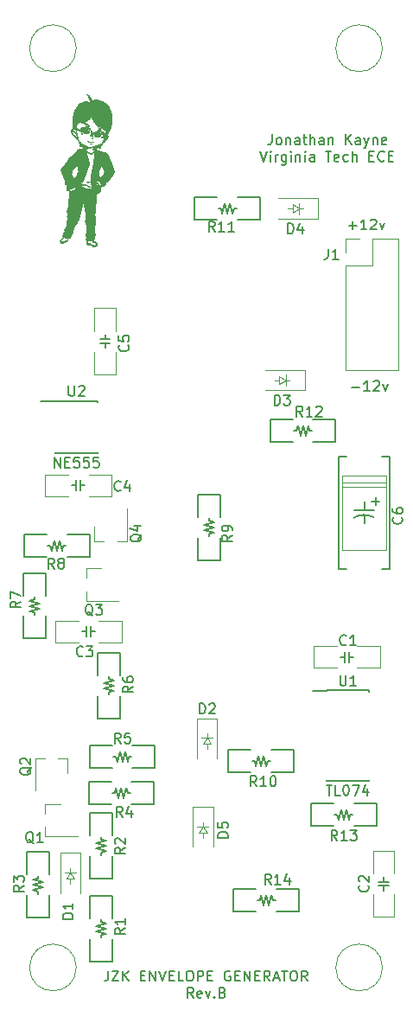
<source format=gto>
G04 #@! TF.GenerationSoftware,KiCad,Pcbnew,(5.1.0)-1*
G04 #@! TF.CreationDate,2019-05-26T15:03:18-04:00*
G04 #@! TF.ProjectId,EG,45472e6b-6963-4616-945f-706362585858,rev?*
G04 #@! TF.SameCoordinates,Original*
G04 #@! TF.FileFunction,Legend,Top*
G04 #@! TF.FilePolarity,Positive*
%FSLAX46Y46*%
G04 Gerber Fmt 4.6, Leading zero omitted, Abs format (unit mm)*
G04 Created by KiCad (PCBNEW (5.1.0)-1) date 2019-05-26 15:03:18*
%MOMM*%
%LPD*%
G04 APERTURE LIST*
%ADD10C,0.150000*%
%ADD11C,0.010000*%
%ADD12C,0.050000*%
%ADD13C,0.100000*%
%ADD14C,0.120000*%
G04 APERTURE END LIST*
D10*
X86447619Y-53427380D02*
X86447619Y-54141666D01*
X86400000Y-54284523D01*
X86304761Y-54379761D01*
X86161904Y-54427380D01*
X86066666Y-54427380D01*
X87066666Y-54427380D02*
X86971428Y-54379761D01*
X86923809Y-54332142D01*
X86876190Y-54236904D01*
X86876190Y-53951190D01*
X86923809Y-53855952D01*
X86971428Y-53808333D01*
X87066666Y-53760714D01*
X87209523Y-53760714D01*
X87304761Y-53808333D01*
X87352380Y-53855952D01*
X87400000Y-53951190D01*
X87400000Y-54236904D01*
X87352380Y-54332142D01*
X87304761Y-54379761D01*
X87209523Y-54427380D01*
X87066666Y-54427380D01*
X87828571Y-53760714D02*
X87828571Y-54427380D01*
X87828571Y-53855952D02*
X87876190Y-53808333D01*
X87971428Y-53760714D01*
X88114285Y-53760714D01*
X88209523Y-53808333D01*
X88257142Y-53903571D01*
X88257142Y-54427380D01*
X89161904Y-54427380D02*
X89161904Y-53903571D01*
X89114285Y-53808333D01*
X89019047Y-53760714D01*
X88828571Y-53760714D01*
X88733333Y-53808333D01*
X89161904Y-54379761D02*
X89066666Y-54427380D01*
X88828571Y-54427380D01*
X88733333Y-54379761D01*
X88685714Y-54284523D01*
X88685714Y-54189285D01*
X88733333Y-54094047D01*
X88828571Y-54046428D01*
X89066666Y-54046428D01*
X89161904Y-53998809D01*
X89495238Y-53760714D02*
X89876190Y-53760714D01*
X89638095Y-53427380D02*
X89638095Y-54284523D01*
X89685714Y-54379761D01*
X89780952Y-54427380D01*
X89876190Y-54427380D01*
X90209523Y-54427380D02*
X90209523Y-53427380D01*
X90638095Y-54427380D02*
X90638095Y-53903571D01*
X90590476Y-53808333D01*
X90495238Y-53760714D01*
X90352380Y-53760714D01*
X90257142Y-53808333D01*
X90209523Y-53855952D01*
X91542857Y-54427380D02*
X91542857Y-53903571D01*
X91495238Y-53808333D01*
X91400000Y-53760714D01*
X91209523Y-53760714D01*
X91114285Y-53808333D01*
X91542857Y-54379761D02*
X91447619Y-54427380D01*
X91209523Y-54427380D01*
X91114285Y-54379761D01*
X91066666Y-54284523D01*
X91066666Y-54189285D01*
X91114285Y-54094047D01*
X91209523Y-54046428D01*
X91447619Y-54046428D01*
X91542857Y-53998809D01*
X92019047Y-53760714D02*
X92019047Y-54427380D01*
X92019047Y-53855952D02*
X92066666Y-53808333D01*
X92161904Y-53760714D01*
X92304761Y-53760714D01*
X92400000Y-53808333D01*
X92447619Y-53903571D01*
X92447619Y-54427380D01*
X93685714Y-54427380D02*
X93685714Y-53427380D01*
X94257142Y-54427380D02*
X93828571Y-53855952D01*
X94257142Y-53427380D02*
X93685714Y-53998809D01*
X95114285Y-54427380D02*
X95114285Y-53903571D01*
X95066666Y-53808333D01*
X94971428Y-53760714D01*
X94780952Y-53760714D01*
X94685714Y-53808333D01*
X95114285Y-54379761D02*
X95019047Y-54427380D01*
X94780952Y-54427380D01*
X94685714Y-54379761D01*
X94638095Y-54284523D01*
X94638095Y-54189285D01*
X94685714Y-54094047D01*
X94780952Y-54046428D01*
X95019047Y-54046428D01*
X95114285Y-53998809D01*
X95495238Y-53760714D02*
X95733333Y-54427380D01*
X95971428Y-53760714D02*
X95733333Y-54427380D01*
X95638095Y-54665476D01*
X95590476Y-54713095D01*
X95495238Y-54760714D01*
X96352380Y-53760714D02*
X96352380Y-54427380D01*
X96352380Y-53855952D02*
X96400000Y-53808333D01*
X96495238Y-53760714D01*
X96638095Y-53760714D01*
X96733333Y-53808333D01*
X96780952Y-53903571D01*
X96780952Y-54427380D01*
X97638095Y-54379761D02*
X97542857Y-54427380D01*
X97352380Y-54427380D01*
X97257142Y-54379761D01*
X97209523Y-54284523D01*
X97209523Y-53903571D01*
X97257142Y-53808333D01*
X97352380Y-53760714D01*
X97542857Y-53760714D01*
X97638095Y-53808333D01*
X97685714Y-53903571D01*
X97685714Y-53998809D01*
X97209523Y-54094047D01*
X85328571Y-55077380D02*
X85661904Y-56077380D01*
X85995238Y-55077380D01*
X86328571Y-56077380D02*
X86328571Y-55410714D01*
X86328571Y-55077380D02*
X86280952Y-55125000D01*
X86328571Y-55172619D01*
X86376190Y-55125000D01*
X86328571Y-55077380D01*
X86328571Y-55172619D01*
X86804761Y-56077380D02*
X86804761Y-55410714D01*
X86804761Y-55601190D02*
X86852380Y-55505952D01*
X86900000Y-55458333D01*
X86995238Y-55410714D01*
X87090476Y-55410714D01*
X87852380Y-55410714D02*
X87852380Y-56220238D01*
X87804761Y-56315476D01*
X87757142Y-56363095D01*
X87661904Y-56410714D01*
X87519047Y-56410714D01*
X87423809Y-56363095D01*
X87852380Y-56029761D02*
X87757142Y-56077380D01*
X87566666Y-56077380D01*
X87471428Y-56029761D01*
X87423809Y-55982142D01*
X87376190Y-55886904D01*
X87376190Y-55601190D01*
X87423809Y-55505952D01*
X87471428Y-55458333D01*
X87566666Y-55410714D01*
X87757142Y-55410714D01*
X87852380Y-55458333D01*
X88328571Y-56077380D02*
X88328571Y-55410714D01*
X88328571Y-55077380D02*
X88280952Y-55125000D01*
X88328571Y-55172619D01*
X88376190Y-55125000D01*
X88328571Y-55077380D01*
X88328571Y-55172619D01*
X88804761Y-55410714D02*
X88804761Y-56077380D01*
X88804761Y-55505952D02*
X88852380Y-55458333D01*
X88947619Y-55410714D01*
X89090476Y-55410714D01*
X89185714Y-55458333D01*
X89233333Y-55553571D01*
X89233333Y-56077380D01*
X89709523Y-56077380D02*
X89709523Y-55410714D01*
X89709523Y-55077380D02*
X89661904Y-55125000D01*
X89709523Y-55172619D01*
X89757142Y-55125000D01*
X89709523Y-55077380D01*
X89709523Y-55172619D01*
X90614285Y-56077380D02*
X90614285Y-55553571D01*
X90566666Y-55458333D01*
X90471428Y-55410714D01*
X90280952Y-55410714D01*
X90185714Y-55458333D01*
X90614285Y-56029761D02*
X90519047Y-56077380D01*
X90280952Y-56077380D01*
X90185714Y-56029761D01*
X90138095Y-55934523D01*
X90138095Y-55839285D01*
X90185714Y-55744047D01*
X90280952Y-55696428D01*
X90519047Y-55696428D01*
X90614285Y-55648809D01*
X91709523Y-55077380D02*
X92280952Y-55077380D01*
X91995238Y-56077380D02*
X91995238Y-55077380D01*
X92995238Y-56029761D02*
X92900000Y-56077380D01*
X92709523Y-56077380D01*
X92614285Y-56029761D01*
X92566666Y-55934523D01*
X92566666Y-55553571D01*
X92614285Y-55458333D01*
X92709523Y-55410714D01*
X92900000Y-55410714D01*
X92995238Y-55458333D01*
X93042857Y-55553571D01*
X93042857Y-55648809D01*
X92566666Y-55744047D01*
X93900000Y-56029761D02*
X93804761Y-56077380D01*
X93614285Y-56077380D01*
X93519047Y-56029761D01*
X93471428Y-55982142D01*
X93423809Y-55886904D01*
X93423809Y-55601190D01*
X93471428Y-55505952D01*
X93519047Y-55458333D01*
X93614285Y-55410714D01*
X93804761Y-55410714D01*
X93900000Y-55458333D01*
X94328571Y-56077380D02*
X94328571Y-55077380D01*
X94757142Y-56077380D02*
X94757142Y-55553571D01*
X94709523Y-55458333D01*
X94614285Y-55410714D01*
X94471428Y-55410714D01*
X94376190Y-55458333D01*
X94328571Y-55505952D01*
X95995238Y-55553571D02*
X96328571Y-55553571D01*
X96471428Y-56077380D02*
X95995238Y-56077380D01*
X95995238Y-55077380D01*
X96471428Y-55077380D01*
X97471428Y-55982142D02*
X97423809Y-56029761D01*
X97280952Y-56077380D01*
X97185714Y-56077380D01*
X97042857Y-56029761D01*
X96947619Y-55934523D01*
X96900000Y-55839285D01*
X96852380Y-55648809D01*
X96852380Y-55505952D01*
X96900000Y-55315476D01*
X96947619Y-55220238D01*
X97042857Y-55125000D01*
X97185714Y-55077380D01*
X97280952Y-55077380D01*
X97423809Y-55125000D01*
X97471428Y-55172619D01*
X97900000Y-55553571D02*
X98233333Y-55553571D01*
X98376190Y-56077380D02*
X97900000Y-56077380D01*
X97900000Y-55077380D01*
X98376190Y-55077380D01*
X94285714Y-78171428D02*
X95047619Y-78171428D01*
X96047619Y-78552380D02*
X95476190Y-78552380D01*
X95761904Y-78552380D02*
X95761904Y-77552380D01*
X95666666Y-77695238D01*
X95571428Y-77790476D01*
X95476190Y-77838095D01*
X96428571Y-77647619D02*
X96476190Y-77600000D01*
X96571428Y-77552380D01*
X96809523Y-77552380D01*
X96904761Y-77600000D01*
X96952380Y-77647619D01*
X97000000Y-77742857D01*
X97000000Y-77838095D01*
X96952380Y-77980952D01*
X96380952Y-78552380D01*
X97000000Y-78552380D01*
X97333333Y-77885714D02*
X97571428Y-78552380D01*
X97809523Y-77885714D01*
X93985714Y-62371428D02*
X94747619Y-62371428D01*
X94366666Y-62752380D02*
X94366666Y-61990476D01*
X95747619Y-62752380D02*
X95176190Y-62752380D01*
X95461904Y-62752380D02*
X95461904Y-61752380D01*
X95366666Y-61895238D01*
X95271428Y-61990476D01*
X95176190Y-62038095D01*
X96128571Y-61847619D02*
X96176190Y-61800000D01*
X96271428Y-61752380D01*
X96509523Y-61752380D01*
X96604761Y-61800000D01*
X96652380Y-61847619D01*
X96700000Y-61942857D01*
X96700000Y-62038095D01*
X96652380Y-62180952D01*
X96080952Y-62752380D01*
X96700000Y-62752380D01*
X97033333Y-62085714D02*
X97271428Y-62752380D01*
X97509523Y-62085714D01*
X70404761Y-135327380D02*
X70404761Y-136041666D01*
X70357142Y-136184523D01*
X70261904Y-136279761D01*
X70119047Y-136327380D01*
X70023809Y-136327380D01*
X70785714Y-135327380D02*
X71452380Y-135327380D01*
X70785714Y-136327380D01*
X71452380Y-136327380D01*
X71833333Y-136327380D02*
X71833333Y-135327380D01*
X72404761Y-136327380D02*
X71976190Y-135755952D01*
X72404761Y-135327380D02*
X71833333Y-135898809D01*
X73595238Y-135803571D02*
X73928571Y-135803571D01*
X74071428Y-136327380D02*
X73595238Y-136327380D01*
X73595238Y-135327380D01*
X74071428Y-135327380D01*
X74499999Y-136327380D02*
X74499999Y-135327380D01*
X75071428Y-136327380D01*
X75071428Y-135327380D01*
X75404761Y-135327380D02*
X75738095Y-136327380D01*
X76071428Y-135327380D01*
X76404761Y-135803571D02*
X76738095Y-135803571D01*
X76880952Y-136327380D02*
X76404761Y-136327380D01*
X76404761Y-135327380D01*
X76880952Y-135327380D01*
X77785714Y-136327380D02*
X77309523Y-136327380D01*
X77309523Y-135327380D01*
X78309523Y-135327380D02*
X78500000Y-135327380D01*
X78595238Y-135375000D01*
X78690476Y-135470238D01*
X78738095Y-135660714D01*
X78738095Y-135994047D01*
X78690476Y-136184523D01*
X78595238Y-136279761D01*
X78500000Y-136327380D01*
X78309523Y-136327380D01*
X78214285Y-136279761D01*
X78119047Y-136184523D01*
X78071428Y-135994047D01*
X78071428Y-135660714D01*
X78119047Y-135470238D01*
X78214285Y-135375000D01*
X78309523Y-135327380D01*
X79166666Y-136327380D02*
X79166666Y-135327380D01*
X79547619Y-135327380D01*
X79642857Y-135375000D01*
X79690476Y-135422619D01*
X79738095Y-135517857D01*
X79738095Y-135660714D01*
X79690476Y-135755952D01*
X79642857Y-135803571D01*
X79547619Y-135851190D01*
X79166666Y-135851190D01*
X80166666Y-135803571D02*
X80499999Y-135803571D01*
X80642857Y-136327380D02*
X80166666Y-136327380D01*
X80166666Y-135327380D01*
X80642857Y-135327380D01*
X82357142Y-135375000D02*
X82261904Y-135327380D01*
X82119047Y-135327380D01*
X81976190Y-135375000D01*
X81880952Y-135470238D01*
X81833333Y-135565476D01*
X81785714Y-135755952D01*
X81785714Y-135898809D01*
X81833333Y-136089285D01*
X81880952Y-136184523D01*
X81976190Y-136279761D01*
X82119047Y-136327380D01*
X82214285Y-136327380D01*
X82357142Y-136279761D01*
X82404761Y-136232142D01*
X82404761Y-135898809D01*
X82214285Y-135898809D01*
X82833333Y-135803571D02*
X83166666Y-135803571D01*
X83309523Y-136327380D02*
X82833333Y-136327380D01*
X82833333Y-135327380D01*
X83309523Y-135327380D01*
X83738095Y-136327380D02*
X83738095Y-135327380D01*
X84309523Y-136327380D01*
X84309523Y-135327380D01*
X84785714Y-135803571D02*
X85119047Y-135803571D01*
X85261904Y-136327380D02*
X84785714Y-136327380D01*
X84785714Y-135327380D01*
X85261904Y-135327380D01*
X86261904Y-136327380D02*
X85928571Y-135851190D01*
X85690476Y-136327380D02*
X85690476Y-135327380D01*
X86071428Y-135327380D01*
X86166666Y-135375000D01*
X86214285Y-135422619D01*
X86261904Y-135517857D01*
X86261904Y-135660714D01*
X86214285Y-135755952D01*
X86166666Y-135803571D01*
X86071428Y-135851190D01*
X85690476Y-135851190D01*
X86642857Y-136041666D02*
X87119047Y-136041666D01*
X86547619Y-136327380D02*
X86880952Y-135327380D01*
X87214285Y-136327380D01*
X87404761Y-135327380D02*
X87976190Y-135327380D01*
X87690476Y-136327380D02*
X87690476Y-135327380D01*
X88499999Y-135327380D02*
X88690476Y-135327380D01*
X88785714Y-135375000D01*
X88880952Y-135470238D01*
X88928571Y-135660714D01*
X88928571Y-135994047D01*
X88880952Y-136184523D01*
X88785714Y-136279761D01*
X88690476Y-136327380D01*
X88499999Y-136327380D01*
X88404761Y-136279761D01*
X88309523Y-136184523D01*
X88261904Y-135994047D01*
X88261904Y-135660714D01*
X88309523Y-135470238D01*
X88404761Y-135375000D01*
X88499999Y-135327380D01*
X89928571Y-136327380D02*
X89595238Y-135851190D01*
X89357142Y-136327380D02*
X89357142Y-135327380D01*
X89738095Y-135327380D01*
X89833333Y-135375000D01*
X89880952Y-135422619D01*
X89928571Y-135517857D01*
X89928571Y-135660714D01*
X89880952Y-135755952D01*
X89833333Y-135803571D01*
X89738095Y-135851190D01*
X89357142Y-135851190D01*
X78761904Y-137977380D02*
X78428571Y-137501190D01*
X78190476Y-137977380D02*
X78190476Y-136977380D01*
X78571428Y-136977380D01*
X78666666Y-137025000D01*
X78714285Y-137072619D01*
X78761904Y-137167857D01*
X78761904Y-137310714D01*
X78714285Y-137405952D01*
X78666666Y-137453571D01*
X78571428Y-137501190D01*
X78190476Y-137501190D01*
X79571428Y-137929761D02*
X79476190Y-137977380D01*
X79285714Y-137977380D01*
X79190476Y-137929761D01*
X79142857Y-137834523D01*
X79142857Y-137453571D01*
X79190476Y-137358333D01*
X79285714Y-137310714D01*
X79476190Y-137310714D01*
X79571428Y-137358333D01*
X79619047Y-137453571D01*
X79619047Y-137548809D01*
X79142857Y-137644047D01*
X79952380Y-137310714D02*
X80190476Y-137977380D01*
X80428571Y-137310714D01*
X80809523Y-137882142D02*
X80857142Y-137929761D01*
X80809523Y-137977380D01*
X80761904Y-137929761D01*
X80809523Y-137882142D01*
X80809523Y-137977380D01*
X81619047Y-137453571D02*
X81761904Y-137501190D01*
X81809523Y-137548809D01*
X81857142Y-137644047D01*
X81857142Y-137786904D01*
X81809523Y-137882142D01*
X81761904Y-137929761D01*
X81666666Y-137977380D01*
X81285714Y-137977380D01*
X81285714Y-136977380D01*
X81619047Y-136977380D01*
X81714285Y-137025000D01*
X81761904Y-137072619D01*
X81809523Y-137167857D01*
X81809523Y-137263095D01*
X81761904Y-137358333D01*
X81714285Y-137405952D01*
X81619047Y-137453571D01*
X81285714Y-137453571D01*
D11*
G36*
X67002988Y-53075445D02*
G01*
X67036788Y-53091149D01*
X67073911Y-53116739D01*
X67113112Y-53151303D01*
X67153146Y-53193929D01*
X67192768Y-53243706D01*
X67230733Y-53299722D01*
X67246157Y-53325359D01*
X67257651Y-53345958D01*
X67264431Y-53359635D01*
X67265269Y-53363020D01*
X67259134Y-53357599D01*
X67243773Y-53342572D01*
X67220991Y-53319747D01*
X67192594Y-53290931D01*
X67163312Y-53260940D01*
X67116487Y-53214422D01*
X67074787Y-53176266D01*
X67039246Y-53147261D01*
X67010902Y-53128196D01*
X66990788Y-53119859D01*
X66980845Y-53121890D01*
X66974447Y-53133825D01*
X66967743Y-53153782D01*
X66966976Y-53156687D01*
X66959431Y-53177589D01*
X66951246Y-53182791D01*
X66942130Y-53172256D01*
X66933916Y-53152320D01*
X66927431Y-53129353D01*
X66927874Y-53112630D01*
X66933971Y-53096757D01*
X66950334Y-53077337D01*
X66973755Y-53070537D01*
X67002988Y-53075445D01*
X67002988Y-53075445D01*
G37*
X67002988Y-53075445D02*
X67036788Y-53091149D01*
X67073911Y-53116739D01*
X67113112Y-53151303D01*
X67153146Y-53193929D01*
X67192768Y-53243706D01*
X67230733Y-53299722D01*
X67246157Y-53325359D01*
X67257651Y-53345958D01*
X67264431Y-53359635D01*
X67265269Y-53363020D01*
X67259134Y-53357599D01*
X67243773Y-53342572D01*
X67220991Y-53319747D01*
X67192594Y-53290931D01*
X67163312Y-53260940D01*
X67116487Y-53214422D01*
X67074787Y-53176266D01*
X67039246Y-53147261D01*
X67010902Y-53128196D01*
X66990788Y-53119859D01*
X66980845Y-53121890D01*
X66974447Y-53133825D01*
X66967743Y-53153782D01*
X66966976Y-53156687D01*
X66959431Y-53177589D01*
X66951246Y-53182791D01*
X66942130Y-53172256D01*
X66933916Y-53152320D01*
X66927431Y-53129353D01*
X66927874Y-53112630D01*
X66933971Y-53096757D01*
X66950334Y-53077337D01*
X66973755Y-53070537D01*
X67002988Y-53075445D01*
G36*
X68194088Y-52581664D02*
G01*
X68221504Y-52587084D01*
X68257086Y-52596967D01*
X68297632Y-52610402D01*
X68339936Y-52626477D01*
X68349519Y-52630427D01*
X68373103Y-52641584D01*
X68400994Y-52656658D01*
X68429800Y-52673556D01*
X68456125Y-52690181D01*
X68476576Y-52704437D01*
X68487757Y-52714231D01*
X68488875Y-52716452D01*
X68485933Y-52719486D01*
X68475681Y-52716570D01*
X68455977Y-52706827D01*
X68429835Y-52692317D01*
X68397583Y-52675524D01*
X68358654Y-52657570D01*
X68316594Y-52639834D01*
X68274949Y-52623698D01*
X68237265Y-52610540D01*
X68207088Y-52601742D01*
X68189234Y-52598688D01*
X68169880Y-52595966D01*
X68163930Y-52590417D01*
X68172446Y-52583661D01*
X68178046Y-52581620D01*
X68194088Y-52581664D01*
X68194088Y-52581664D01*
G37*
X68194088Y-52581664D02*
X68221504Y-52587084D01*
X68257086Y-52596967D01*
X68297632Y-52610402D01*
X68339936Y-52626477D01*
X68349519Y-52630427D01*
X68373103Y-52641584D01*
X68400994Y-52656658D01*
X68429800Y-52673556D01*
X68456125Y-52690181D01*
X68476576Y-52704437D01*
X68487757Y-52714231D01*
X68488875Y-52716452D01*
X68485933Y-52719486D01*
X68475681Y-52716570D01*
X68455977Y-52706827D01*
X68429835Y-52692317D01*
X68397583Y-52675524D01*
X68358654Y-52657570D01*
X68316594Y-52639834D01*
X68274949Y-52623698D01*
X68237265Y-52610540D01*
X68207088Y-52601742D01*
X68189234Y-52598688D01*
X68169880Y-52595966D01*
X68163930Y-52590417D01*
X68172446Y-52583661D01*
X68178046Y-52581620D01*
X68194088Y-52581664D01*
G36*
X69572057Y-52989462D02*
G01*
X69616409Y-52990824D01*
X69656282Y-52993048D01*
X69688287Y-52996124D01*
X69691406Y-52996546D01*
X69702881Y-52998751D01*
X69702044Y-53000495D01*
X69688186Y-53001816D01*
X69660597Y-53002752D01*
X69618565Y-53003343D01*
X69561381Y-53003626D01*
X69560437Y-53003628D01*
X69500027Y-53003542D01*
X69454585Y-53002966D01*
X69423211Y-53001855D01*
X69405005Y-53000165D01*
X69399065Y-52997853D01*
X69401687Y-52995855D01*
X69417615Y-52992789D01*
X69446004Y-52990625D01*
X69483466Y-52989355D01*
X69526613Y-52988970D01*
X69572057Y-52989462D01*
X69572057Y-52989462D01*
G37*
X69572057Y-52989462D02*
X69616409Y-52990824D01*
X69656282Y-52993048D01*
X69688287Y-52996124D01*
X69691406Y-52996546D01*
X69702881Y-52998751D01*
X69702044Y-53000495D01*
X69688186Y-53001816D01*
X69660597Y-53002752D01*
X69618565Y-53003343D01*
X69561381Y-53003626D01*
X69560437Y-53003628D01*
X69500027Y-53003542D01*
X69454585Y-53002966D01*
X69423211Y-53001855D01*
X69405005Y-53000165D01*
X69399065Y-52997853D01*
X69401687Y-52995855D01*
X69417615Y-52992789D01*
X69446004Y-52990625D01*
X69483466Y-52989355D01*
X69526613Y-52988970D01*
X69572057Y-52989462D01*
G36*
X68688183Y-53050776D02*
G01*
X68709426Y-53055523D01*
X68738010Y-53063638D01*
X68751531Y-53067910D01*
X68818281Y-53089632D01*
X68816590Y-53182691D01*
X68816487Y-53218995D01*
X68817462Y-53248673D01*
X68819339Y-53268624D01*
X68821882Y-53275750D01*
X68830464Y-53269482D01*
X68832178Y-53265828D01*
X68842664Y-53257855D01*
X68864742Y-53255956D01*
X68895508Y-53259733D01*
X68932058Y-53268789D01*
X68971486Y-53282729D01*
X68979045Y-53285888D01*
X69044560Y-53313992D01*
X69049605Y-53292886D01*
X69060870Y-53258272D01*
X69077655Y-53221300D01*
X69097182Y-53187154D01*
X69116676Y-53161017D01*
X69124179Y-53153680D01*
X69143578Y-53139502D01*
X69161070Y-53134350D01*
X69185074Y-53135843D01*
X69186501Y-53136037D01*
X69220249Y-53143694D01*
X69243607Y-53154876D01*
X69255626Y-53167781D01*
X69255358Y-53180609D01*
X69241855Y-53191557D01*
X69219160Y-53198058D01*
X69188889Y-53208874D01*
X69163067Y-53230940D01*
X69140871Y-53265465D01*
X69121475Y-53313658D01*
X69107784Y-53361423D01*
X69096007Y-53419377D01*
X69093002Y-53466811D01*
X69098783Y-53506447D01*
X69108607Y-53532117D01*
X69123403Y-53562889D01*
X69131576Y-53583152D01*
X69133955Y-53596415D01*
X69131371Y-53606186D01*
X69127530Y-53612180D01*
X69118101Y-53621257D01*
X69105398Y-53621995D01*
X69089996Y-53617669D01*
X69058897Y-53600814D01*
X69031499Y-53574532D01*
X69014280Y-53545625D01*
X69011192Y-53522875D01*
X69013499Y-53486560D01*
X69016684Y-53463609D01*
X69021309Y-53429624D01*
X69022143Y-53408969D01*
X69019216Y-53399564D01*
X69017643Y-53398636D01*
X68997403Y-53392954D01*
X68968988Y-53385851D01*
X68936836Y-53378329D01*
X68905386Y-53371386D01*
X68879075Y-53366025D01*
X68862342Y-53363244D01*
X68859795Y-53363062D01*
X68849472Y-53366004D01*
X68848066Y-53377718D01*
X68849338Y-53384890D01*
X68852234Y-53402614D01*
X68856039Y-53431034D01*
X68860086Y-53465048D01*
X68861525Y-53478156D01*
X68866052Y-53513629D01*
X68872907Y-53559085D01*
X68881201Y-53608959D01*
X68890046Y-53657688D01*
X68891079Y-53663074D01*
X68899942Y-53710266D01*
X68905326Y-53744662D01*
X68906984Y-53769009D01*
X68904666Y-53786054D01*
X68898125Y-53798544D01*
X68887112Y-53809225D01*
X68877198Y-53816673D01*
X68856696Y-53827844D01*
X68834122Y-53834970D01*
X68814033Y-53837328D01*
X68800988Y-53834190D01*
X68798437Y-53829213D01*
X68803969Y-53817455D01*
X68818118Y-53800375D01*
X68829285Y-53789477D01*
X68860133Y-53761608D01*
X68844167Y-53679413D01*
X68835159Y-53621850D01*
X68829659Y-53558239D01*
X68827287Y-53484001D01*
X68827210Y-53476198D01*
X68826557Y-53434399D01*
X68825409Y-53398847D01*
X68823903Y-53372264D01*
X68822172Y-53357372D01*
X68821198Y-53355151D01*
X68818155Y-53362419D01*
X68814587Y-53381719D01*
X68811157Y-53409251D01*
X68810431Y-53416640D01*
X68803565Y-53465879D01*
X68792411Y-53501390D01*
X68775230Y-53525118D01*
X68750285Y-53539003D01*
X68715837Y-53544987D01*
X68695000Y-53545625D01*
X68656063Y-53543144D01*
X68630036Y-53535984D01*
X68617776Y-53524568D01*
X68620137Y-53509322D01*
X68620497Y-53508721D01*
X68634218Y-53496701D01*
X68652247Y-53489237D01*
X68677476Y-53483362D01*
X68696441Y-53479028D01*
X68709221Y-53473831D01*
X68719140Y-53463484D01*
X68726607Y-53446140D01*
X68732033Y-53419954D01*
X68735826Y-53383080D01*
X68738397Y-53333673D01*
X68739860Y-53283446D01*
X68743059Y-53144299D01*
X68707248Y-53109153D01*
X68683808Y-53083974D01*
X68672840Y-53066195D01*
X68673631Y-53054375D01*
X68678110Y-53050313D01*
X68688183Y-53050776D01*
X68688183Y-53050776D01*
G37*
X68688183Y-53050776D02*
X68709426Y-53055523D01*
X68738010Y-53063638D01*
X68751531Y-53067910D01*
X68818281Y-53089632D01*
X68816590Y-53182691D01*
X68816487Y-53218995D01*
X68817462Y-53248673D01*
X68819339Y-53268624D01*
X68821882Y-53275750D01*
X68830464Y-53269482D01*
X68832178Y-53265828D01*
X68842664Y-53257855D01*
X68864742Y-53255956D01*
X68895508Y-53259733D01*
X68932058Y-53268789D01*
X68971486Y-53282729D01*
X68979045Y-53285888D01*
X69044560Y-53313992D01*
X69049605Y-53292886D01*
X69060870Y-53258272D01*
X69077655Y-53221300D01*
X69097182Y-53187154D01*
X69116676Y-53161017D01*
X69124179Y-53153680D01*
X69143578Y-53139502D01*
X69161070Y-53134350D01*
X69185074Y-53135843D01*
X69186501Y-53136037D01*
X69220249Y-53143694D01*
X69243607Y-53154876D01*
X69255626Y-53167781D01*
X69255358Y-53180609D01*
X69241855Y-53191557D01*
X69219160Y-53198058D01*
X69188889Y-53208874D01*
X69163067Y-53230940D01*
X69140871Y-53265465D01*
X69121475Y-53313658D01*
X69107784Y-53361423D01*
X69096007Y-53419377D01*
X69093002Y-53466811D01*
X69098783Y-53506447D01*
X69108607Y-53532117D01*
X69123403Y-53562889D01*
X69131576Y-53583152D01*
X69133955Y-53596415D01*
X69131371Y-53606186D01*
X69127530Y-53612180D01*
X69118101Y-53621257D01*
X69105398Y-53621995D01*
X69089996Y-53617669D01*
X69058897Y-53600814D01*
X69031499Y-53574532D01*
X69014280Y-53545625D01*
X69011192Y-53522875D01*
X69013499Y-53486560D01*
X69016684Y-53463609D01*
X69021309Y-53429624D01*
X69022143Y-53408969D01*
X69019216Y-53399564D01*
X69017643Y-53398636D01*
X68997403Y-53392954D01*
X68968988Y-53385851D01*
X68936836Y-53378329D01*
X68905386Y-53371386D01*
X68879075Y-53366025D01*
X68862342Y-53363244D01*
X68859795Y-53363062D01*
X68849472Y-53366004D01*
X68848066Y-53377718D01*
X68849338Y-53384890D01*
X68852234Y-53402614D01*
X68856039Y-53431034D01*
X68860086Y-53465048D01*
X68861525Y-53478156D01*
X68866052Y-53513629D01*
X68872907Y-53559085D01*
X68881201Y-53608959D01*
X68890046Y-53657688D01*
X68891079Y-53663074D01*
X68899942Y-53710266D01*
X68905326Y-53744662D01*
X68906984Y-53769009D01*
X68904666Y-53786054D01*
X68898125Y-53798544D01*
X68887112Y-53809225D01*
X68877198Y-53816673D01*
X68856696Y-53827844D01*
X68834122Y-53834970D01*
X68814033Y-53837328D01*
X68800988Y-53834190D01*
X68798437Y-53829213D01*
X68803969Y-53817455D01*
X68818118Y-53800375D01*
X68829285Y-53789477D01*
X68860133Y-53761608D01*
X68844167Y-53679413D01*
X68835159Y-53621850D01*
X68829659Y-53558239D01*
X68827287Y-53484001D01*
X68827210Y-53476198D01*
X68826557Y-53434399D01*
X68825409Y-53398847D01*
X68823903Y-53372264D01*
X68822172Y-53357372D01*
X68821198Y-53355151D01*
X68818155Y-53362419D01*
X68814587Y-53381719D01*
X68811157Y-53409251D01*
X68810431Y-53416640D01*
X68803565Y-53465879D01*
X68792411Y-53501390D01*
X68775230Y-53525118D01*
X68750285Y-53539003D01*
X68715837Y-53544987D01*
X68695000Y-53545625D01*
X68656063Y-53543144D01*
X68630036Y-53535984D01*
X68617776Y-53524568D01*
X68620137Y-53509322D01*
X68620497Y-53508721D01*
X68634218Y-53496701D01*
X68652247Y-53489237D01*
X68677476Y-53483362D01*
X68696441Y-53479028D01*
X68709221Y-53473831D01*
X68719140Y-53463484D01*
X68726607Y-53446140D01*
X68732033Y-53419954D01*
X68735826Y-53383080D01*
X68738397Y-53333673D01*
X68739860Y-53283446D01*
X68743059Y-53144299D01*
X68707248Y-53109153D01*
X68683808Y-53083974D01*
X68672840Y-53066195D01*
X68673631Y-53054375D01*
X68678110Y-53050313D01*
X68688183Y-53050776D01*
G36*
X68415576Y-54074894D02*
G01*
X68436964Y-54089409D01*
X68443438Y-54093998D01*
X68469729Y-54111390D01*
X68495281Y-54124730D01*
X68522747Y-54134538D01*
X68554777Y-54141337D01*
X68594024Y-54145646D01*
X68643138Y-54147987D01*
X68704772Y-54148880D01*
X68723031Y-54148940D01*
X68805487Y-54149915D01*
X68872338Y-54152556D01*
X68923770Y-54156897D01*
X68959969Y-54162969D01*
X68981122Y-54170805D01*
X68987412Y-54180437D01*
X68979028Y-54191897D01*
X68977498Y-54193065D01*
X68969934Y-54196614D01*
X68956857Y-54199366D01*
X68936525Y-54201408D01*
X68907200Y-54202824D01*
X68867141Y-54203700D01*
X68814609Y-54204121D01*
X68751279Y-54204178D01*
X68685812Y-54203974D01*
X68634069Y-54203461D01*
X68593901Y-54202511D01*
X68563159Y-54201002D01*
X68539692Y-54198808D01*
X68521352Y-54195804D01*
X68505989Y-54191866D01*
X68498778Y-54189516D01*
X68472092Y-54178675D01*
X68449585Y-54166752D01*
X68440975Y-54160532D01*
X68421388Y-54138589D01*
X68405458Y-54113278D01*
X68396107Y-54089883D01*
X68395040Y-54077478D01*
X68397474Y-54069904D01*
X68403366Y-54068717D01*
X68415576Y-54074894D01*
X68415576Y-54074894D01*
G37*
X68415576Y-54074894D02*
X68436964Y-54089409D01*
X68443438Y-54093998D01*
X68469729Y-54111390D01*
X68495281Y-54124730D01*
X68522747Y-54134538D01*
X68554777Y-54141337D01*
X68594024Y-54145646D01*
X68643138Y-54147987D01*
X68704772Y-54148880D01*
X68723031Y-54148940D01*
X68805487Y-54149915D01*
X68872338Y-54152556D01*
X68923770Y-54156897D01*
X68959969Y-54162969D01*
X68981122Y-54170805D01*
X68987412Y-54180437D01*
X68979028Y-54191897D01*
X68977498Y-54193065D01*
X68969934Y-54196614D01*
X68956857Y-54199366D01*
X68936525Y-54201408D01*
X68907200Y-54202824D01*
X68867141Y-54203700D01*
X68814609Y-54204121D01*
X68751279Y-54204178D01*
X68685812Y-54203974D01*
X68634069Y-54203461D01*
X68593901Y-54202511D01*
X68563159Y-54201002D01*
X68539692Y-54198808D01*
X68521352Y-54195804D01*
X68505989Y-54191866D01*
X68498778Y-54189516D01*
X68472092Y-54178675D01*
X68449585Y-54166752D01*
X68440975Y-54160532D01*
X68421388Y-54138589D01*
X68405458Y-54113278D01*
X68396107Y-54089883D01*
X68395040Y-54077478D01*
X68397474Y-54069904D01*
X68403366Y-54068717D01*
X68415576Y-54074894D01*
G36*
X68674844Y-54324954D02*
G01*
X68697579Y-54328632D01*
X68724644Y-54333504D01*
X68750431Y-54338541D01*
X68769338Y-54342713D01*
X68774402Y-54344133D01*
X68782104Y-54348543D01*
X68775606Y-54354787D01*
X68774402Y-54355555D01*
X68754381Y-54361513D01*
X68726481Y-54362222D01*
X68697678Y-54358030D01*
X68677390Y-54350709D01*
X68662101Y-54339706D01*
X68655284Y-54329546D01*
X68658966Y-54323819D01*
X68662042Y-54323500D01*
X68674844Y-54324954D01*
X68674844Y-54324954D01*
G37*
X68674844Y-54324954D02*
X68697579Y-54328632D01*
X68724644Y-54333504D01*
X68750431Y-54338541D01*
X68769338Y-54342713D01*
X68774402Y-54344133D01*
X68782104Y-54348543D01*
X68775606Y-54354787D01*
X68774402Y-54355555D01*
X68754381Y-54361513D01*
X68726481Y-54362222D01*
X68697678Y-54358030D01*
X68677390Y-54350709D01*
X68662101Y-54339706D01*
X68655284Y-54329546D01*
X68658966Y-54323819D01*
X68662042Y-54323500D01*
X68674844Y-54324954D01*
G36*
X68279635Y-49470915D02*
G01*
X68284484Y-49473774D01*
X68303970Y-49484111D01*
X68318828Y-49489367D01*
X68320561Y-49489532D01*
X68334972Y-49494537D01*
X68358260Y-49508079D01*
X68387542Y-49528031D01*
X68419938Y-49552264D01*
X68452565Y-49578649D01*
X68482543Y-49605059D01*
X68500269Y-49622277D01*
X68528656Y-49653283D01*
X68560743Y-49691287D01*
X68591386Y-49730100D01*
X68604313Y-49747531D01*
X68631391Y-49788445D01*
X68661851Y-49840012D01*
X68693512Y-49898015D01*
X68724194Y-49958239D01*
X68751716Y-50016467D01*
X68773900Y-50068484D01*
X68783306Y-50093695D01*
X68801474Y-50146172D01*
X68841627Y-50122407D01*
X68912624Y-50086188D01*
X68987066Y-50060134D01*
X69066972Y-50043952D01*
X69154363Y-50037346D01*
X69251259Y-50040025D01*
X69343186Y-50049457D01*
X69437679Y-50063604D01*
X69521093Y-50080338D01*
X69598182Y-50101060D01*
X69673696Y-50127170D01*
X69752388Y-50160068D01*
X69810468Y-50187191D01*
X69950608Y-50260809D01*
X70075596Y-50338995D01*
X70185417Y-50421739D01*
X70280054Y-50509027D01*
X70359494Y-50600848D01*
X70385068Y-50636020D01*
X70439816Y-50723835D01*
X70492502Y-50825129D01*
X70542309Y-50937553D01*
X70588420Y-51058761D01*
X70630015Y-51186404D01*
X70666279Y-51318135D01*
X70696394Y-51451606D01*
X70719541Y-51584470D01*
X70722459Y-51604906D01*
X70733763Y-51702796D01*
X70741936Y-51808238D01*
X70746909Y-51917298D01*
X70748611Y-52026039D01*
X70746972Y-52130527D01*
X70741922Y-52226827D01*
X70734877Y-52299437D01*
X70723876Y-52373829D01*
X70708274Y-52458595D01*
X70689094Y-52549268D01*
X70667360Y-52641375D01*
X70644095Y-52730447D01*
X70620323Y-52812014D01*
X70610534Y-52842653D01*
X70595577Y-52882950D01*
X70574066Y-52933914D01*
X70547473Y-52992517D01*
X70517271Y-53055729D01*
X70484934Y-53120523D01*
X70451933Y-53183868D01*
X70419742Y-53242737D01*
X70395959Y-53283907D01*
X70365169Y-53333436D01*
X70335152Y-53377683D01*
X70307466Y-53414601D01*
X70283672Y-53442143D01*
X70265328Y-53458263D01*
X70261482Y-53460405D01*
X70247288Y-53470095D01*
X70248446Y-53479520D01*
X70265156Y-53489012D01*
X70281819Y-53494613D01*
X70322329Y-53512499D01*
X70349962Y-53538934D01*
X70365320Y-53574846D01*
X70369008Y-53621164D01*
X70368647Y-53628225D01*
X70360743Y-53677225D01*
X70342675Y-53725598D01*
X70313267Y-53775551D01*
X70271344Y-53829294D01*
X70247281Y-53856167D01*
X70215323Y-53891968D01*
X70182337Y-53931142D01*
X70152664Y-53968420D01*
X70134326Y-53993200D01*
X70109971Y-54025421D01*
X70078707Y-54063289D01*
X70045067Y-54101448D01*
X70021275Y-54126761D01*
X69991964Y-54156487D01*
X69970936Y-54176416D01*
X69955645Y-54188361D01*
X69943545Y-54194133D01*
X69932090Y-54195544D01*
X69925199Y-54195123D01*
X69911700Y-54194497D01*
X69901844Y-54197563D01*
X69892939Y-54207063D01*
X69882293Y-54225738D01*
X69869286Y-54252062D01*
X69854058Y-54280806D01*
X69835217Y-54312598D01*
X69814829Y-54344396D01*
X69794959Y-54373153D01*
X69777672Y-54395828D01*
X69765034Y-54409376D01*
X69760875Y-54411825D01*
X69748860Y-54413399D01*
X69737189Y-54414703D01*
X69713097Y-54422905D01*
X69695761Y-54443029D01*
X69686786Y-54464379D01*
X69676097Y-54491459D01*
X69663446Y-54517009D01*
X69663266Y-54517322D01*
X69655448Y-54534402D01*
X69644635Y-54562764D01*
X69632262Y-54598446D01*
X69619903Y-54637031D01*
X69605220Y-54684529D01*
X69594187Y-54719023D01*
X69585909Y-54742723D01*
X69579494Y-54757836D01*
X69574049Y-54766571D01*
X69568681Y-54771135D01*
X69564980Y-54772846D01*
X69553135Y-54771088D01*
X69532009Y-54762480D01*
X69505679Y-54748751D01*
X69499112Y-54744929D01*
X69466999Y-54727137D01*
X69434182Y-54711021D01*
X69407540Y-54699949D01*
X69406579Y-54699617D01*
X69368445Y-54686624D01*
X69319582Y-54720708D01*
X69287215Y-54743118D01*
X69252267Y-54767061D01*
X69226770Y-54784341D01*
X69195766Y-54805887D01*
X69177291Y-54821107D01*
X69170230Y-54831796D01*
X69173469Y-54839746D01*
X69185895Y-54846750D01*
X69187564Y-54847453D01*
X69206776Y-54859268D01*
X69229179Y-54878403D01*
X69241271Y-54891001D01*
X69282054Y-54930615D01*
X69332844Y-54969511D01*
X69388131Y-55003610D01*
X69405709Y-55012760D01*
X69430814Y-55023022D01*
X69469123Y-55035840D01*
X69518284Y-55050614D01*
X69575941Y-55066746D01*
X69639743Y-55083639D01*
X69707333Y-55100692D01*
X69776360Y-55117308D01*
X69844469Y-55132888D01*
X69909306Y-55146834D01*
X69968517Y-55158546D01*
X70003627Y-55164806D01*
X70059815Y-55174719D01*
X70102734Y-55183450D01*
X70134888Y-55191632D01*
X70158777Y-55199899D01*
X70176267Y-55208506D01*
X70196305Y-55222118D01*
X70208989Y-55234328D01*
X70211312Y-55239380D01*
X70216241Y-55250116D01*
X70229213Y-55268655D01*
X70247506Y-55291134D01*
X70249015Y-55292870D01*
X70291527Y-55344161D01*
X70331729Y-55398523D01*
X70370921Y-55458115D01*
X70410407Y-55525095D01*
X70451488Y-55601624D01*
X70495465Y-55689859D01*
X70522137Y-55745814D01*
X70567292Y-55844310D01*
X70606226Y-55935192D01*
X70640901Y-56023595D01*
X70673279Y-56114652D01*
X70705323Y-56213495D01*
X70722901Y-56270989D01*
X70751590Y-56363719D01*
X70782778Y-56459699D01*
X70815065Y-56554854D01*
X70847050Y-56645108D01*
X70877335Y-56726385D01*
X70893380Y-56767333D01*
X70926479Y-56861073D01*
X70947011Y-56947156D01*
X70954956Y-57027651D01*
X70950292Y-57104629D01*
X70932999Y-57180161D01*
X70903055Y-57256316D01*
X70888105Y-57286325D01*
X70859366Y-57336994D01*
X70822167Y-57396342D01*
X70778652Y-57461233D01*
X70730964Y-57528530D01*
X70681249Y-57595097D01*
X70647875Y-57637726D01*
X70620207Y-57672428D01*
X70585906Y-57715593D01*
X70548156Y-57763208D01*
X70510138Y-57811257D01*
X70482350Y-57846451D01*
X70435077Y-57905846D01*
X70395686Y-57953740D01*
X70362662Y-57991431D01*
X70334490Y-58020213D01*
X70309655Y-58041382D01*
X70286642Y-58056235D01*
X70263937Y-58066066D01*
X70240024Y-58072171D01*
X70214268Y-58075757D01*
X70189083Y-58079297D01*
X70176137Y-58084339D01*
X70171794Y-58092586D01*
X70171625Y-58095713D01*
X70168706Y-58119247D01*
X70160793Y-58153345D01*
X70149152Y-58193985D01*
X70135048Y-58237141D01*
X70119747Y-58278790D01*
X70104514Y-58314907D01*
X70099214Y-58325934D01*
X70069548Y-58376002D01*
X70034422Y-58420758D01*
X69996144Y-58458168D01*
X69957020Y-58486197D01*
X69919358Y-58502811D01*
X69894404Y-58506562D01*
X69867764Y-58499376D01*
X69842749Y-58482151D01*
X69814947Y-58457740D01*
X69788895Y-58477245D01*
X69749919Y-58502746D01*
X69715262Y-58518209D01*
X69691800Y-58522437D01*
X69680404Y-58523458D01*
X69674353Y-58529059D01*
X69671954Y-58543048D01*
X69671515Y-58568078D01*
X69670167Y-58596593D01*
X69666599Y-58634385D01*
X69661459Y-58675114D01*
X69658744Y-58693093D01*
X69653358Y-58734679D01*
X69648750Y-58785020D01*
X69645491Y-58837001D01*
X69644269Y-58873212D01*
X69642805Y-58921238D01*
X69640206Y-58955288D01*
X69636260Y-58977232D01*
X69631285Y-58988305D01*
X69600058Y-59026870D01*
X69573373Y-59056105D01*
X69547095Y-59079974D01*
X69517090Y-59102440D01*
X69500512Y-59113649D01*
X69452408Y-59143658D01*
X69396297Y-59175826D01*
X69337753Y-59207147D01*
X69282349Y-59234615D01*
X69245600Y-59251135D01*
X69204608Y-59268419D01*
X69208132Y-59409381D01*
X69209474Y-59457962D01*
X69210970Y-59503620D01*
X69212489Y-59542910D01*
X69213901Y-59572383D01*
X69214819Y-59586062D01*
X69216118Y-59619756D01*
X69215491Y-59666931D01*
X69213112Y-59725333D01*
X69209156Y-59792707D01*
X69203796Y-59866798D01*
X69197209Y-59945353D01*
X69189567Y-60026117D01*
X69181047Y-60106835D01*
X69171822Y-60185253D01*
X69163498Y-60248843D01*
X69155282Y-60314711D01*
X69147156Y-60391516D01*
X69139572Y-60474325D01*
X69132985Y-60558206D01*
X69128097Y-60633812D01*
X69123089Y-60719285D01*
X69118424Y-60792078D01*
X69113815Y-60855372D01*
X69108973Y-60912350D01*
X69103612Y-60966194D01*
X69097445Y-61020085D01*
X69090185Y-61077206D01*
X69083876Y-61123891D01*
X69075196Y-61193690D01*
X69070350Y-61252236D01*
X69069397Y-61303697D01*
X69072400Y-61352240D01*
X69079420Y-61402035D01*
X69088656Y-61448755D01*
X69096584Y-61488659D01*
X69105600Y-61539430D01*
X69114895Y-61596178D01*
X69123657Y-61654007D01*
X69129168Y-61693468D01*
X69140670Y-61794842D01*
X69146072Y-61885188D01*
X69145101Y-61968245D01*
X69137485Y-62047752D01*
X69122951Y-62127448D01*
X69101227Y-62211072D01*
X69088371Y-62253062D01*
X69075619Y-62298749D01*
X69062278Y-62356903D01*
X69049056Y-62424169D01*
X69036663Y-62497193D01*
X69036360Y-62499125D01*
X69024644Y-62575311D01*
X69015531Y-62637935D01*
X69008832Y-62689062D01*
X69004360Y-62730755D01*
X69001925Y-62765081D01*
X69001339Y-62794105D01*
X69002413Y-62819890D01*
X69004885Y-62843929D01*
X69013947Y-62895366D01*
X69028381Y-62955503D01*
X69046588Y-63018781D01*
X69066968Y-63079636D01*
X69087792Y-63132214D01*
X69105747Y-63177494D01*
X69114623Y-63213988D01*
X69114344Y-63245989D01*
X69104833Y-63277789D01*
X69086013Y-63313680D01*
X69084494Y-63316210D01*
X69075017Y-63332607D01*
X69066700Y-63349168D01*
X69059074Y-63367684D01*
X69051671Y-63389944D01*
X69044022Y-63417740D01*
X69035659Y-63452863D01*
X69026113Y-63497101D01*
X69014916Y-63552248D01*
X69001599Y-63620092D01*
X68991960Y-63669906D01*
X68983806Y-63710528D01*
X68975849Y-63747275D01*
X68968943Y-63776385D01*
X68963941Y-63794099D01*
X68963503Y-63795296D01*
X68948163Y-63816740D01*
X68923962Y-63833403D01*
X68897914Y-63840540D01*
X68896565Y-63840562D01*
X68889924Y-63842705D01*
X68893419Y-63850742D01*
X68906093Y-63865100D01*
X68933819Y-63892005D01*
X68958968Y-63909532D01*
X68986926Y-63920192D01*
X69023078Y-63926492D01*
X69042110Y-63928451D01*
X69082178Y-63933390D01*
X69111113Y-63940432D01*
X69133633Y-63950826D01*
X69138669Y-63953999D01*
X69159099Y-63970734D01*
X69185175Y-63996619D01*
X69213915Y-64028153D01*
X69242339Y-64061838D01*
X69267463Y-64094173D01*
X69286308Y-64121658D01*
X69294496Y-64136911D01*
X69303981Y-64174568D01*
X69304944Y-64216555D01*
X69297515Y-64255418D01*
X69292165Y-64268537D01*
X69270544Y-64297213D01*
X69236533Y-64324985D01*
X69193612Y-64350440D01*
X69145258Y-64372161D01*
X69094948Y-64388733D01*
X69046162Y-64398740D01*
X69002376Y-64400766D01*
X68977031Y-64396808D01*
X68952600Y-64389289D01*
X68930153Y-64380091D01*
X68905731Y-64367174D01*
X68875374Y-64348500D01*
X68846453Y-64329571D01*
X68817273Y-64310814D01*
X68792429Y-64295961D01*
X68775215Y-64286919D01*
X68769638Y-64285062D01*
X68758063Y-64279364D01*
X68745435Y-64266829D01*
X68734183Y-64254104D01*
X68721566Y-64243987D01*
X68705551Y-64236050D01*
X68684107Y-64229861D01*
X68655204Y-64224993D01*
X68616808Y-64221013D01*
X68566889Y-64217494D01*
X68503415Y-64214004D01*
X68493418Y-64213497D01*
X68426299Y-64209708D01*
X68373179Y-64205661D01*
X68332184Y-64201061D01*
X68301438Y-64195608D01*
X68279066Y-64189006D01*
X68263194Y-64180957D01*
X68256703Y-64175937D01*
X68246632Y-64157532D01*
X68242969Y-64128873D01*
X68245666Y-64094212D01*
X68254675Y-64057797D01*
X68255471Y-64055619D01*
X68341684Y-64055619D01*
X68348323Y-64072841D01*
X68363548Y-64082925D01*
X68388562Y-64088516D01*
X68394897Y-64089334D01*
X68427229Y-64092199D01*
X68465164Y-64094138D01*
X68488875Y-64094631D01*
X68533937Y-64097220D01*
X68580681Y-64103965D01*
X68624195Y-64113843D01*
X68659567Y-64125829D01*
X68674265Y-64133251D01*
X68739050Y-64172347D01*
X68793553Y-64203334D01*
X68840352Y-64227406D01*
X68882026Y-64245761D01*
X68921154Y-64259595D01*
X68960314Y-64270106D01*
X68977031Y-64273743D01*
X69018368Y-64281125D01*
X69051052Y-64283637D01*
X69081550Y-64281242D01*
X69116329Y-64273904D01*
X69120222Y-64272914D01*
X69160452Y-64260744D01*
X69196494Y-64246455D01*
X69225482Y-64231510D01*
X69244552Y-64217372D01*
X69250875Y-64206211D01*
X69244817Y-64186684D01*
X69226816Y-64157365D01*
X69197125Y-64118622D01*
X69160832Y-64076240D01*
X69129589Y-64042836D01*
X69103959Y-64020463D01*
X69080527Y-64007093D01*
X69055874Y-64000699D01*
X69031003Y-63999234D01*
X68986288Y-63993104D01*
X68944236Y-63976410D01*
X68908040Y-63951425D01*
X68880890Y-63920420D01*
X68865977Y-63885667D01*
X68865128Y-63881141D01*
X68860389Y-63851510D01*
X68759960Y-63851189D01*
X68690917Y-63848941D01*
X68627119Y-63842981D01*
X68588093Y-63836730D01*
X68545942Y-63829716D01*
X68499891Y-63824113D01*
X68458868Y-63820976D01*
X68453156Y-63820768D01*
X68421321Y-63819187D01*
X68394479Y-63816653D01*
X68377563Y-63813657D01*
X68375765Y-63813029D01*
X68368740Y-63811520D01*
X68364574Y-63816320D01*
X68362537Y-63830305D01*
X68361901Y-63856352D01*
X68361875Y-63867829D01*
X68360020Y-63908503D01*
X68355190Y-63953857D01*
X68349350Y-63989179D01*
X68342427Y-64028614D01*
X68341684Y-64055619D01*
X68255471Y-64055619D01*
X68258139Y-64048328D01*
X68277354Y-63982969D01*
X68288446Y-63904784D01*
X68291309Y-63848500D01*
X68291759Y-63815824D01*
X68290945Y-63796011D01*
X68288203Y-63786057D01*
X68282869Y-63782961D01*
X68276894Y-63783316D01*
X68259612Y-63777968D01*
X68240308Y-63758433D01*
X68229074Y-63742423D01*
X68223781Y-63728621D01*
X68223457Y-63711227D01*
X68227129Y-63684440D01*
X68227508Y-63682083D01*
X68234535Y-63648023D01*
X68244027Y-63613657D01*
X68250273Y-63595840D01*
X68262343Y-63565656D01*
X68275958Y-63531540D01*
X68281824Y-63516818D01*
X68292660Y-63482936D01*
X68292930Y-63458234D01*
X68281616Y-63439211D01*
X68257702Y-63422369D01*
X68253796Y-63420253D01*
X68227525Y-63404492D01*
X68208111Y-63387489D01*
X68195328Y-63367279D01*
X68188947Y-63341894D01*
X68188742Y-63309369D01*
X68194485Y-63267736D01*
X68205948Y-63215030D01*
X68222587Y-63150461D01*
X68240955Y-63081227D01*
X68255365Y-63023685D01*
X68266295Y-62974285D01*
X68274220Y-62929475D01*
X68279617Y-62885705D01*
X68282962Y-62839423D01*
X68284732Y-62787080D01*
X68285403Y-62725123D01*
X68285476Y-62681687D01*
X68284323Y-62584865D01*
X68280585Y-62500247D01*
X68273812Y-62424307D01*
X68263550Y-62353519D01*
X68249348Y-62284356D01*
X68230754Y-62213291D01*
X68221404Y-62181625D01*
X68200390Y-62112194D01*
X68183676Y-62056054D01*
X68170825Y-62011343D01*
X68161400Y-61976201D01*
X68154964Y-61948766D01*
X68151083Y-61927176D01*
X68149319Y-61909571D01*
X68149235Y-61894088D01*
X68150397Y-61878868D01*
X68150407Y-61878772D01*
X68159245Y-61829849D01*
X68174051Y-61789125D01*
X68193550Y-61759774D01*
X68200731Y-61753179D01*
X68220307Y-61737780D01*
X68198431Y-61709098D01*
X68179831Y-61674910D01*
X68172673Y-61634945D01*
X68176876Y-61587334D01*
X68190857Y-61534718D01*
X68208650Y-61470496D01*
X68220200Y-61406811D01*
X68224837Y-61348349D01*
X68223135Y-61308620D01*
X68220066Y-61290131D01*
X68213815Y-61258463D01*
X68204870Y-61215884D01*
X68193722Y-61164657D01*
X68180859Y-61107050D01*
X68166770Y-61045328D01*
X68159695Y-61014812D01*
X68144157Y-60947117D01*
X68128763Y-60878152D01*
X68114190Y-60811100D01*
X68101120Y-60749141D01*
X68090230Y-60695457D01*
X68082199Y-60653229D01*
X68080714Y-60644811D01*
X68070597Y-60589892D01*
X68058189Y-60528092D01*
X68045036Y-60466839D01*
X68032683Y-60413559D01*
X68032233Y-60411723D01*
X68013438Y-60330741D01*
X67998495Y-60256989D01*
X67987779Y-60192615D01*
X67981663Y-60139768D01*
X67980349Y-60113906D01*
X67978846Y-60079606D01*
X67975156Y-60060811D01*
X67968626Y-60057418D01*
X67958605Y-60069329D01*
X67944440Y-60096440D01*
X67939277Y-60107541D01*
X67917951Y-60160126D01*
X67895728Y-60225906D01*
X67873364Y-60302288D01*
X67851615Y-60386679D01*
X67831237Y-60476485D01*
X67829862Y-60483000D01*
X67818718Y-60533564D01*
X67804800Y-60592976D01*
X67789659Y-60654811D01*
X67774845Y-60712641D01*
X67770479Y-60729062D01*
X67757107Y-60780598D01*
X67741882Y-60842221D01*
X67726110Y-60908461D01*
X67711097Y-60973849D01*
X67700054Y-61023991D01*
X67686838Y-61083434D01*
X67670984Y-61151324D01*
X67653161Y-61225064D01*
X67634039Y-61302054D01*
X67614291Y-61379693D01*
X67594585Y-61455384D01*
X67575593Y-61526526D01*
X67557984Y-61590520D01*
X67542430Y-61644766D01*
X67529600Y-61686666D01*
X67527376Y-61693468D01*
X67487855Y-61797621D01*
X67440321Y-61894357D01*
X67383080Y-61986297D01*
X67314439Y-62076062D01*
X67232702Y-62166271D01*
X67201268Y-62197863D01*
X67170110Y-62230406D01*
X67144829Y-62261964D01*
X67123811Y-62295655D01*
X67105444Y-62334594D01*
X67088115Y-62381899D01*
X67070209Y-62440686D01*
X67063825Y-62463406D01*
X67044988Y-62529991D01*
X67021572Y-62610298D01*
X66993978Y-62702977D01*
X66962607Y-62806678D01*
X66927936Y-62919812D01*
X66909580Y-62975614D01*
X66892569Y-63018644D01*
X66875597Y-63051781D01*
X66857357Y-63077903D01*
X66854757Y-63081012D01*
X66846036Y-63101394D01*
X66844693Y-63125632D01*
X66843249Y-63154183D01*
X66833998Y-63185005D01*
X66815722Y-63221130D01*
X66790216Y-63261174D01*
X66750806Y-63326383D01*
X66719181Y-63393412D01*
X66697409Y-63457616D01*
X66691724Y-63482494D01*
X66685256Y-63511884D01*
X66678489Y-63535387D01*
X66672779Y-63548375D01*
X66672261Y-63548975D01*
X66661001Y-63556051D01*
X66642152Y-63561034D01*
X66613457Y-63564218D01*
X66572659Y-63565894D01*
X66538227Y-63566315D01*
X66456861Y-63566718D01*
X66456868Y-63663436D01*
X66456188Y-63703227D01*
X66454335Y-63739111D01*
X66451596Y-63767033D01*
X66448432Y-63782498D01*
X66427607Y-63816635D01*
X66392303Y-63848983D01*
X66343890Y-63878704D01*
X66283736Y-63904960D01*
X66213209Y-63926910D01*
X66212470Y-63927102D01*
X66171661Y-63937867D01*
X66141458Y-63946893D01*
X66117056Y-63956260D01*
X66093651Y-63968047D01*
X66066441Y-63984335D01*
X66037105Y-64003031D01*
X66010049Y-64019663D01*
X65988080Y-64030242D01*
X65965371Y-64036635D01*
X65936097Y-64040714D01*
X65913156Y-64042812D01*
X65858433Y-64046729D01*
X65816792Y-64047376D01*
X65785610Y-64043785D01*
X65762260Y-64034991D01*
X65744120Y-64020026D01*
X65728565Y-63997922D01*
X65713751Y-63969350D01*
X65695119Y-63914031D01*
X65690557Y-63857369D01*
X65696518Y-63823089D01*
X65750316Y-63823089D01*
X65765295Y-63857622D01*
X65785801Y-63893036D01*
X65811706Y-63920166D01*
X65840051Y-63936674D01*
X65867874Y-63940219D01*
X65869500Y-63939961D01*
X65888270Y-63937203D01*
X65915781Y-63933784D01*
X65936968Y-63931423D01*
X66021877Y-63916260D01*
X66102427Y-63889830D01*
X66174647Y-63853553D01*
X66198398Y-63837965D01*
X66214224Y-63828233D01*
X66240788Y-63813426D01*
X66274571Y-63795448D01*
X66312053Y-63776205D01*
X66317460Y-63773486D01*
X66413218Y-63725468D01*
X66419128Y-63650062D01*
X66421369Y-63616450D01*
X66422502Y-63588531D01*
X66422403Y-63570286D01*
X66421789Y-63565850D01*
X66412698Y-63560418D01*
X66390932Y-63553848D01*
X66359592Y-63546749D01*
X66321783Y-63539729D01*
X66280607Y-63533397D01*
X66239167Y-63528362D01*
X66222718Y-63526805D01*
X66186142Y-63522137D01*
X66143584Y-63514459D01*
X66104234Y-63505432D01*
X66104105Y-63505398D01*
X66041054Y-63488744D01*
X66012824Y-63523671D01*
X65997362Y-63541253D01*
X65973105Y-63566991D01*
X65942758Y-63598098D01*
X65909024Y-63631783D01*
X65888862Y-63651511D01*
X65850422Y-63690047D01*
X65817018Y-63725924D01*
X65790798Y-63756714D01*
X65773914Y-63779991D01*
X65771723Y-63783757D01*
X65750316Y-63823089D01*
X65696518Y-63823089D01*
X65700071Y-63802657D01*
X65713263Y-63770738D01*
X65734567Y-63738280D01*
X65766332Y-63700617D01*
X65805475Y-63660825D01*
X65848914Y-63621980D01*
X65893567Y-63587160D01*
X65905706Y-63578660D01*
X65937025Y-63555635D01*
X65966053Y-63531295D01*
X65990088Y-63508230D01*
X66006429Y-63489031D01*
X66012375Y-63476391D01*
X66006309Y-63465859D01*
X65992016Y-63453045D01*
X65975349Y-63442998D01*
X65972207Y-63441751D01*
X65958487Y-63428991D01*
X65948759Y-63403432D01*
X65943378Y-63367729D01*
X65942698Y-63324536D01*
X65947076Y-63276507D01*
X65948691Y-63265928D01*
X65958110Y-63216039D01*
X65969547Y-63174233D01*
X65984817Y-63137178D01*
X66005734Y-63101540D01*
X66034113Y-63063987D01*
X66071768Y-63021184D01*
X66095960Y-62995385D01*
X66163732Y-62924115D01*
X66144370Y-62888229D01*
X66124968Y-62845509D01*
X66109958Y-62799360D01*
X66101187Y-62756125D01*
X66099687Y-62734761D01*
X66104583Y-62703312D01*
X66120222Y-62671775D01*
X66148030Y-62637816D01*
X66174379Y-62612363D01*
X66216153Y-62566239D01*
X66253170Y-62507497D01*
X66285739Y-62435442D01*
X66314168Y-62349379D01*
X66338764Y-62248611D01*
X66341636Y-62234692D01*
X66352649Y-62168112D01*
X66361482Y-62087733D01*
X66368154Y-61993202D01*
X66372681Y-61884166D01*
X66375079Y-61760273D01*
X66375367Y-61621169D01*
X66374733Y-61546625D01*
X66374190Y-61477650D01*
X66374227Y-61416945D01*
X66374818Y-61366040D01*
X66375933Y-61326462D01*
X66377543Y-61299740D01*
X66379555Y-61287543D01*
X66392441Y-61270669D01*
X66406158Y-61260405D01*
X66420228Y-61249924D01*
X66425125Y-61241344D01*
X66423006Y-61230719D01*
X66417217Y-61208051D01*
X66408604Y-61176515D01*
X66398015Y-61139287D01*
X66396348Y-61133545D01*
X66376333Y-61063308D01*
X66360203Y-61003627D01*
X66348235Y-60955610D01*
X66340705Y-60920367D01*
X66337887Y-60899008D01*
X66337874Y-60898132D01*
X66342151Y-60881941D01*
X66353192Y-60859212D01*
X66362648Y-60843871D01*
X66393683Y-60788404D01*
X66422355Y-60717670D01*
X66448554Y-60632115D01*
X66472174Y-60532186D01*
X66493107Y-60418329D01*
X66511246Y-60290991D01*
X66524292Y-60173437D01*
X66526660Y-60143182D01*
X66529215Y-60099689D01*
X66531896Y-60045012D01*
X66534641Y-59981204D01*
X66537390Y-59910319D01*
X66540081Y-59834411D01*
X66542653Y-59755532D01*
X66545046Y-59675737D01*
X66547197Y-59597079D01*
X66549047Y-59521612D01*
X66550533Y-59451389D01*
X66551595Y-59388464D01*
X66552171Y-59334890D01*
X66552201Y-59292722D01*
X66551623Y-59264012D01*
X66551461Y-59260625D01*
X66549126Y-59176748D01*
X66552177Y-59104283D01*
X66560844Y-59039625D01*
X66567479Y-59008583D01*
X66585209Y-58935135D01*
X66560729Y-58901847D01*
X66546707Y-58880748D01*
X66537850Y-58863515D01*
X66536250Y-58857368D01*
X66530958Y-58849428D01*
X66526328Y-58849833D01*
X66514211Y-58853873D01*
X66491620Y-58861078D01*
X66463257Y-58869952D01*
X66460843Y-58870700D01*
X66430213Y-58880216D01*
X66403030Y-58888712D01*
X66385112Y-58894367D01*
X66384951Y-58894419D01*
X66357102Y-58896875D01*
X66335894Y-58885109D01*
X66323487Y-58862316D01*
X66321121Y-58847796D01*
X66319797Y-58834381D01*
X66568098Y-58834381D01*
X66631549Y-58900473D01*
X66656652Y-58927287D01*
X66677064Y-58950360D01*
X66690572Y-58967103D01*
X66695000Y-58974688D01*
X66696293Y-58979983D01*
X66701909Y-58981940D01*
X66714454Y-58980153D01*
X66736530Y-58974219D01*
X66770744Y-58963731D01*
X66775949Y-58962097D01*
X66885871Y-58920005D01*
X66994074Y-58863932D01*
X67097388Y-58795708D01*
X67178496Y-58729971D01*
X67221461Y-58691736D01*
X67207679Y-58636870D01*
X67190851Y-58584386D01*
X67168367Y-58535271D01*
X67155985Y-58515437D01*
X67717479Y-58515437D01*
X67726132Y-58519757D01*
X67747289Y-58529084D01*
X67778735Y-58542479D01*
X67818254Y-58559002D01*
X67863632Y-58577714D01*
X67882189Y-58585301D01*
X68054450Y-58648635D01*
X68227818Y-58698824D01*
X68400131Y-58735338D01*
X68569225Y-58757647D01*
X68594223Y-58759738D01*
X68643053Y-58764296D01*
X68683140Y-58769623D01*
X68711941Y-58775329D01*
X68725191Y-58779927D01*
X68740879Y-58788223D01*
X68748774Y-58791983D01*
X68748828Y-58791994D01*
X68749569Y-58784674D01*
X68750184Y-58764427D01*
X68750616Y-58734203D01*
X68750808Y-58696950D01*
X68750812Y-58690067D01*
X68750812Y-58587822D01*
X68713626Y-58578458D01*
X68679919Y-58570459D01*
X68643762Y-58562981D01*
X68601733Y-58555402D01*
X68550414Y-58547101D01*
X68494045Y-58538587D01*
X68455565Y-58532621D01*
X68423008Y-58527043D01*
X68399472Y-58522424D01*
X68388054Y-58519331D01*
X68387550Y-58519009D01*
X68390821Y-58515674D01*
X68407339Y-58513947D01*
X68434579Y-58513655D01*
X68470015Y-58514628D01*
X68511119Y-58516694D01*
X68555365Y-58519679D01*
X68600227Y-58523414D01*
X68643178Y-58527725D01*
X68681691Y-58532442D01*
X68713240Y-58537392D01*
X68735298Y-58542403D01*
X68736346Y-58542728D01*
X68741698Y-58543939D01*
X68745595Y-58542360D01*
X68748178Y-58536001D01*
X68749587Y-58522875D01*
X68749963Y-58500995D01*
X68749448Y-58468373D01*
X68748182Y-58423021D01*
X68747163Y-58390225D01*
X68745109Y-58335144D01*
X68742455Y-58279313D01*
X68739446Y-58227019D01*
X68736326Y-58182548D01*
X68733687Y-58153343D01*
X68731034Y-58128647D01*
X69159832Y-58128647D01*
X69166767Y-58131215D01*
X69182948Y-58132164D01*
X69210488Y-58131600D01*
X69251501Y-58129633D01*
X69257049Y-58129329D01*
X69296348Y-58127564D01*
X69330099Y-58126813D01*
X69355044Y-58127093D01*
X69367925Y-58128423D01*
X69368646Y-58128733D01*
X69372932Y-58139061D01*
X69368597Y-58157745D01*
X69363760Y-58167846D01*
X69354931Y-58180041D01*
X69340658Y-58195773D01*
X69319490Y-58216488D01*
X69289975Y-58243631D01*
X69250663Y-58278645D01*
X69220624Y-58305035D01*
X69192423Y-58329727D01*
X69231117Y-58382426D01*
X69250155Y-58406800D01*
X69266700Y-58425198D01*
X69277908Y-58434545D01*
X69279813Y-58435125D01*
X69290078Y-58429348D01*
X69305523Y-58414548D01*
X69315985Y-58402351D01*
X69336828Y-58379207D01*
X69361524Y-58356079D01*
X69386457Y-58335895D01*
X69408006Y-58321580D01*
X69422553Y-58316063D01*
X69422672Y-58316062D01*
X69431807Y-58320425D01*
X69429423Y-58332434D01*
X69416894Y-58350471D01*
X69395592Y-58372920D01*
X69366890Y-58398161D01*
X69332161Y-58424576D01*
X69328265Y-58427322D01*
X69307978Y-58442140D01*
X69294291Y-58453343D01*
X69290562Y-58457673D01*
X69296163Y-58467905D01*
X69308618Y-58480544D01*
X69321404Y-58489448D01*
X69325527Y-58490600D01*
X69335662Y-58487148D01*
X69356776Y-58477819D01*
X69385753Y-58464048D01*
X69418570Y-58447732D01*
X69484708Y-58417078D01*
X69540474Y-58397651D01*
X69586621Y-58389351D01*
X69623900Y-58392075D01*
X69653061Y-58405724D01*
X69663251Y-58414884D01*
X69677915Y-58436154D01*
X69686349Y-58457554D01*
X69691406Y-58481021D01*
X69796218Y-58434053D01*
X69753147Y-58369704D01*
X69721021Y-58317657D01*
X69686617Y-58254895D01*
X69652163Y-58185929D01*
X69619886Y-58115266D01*
X69592014Y-58047415D01*
X69585811Y-58030921D01*
X69572249Y-57994690D01*
X69562066Y-57970454D01*
X69553318Y-57955248D01*
X69544060Y-57946111D01*
X69532347Y-57940081D01*
X69524169Y-57937020D01*
X69486662Y-57930119D01*
X69440561Y-57931494D01*
X69390155Y-57940143D01*
X69339730Y-57955062D01*
X69293573Y-57975248D01*
X69255973Y-57999699D01*
X69255883Y-57999774D01*
X69234012Y-58021576D01*
X69208120Y-58053201D01*
X69181493Y-58090378D01*
X69160030Y-58124349D01*
X69159832Y-58128647D01*
X68731034Y-58128647D01*
X68725158Y-58073968D01*
X68573081Y-58071580D01*
X68524337Y-58071183D01*
X68480044Y-58071514D01*
X68443046Y-58072496D01*
X68416184Y-58074053D01*
X68402303Y-58076110D01*
X68402201Y-58076147D01*
X68392808Y-58080468D01*
X68391792Y-58085393D01*
X68400841Y-58093316D01*
X68421641Y-58106633D01*
X68425257Y-58108861D01*
X68449769Y-58125898D01*
X68459482Y-58137485D01*
X68454601Y-58143359D01*
X68435332Y-58143260D01*
X68403026Y-58137198D01*
X68356285Y-58124027D01*
X68323600Y-58109249D01*
X68303165Y-58091914D01*
X68296603Y-58081187D01*
X68291902Y-58064328D01*
X68298478Y-58050803D01*
X68303308Y-58045663D01*
X68325186Y-58032848D01*
X68359809Y-58023679D01*
X68404439Y-58018286D01*
X68456339Y-58016801D01*
X68512773Y-58019354D01*
X68571004Y-58026078D01*
X68601605Y-58031367D01*
X68634646Y-58035432D01*
X68668437Y-58035992D01*
X68683733Y-58034637D01*
X68705943Y-58030471D01*
X68715845Y-58025173D01*
X68716949Y-58016259D01*
X68715913Y-58011851D01*
X68713400Y-57998118D01*
X68709614Y-57971853D01*
X68704989Y-57936306D01*
X68699957Y-57894727D01*
X68697618Y-57874415D01*
X68692130Y-57822397D01*
X68688943Y-57780278D01*
X68687964Y-57742259D01*
X68689100Y-57702547D01*
X68692259Y-57655343D01*
X68693799Y-57636290D01*
X68718390Y-57415574D01*
X68755867Y-57192489D01*
X68795573Y-57014241D01*
X69456181Y-57014241D01*
X69472957Y-57194837D01*
X69479108Y-57257213D01*
X69486873Y-57330058D01*
X69495655Y-57408125D01*
X69504859Y-57486162D01*
X69513888Y-57558920D01*
X69517148Y-57584076D01*
X69524466Y-57640086D01*
X69531048Y-57691065D01*
X69536620Y-57734851D01*
X69540912Y-57769285D01*
X69543649Y-57792205D01*
X69544562Y-57801362D01*
X69546562Y-57805637D01*
X69553129Y-57802259D01*
X69565109Y-57790252D01*
X69583352Y-57768644D01*
X69608705Y-57736462D01*
X69642016Y-57692732D01*
X69659499Y-57669467D01*
X69696015Y-57621462D01*
X69737336Y-57568332D01*
X69779422Y-57515201D01*
X69818233Y-57467194D01*
X69835264Y-57446573D01*
X69866558Y-57408985D01*
X69896748Y-57372609D01*
X69923309Y-57340498D01*
X69943714Y-57315703D01*
X69951890Y-57305683D01*
X69969708Y-57285785D01*
X69985071Y-57272229D01*
X69993094Y-57268312D01*
X70006192Y-57263533D01*
X70009286Y-57248479D01*
X70002533Y-57222075D01*
X70000605Y-57216873D01*
X69991187Y-57175369D01*
X69996860Y-57138086D01*
X70017959Y-57103485D01*
X70027423Y-57093320D01*
X70046438Y-57075893D01*
X70062565Y-57063617D01*
X70068437Y-57060517D01*
X70073480Y-57055528D01*
X70068897Y-57044969D01*
X70054943Y-57027718D01*
X70037940Y-57005529D01*
X70015587Y-56972255D01*
X69989718Y-56930969D01*
X69962169Y-56884743D01*
X69934772Y-56836648D01*
X69909363Y-56789757D01*
X69889339Y-56750363D01*
X69874369Y-56716393D01*
X69856040Y-56669444D01*
X69835168Y-56611855D01*
X69812570Y-56545962D01*
X69789064Y-56474102D01*
X69765468Y-56398614D01*
X69759789Y-56379909D01*
X69756303Y-56372461D01*
X69751939Y-56374099D01*
X69745531Y-56386638D01*
X69735914Y-56411893D01*
X69731753Y-56423565D01*
X69718599Y-56458282D01*
X69700040Y-56503784D01*
X69677292Y-56557378D01*
X69651571Y-56616368D01*
X69624096Y-56678060D01*
X69596082Y-56739761D01*
X69568746Y-56798776D01*
X69543305Y-56852410D01*
X69520977Y-56897969D01*
X69502977Y-56932758D01*
X69496682Y-56944065D01*
X69456181Y-57014241D01*
X68795573Y-57014241D01*
X68806680Y-56964382D01*
X68810078Y-56950812D01*
X68842402Y-56811486D01*
X68872200Y-56661109D01*
X68898656Y-56504414D01*
X68920950Y-56346132D01*
X68933692Y-56236437D01*
X68937646Y-56205821D01*
X68944238Y-56162752D01*
X68952938Y-56110332D01*
X68963218Y-56051664D01*
X68974549Y-55989850D01*
X68985068Y-55934812D01*
X68997616Y-55868204D01*
X69010099Y-55797758D01*
X69021838Y-55727607D01*
X69032156Y-55661883D01*
X69040376Y-55604720D01*
X69044465Y-55572478D01*
X69050110Y-55522219D01*
X69054118Y-55480267D01*
X69056599Y-55442631D01*
X69057664Y-55405315D01*
X69057422Y-55364326D01*
X69055985Y-55315671D01*
X69053462Y-55255355D01*
X69053316Y-55252105D01*
X69050892Y-55200929D01*
X69048507Y-55155332D01*
X69046301Y-55117616D01*
X69044413Y-55090082D01*
X69042981Y-55075029D01*
X69042506Y-55072922D01*
X69037122Y-55077611D01*
X69025493Y-55092622D01*
X69009943Y-55114915D01*
X69006918Y-55119451D01*
X68987493Y-55146223D01*
X68960903Y-55179484D01*
X68931107Y-55214400D01*
X68909932Y-55237808D01*
X68858477Y-55287817D01*
X68810173Y-55323188D01*
X68763396Y-55344420D01*
X68716522Y-55352014D01*
X68667926Y-55346471D01*
X68616073Y-55328331D01*
X68593964Y-55316927D01*
X68562694Y-55298813D01*
X68524852Y-55275685D01*
X68483027Y-55249243D01*
X68439810Y-55221182D01*
X68397789Y-55193202D01*
X68359554Y-55167000D01*
X68327693Y-55144275D01*
X68304798Y-55126723D01*
X68294781Y-55117664D01*
X68280650Y-55104966D01*
X68271414Y-55101874D01*
X68269988Y-55109158D01*
X68270664Y-55111296D01*
X68272986Y-55122108D01*
X68277196Y-55145829D01*
X68282826Y-55179672D01*
X68289411Y-55220847D01*
X68294894Y-55256156D01*
X68318857Y-55400348D01*
X68346438Y-55545006D01*
X68376848Y-55686584D01*
X68409299Y-55821536D01*
X68443002Y-55946315D01*
X68463766Y-56015685D01*
X68475124Y-56052631D01*
X68483282Y-56081976D01*
X68488807Y-56107776D01*
X68492266Y-56134085D01*
X68494229Y-56164959D01*
X68495263Y-56204451D01*
X68495795Y-56244375D01*
X68497305Y-56375343D01*
X68450464Y-56510281D01*
X68431048Y-56565828D01*
X68409267Y-56627513D01*
X68387320Y-56689145D01*
X68367407Y-56744531D01*
X68360237Y-56764281D01*
X68346430Y-56802507D01*
X68328505Y-56852646D01*
X68307556Y-56911612D01*
X68284675Y-56976322D01*
X68260953Y-57043692D01*
X68237483Y-57110638D01*
X68230925Y-57129406D01*
X68192834Y-57236925D01*
X68154926Y-57340551D01*
X68115758Y-57444044D01*
X68073886Y-57551165D01*
X68027866Y-57665673D01*
X67984515Y-57771371D01*
X67974388Y-57797284D01*
X67960197Y-57835595D01*
X67942892Y-57883640D01*
X67923420Y-57938755D01*
X67902730Y-57998275D01*
X67881770Y-58059535D01*
X67878117Y-58070318D01*
X67800840Y-58298800D01*
X67853154Y-58307285D01*
X67907159Y-58315331D01*
X67973772Y-58324086D01*
X68049764Y-58333167D01*
X68131906Y-58342190D01*
X68216969Y-58350770D01*
X68227121Y-58351743D01*
X68282839Y-58357184D01*
X68324678Y-58361702D01*
X68354577Y-58365672D01*
X68374480Y-58369469D01*
X68386327Y-58373469D01*
X68392060Y-58378046D01*
X68393621Y-58383576D01*
X68393625Y-58383922D01*
X68391339Y-58391063D01*
X68383341Y-58396330D01*
X68367915Y-58399866D01*
X68343349Y-58401814D01*
X68307929Y-58402317D01*
X68259941Y-58401518D01*
X68203889Y-58399781D01*
X68117932Y-58396351D01*
X68046190Y-58392445D01*
X67987007Y-58387822D01*
X67938725Y-58382243D01*
X67899686Y-58375465D01*
X67868233Y-58367249D01*
X67842709Y-58357354D01*
X67821455Y-58345539D01*
X67818974Y-58343886D01*
X67800727Y-58332262D01*
X67791130Y-58329402D01*
X67786095Y-58334597D01*
X67784743Y-58337946D01*
X67779640Y-58350703D01*
X67769828Y-58374364D01*
X67756848Y-58405237D01*
X67745852Y-58431156D01*
X67732625Y-58463741D01*
X67722862Y-58490792D01*
X67717634Y-58509131D01*
X67717479Y-58515437D01*
X67155985Y-58515437D01*
X67142491Y-58493825D01*
X67118125Y-58466595D01*
X67095996Y-58449414D01*
X67082249Y-58443749D01*
X67077690Y-58449800D01*
X67079011Y-58456953D01*
X67083982Y-58486164D01*
X67083793Y-58517981D01*
X67079238Y-58548498D01*
X67071113Y-58573815D01*
X67060213Y-58590029D01*
X67051106Y-58593875D01*
X67038856Y-58597506D01*
X67015905Y-58607359D01*
X66985387Y-58621877D01*
X66950438Y-58639500D01*
X66914192Y-58658670D01*
X66879785Y-58677828D01*
X66865656Y-58686078D01*
X66838808Y-58701147D01*
X66801590Y-58720813D01*
X66758035Y-58743002D01*
X66712179Y-58765643D01*
X66689095Y-58776749D01*
X66568098Y-58834381D01*
X66319797Y-58834381D01*
X66318343Y-58819666D01*
X66315309Y-58780179D01*
X66312173Y-58731589D01*
X66309089Y-58676152D01*
X66306214Y-58616121D01*
X66305562Y-58601060D01*
X66295619Y-58366151D01*
X66260089Y-58343674D01*
X66222646Y-58311884D01*
X66192437Y-58270398D01*
X66171292Y-58223271D01*
X66161040Y-58174556D01*
X66163314Y-58129228D01*
X66173480Y-58079846D01*
X66180507Y-58042866D01*
X66184610Y-58015174D01*
X66186006Y-57993656D01*
X66184909Y-57975199D01*
X66181535Y-57956687D01*
X66176622Y-57936995D01*
X66169252Y-57914957D01*
X66155991Y-57881416D01*
X66138010Y-57839085D01*
X66116482Y-57790678D01*
X66092578Y-57738910D01*
X66076618Y-57705358D01*
X66035178Y-57618807D01*
X65999877Y-57543834D01*
X65969634Y-57477877D01*
X65943370Y-57418375D01*
X65920003Y-57362765D01*
X65898455Y-57308487D01*
X65877645Y-57252979D01*
X65870027Y-57231622D01*
X66767834Y-57231622D01*
X66770885Y-57247085D01*
X66780070Y-57269995D01*
X66796041Y-57302330D01*
X66819451Y-57346066D01*
X66822727Y-57352057D01*
X66869175Y-57439747D01*
X66906659Y-57517107D01*
X66936085Y-57586236D01*
X66958364Y-57649232D01*
X66971239Y-57694953D01*
X66979744Y-57728285D01*
X66986963Y-57755009D01*
X66992013Y-57771944D01*
X66993870Y-57776312D01*
X66999964Y-57770980D01*
X67015437Y-57756169D01*
X67038472Y-57733653D01*
X67067253Y-57705207D01*
X67097644Y-57674926D01*
X67166303Y-57602329D01*
X67227411Y-57529768D01*
X67279107Y-57459648D01*
X67319529Y-57394372D01*
X67329493Y-57375468D01*
X67342259Y-57345244D01*
X67355374Y-57306303D01*
X67366576Y-57265585D01*
X67369520Y-57252696D01*
X67377498Y-57219150D01*
X67385661Y-57190995D01*
X67392777Y-57172230D01*
X67395808Y-57167352D01*
X67409375Y-57159012D01*
X67431503Y-57150038D01*
X67441342Y-57146924D01*
X67463525Y-57139186D01*
X67474906Y-57129782D01*
X67480276Y-57114080D01*
X67481292Y-57108318D01*
X67482445Y-57086163D01*
X67481307Y-57051401D01*
X67478219Y-57007081D01*
X67473522Y-56956250D01*
X67467554Y-56901958D01*
X67460657Y-56847253D01*
X67453171Y-56795184D01*
X67445435Y-56748798D01*
X67437790Y-56711145D01*
X67436257Y-56704750D01*
X67424320Y-56660613D01*
X67409892Y-56613085D01*
X67395370Y-56569885D01*
X67389452Y-56553937D01*
X67377230Y-56522128D01*
X67366837Y-56494644D01*
X67359901Y-56475806D01*
X67358406Y-56471497D01*
X67356609Y-56465362D01*
X67354568Y-56461656D01*
X67350456Y-56461598D01*
X67342446Y-56466406D01*
X67328708Y-56477300D01*
X67307417Y-56495497D01*
X67276744Y-56522216D01*
X67258562Y-56538070D01*
X67231907Y-56561923D01*
X67196911Y-56594178D01*
X67156518Y-56632070D01*
X67113672Y-56672833D01*
X67071315Y-56713704D01*
X67064093Y-56720739D01*
X67001993Y-56780689D01*
X66949480Y-56829929D01*
X66905409Y-56869444D01*
X66868634Y-56900218D01*
X66838007Y-56923238D01*
X66812384Y-56939489D01*
X66805036Y-56943430D01*
X66773325Y-56959608D01*
X66792619Y-56974785D01*
X66813640Y-56997949D01*
X66825534Y-57028577D01*
X66829113Y-57069381D01*
X66828117Y-57093368D01*
X66821621Y-57135288D01*
X66809368Y-57172451D01*
X66792989Y-57200938D01*
X66777523Y-57215128D01*
X66770264Y-57221629D01*
X66767834Y-57231622D01*
X65870027Y-57231622D01*
X65856493Y-57193680D01*
X65836980Y-57137037D01*
X65813786Y-57067919D01*
X65795897Y-57011543D01*
X65783050Y-56965784D01*
X65774984Y-56928517D01*
X65771437Y-56897617D01*
X65772146Y-56870960D01*
X65776851Y-56846419D01*
X65785290Y-56821871D01*
X65795336Y-56799125D01*
X65814474Y-56765995D01*
X65845599Y-56722511D01*
X65888688Y-56668701D01*
X65943719Y-56604592D01*
X66010669Y-56530212D01*
X66058546Y-56478531D01*
X66121298Y-56407948D01*
X66188359Y-56326281D01*
X66257315Y-56236825D01*
X66325753Y-56142879D01*
X66391262Y-56047739D01*
X66451428Y-55954702D01*
X66496126Y-55880501D01*
X66518032Y-55843993D01*
X66543113Y-55804156D01*
X66565964Y-55769574D01*
X66566100Y-55769376D01*
X66599723Y-55722639D01*
X66628777Y-55688386D01*
X66655715Y-55664863D01*
X66682988Y-55650317D01*
X66713048Y-55642992D01*
X66745370Y-55641124D01*
X66773585Y-55639589D01*
X66790609Y-55634153D01*
X66799203Y-55626116D01*
X66810801Y-55611259D01*
X66830636Y-55587024D01*
X66856516Y-55556001D01*
X66886253Y-55520781D01*
X66917657Y-55483958D01*
X66948536Y-55448121D01*
X66976701Y-55415862D01*
X66981047Y-55410937D01*
X67004712Y-55383280D01*
X67034752Y-55346854D01*
X67067996Y-55305576D01*
X67101271Y-55263359D01*
X67116063Y-55244250D01*
X67150256Y-55201693D01*
X67191976Y-55152729D01*
X67237232Y-55101875D01*
X67282031Y-55053646D01*
X67309865Y-55024987D01*
X67351456Y-54983622D01*
X67384837Y-54951789D01*
X67412573Y-54927360D01*
X67437230Y-54908209D01*
X67461373Y-54892209D01*
X67487567Y-54877233D01*
X67489077Y-54876419D01*
X67539209Y-54851554D01*
X67551526Y-54846848D01*
X68187250Y-54846848D01*
X68190319Y-54856709D01*
X68198397Y-54876763D01*
X68209786Y-54902816D01*
X68210706Y-54904849D01*
X68224401Y-54937535D01*
X68236552Y-54970795D01*
X68243586Y-54994002D01*
X68252463Y-55019614D01*
X68266675Y-55039125D01*
X68289582Y-55058079D01*
X68315227Y-55075872D01*
X68350133Y-55098824D01*
X68391666Y-55125327D01*
X68437194Y-55153772D01*
X68484083Y-55182552D01*
X68529700Y-55210058D01*
X68571410Y-55234682D01*
X68606582Y-55254816D01*
X68632581Y-55268850D01*
X68642366Y-55273539D01*
X68688239Y-55287410D01*
X68734406Y-55290866D01*
X68775760Y-55283709D01*
X68787240Y-55279100D01*
X68807893Y-55265335D01*
X68835406Y-55241373D01*
X68867313Y-55209866D01*
X68901151Y-55173465D01*
X68934454Y-55134822D01*
X68964759Y-55096588D01*
X68989599Y-55061414D01*
X68989611Y-55061396D01*
X69009550Y-55029787D01*
X69021872Y-55006995D01*
X69028199Y-54988927D01*
X69030150Y-54971490D01*
X69029899Y-54959683D01*
X69027062Y-54922519D01*
X69021965Y-54897413D01*
X69013144Y-54880567D01*
X68999138Y-54868186D01*
X68993240Y-54864498D01*
X68966847Y-54848926D01*
X68945400Y-54899388D01*
X68928359Y-54935155D01*
X68913529Y-54957481D01*
X68901502Y-54965600D01*
X68895908Y-54963366D01*
X68893565Y-54951848D01*
X68894966Y-54928231D01*
X68899521Y-54895685D01*
X68906642Y-54857386D01*
X68915740Y-54816503D01*
X68926228Y-54776212D01*
X68937263Y-54740425D01*
X68948067Y-54707633D01*
X68956208Y-54680862D01*
X68960743Y-54663355D01*
X68961194Y-54658236D01*
X68953091Y-54659713D01*
X68932470Y-54665678D01*
X68901790Y-54675356D01*
X68863512Y-54687975D01*
X68825988Y-54700728D01*
X68693804Y-54746242D01*
X68593323Y-54742069D01*
X68524837Y-54737005D01*
X68466974Y-54727317D01*
X68414867Y-54711865D01*
X68363651Y-54689507D01*
X68358910Y-54687112D01*
X68328058Y-54671373D01*
X68333444Y-54692831D01*
X68341577Y-54729304D01*
X68345004Y-54758965D01*
X68344336Y-54789960D01*
X68342347Y-54811436D01*
X68337742Y-54842437D01*
X68331876Y-54859137D01*
X68325675Y-54863250D01*
X68315664Y-54856476D01*
X68309511Y-54843163D01*
X68301520Y-54828074D01*
X68291500Y-54826638D01*
X68276728Y-54829469D01*
X68252390Y-54832994D01*
X68232890Y-54835389D01*
X68208400Y-54839160D01*
X68191834Y-54843596D01*
X68187250Y-54846848D01*
X67551526Y-54846848D01*
X67585597Y-54833831D01*
X67632861Y-54822174D01*
X67685623Y-54815501D01*
X67748506Y-54812735D01*
X67762593Y-54812556D01*
X67807250Y-54812523D01*
X67851546Y-54813107D01*
X67890227Y-54814202D01*
X67917023Y-54815625D01*
X67968265Y-54819593D01*
X67975760Y-54793650D01*
X67978817Y-54780328D01*
X67977566Y-54769488D01*
X67969993Y-54757696D01*
X67954079Y-54741522D01*
X67934670Y-54723738D01*
X67907507Y-54697195D01*
X67876119Y-54663545D01*
X67845707Y-54628453D01*
X67834023Y-54614078D01*
X67809762Y-54584608D01*
X67786434Y-54558253D01*
X67767325Y-54538632D01*
X67758881Y-54531320D01*
X67743409Y-54520694D01*
X67735853Y-54519481D01*
X67731689Y-54527232D01*
X67731254Y-54528581D01*
X67721469Y-54545405D01*
X67703561Y-54565085D01*
X67680831Y-54585132D01*
X67656581Y-54603052D01*
X67634114Y-54616356D01*
X67616731Y-54622550D01*
X67608892Y-54620913D01*
X67606781Y-54611801D01*
X67604173Y-54590198D01*
X67601420Y-54559467D01*
X67599166Y-54527702D01*
X67592566Y-54464505D01*
X67580283Y-54389740D01*
X67562911Y-54306417D01*
X67541045Y-54217550D01*
X67529926Y-54176656D01*
X67517424Y-54141088D01*
X67499587Y-54101198D01*
X67480269Y-54065608D01*
X67480221Y-54065531D01*
X67461229Y-54032486D01*
X67439705Y-53991736D01*
X67419258Y-53950215D01*
X67412017Y-53934562D01*
X67394630Y-53897772D01*
X67380192Y-53872215D01*
X67366177Y-53854223D01*
X67350060Y-53840126D01*
X67344060Y-53835849D01*
X67285327Y-53792527D01*
X67221319Y-53740166D01*
X67154425Y-53681125D01*
X67087033Y-53617761D01*
X67021531Y-53552434D01*
X66960308Y-53487502D01*
X66905751Y-53425325D01*
X66860249Y-53368261D01*
X66836035Y-53334090D01*
X66802281Y-53279583D01*
X66778543Y-53231641D01*
X66763220Y-53186008D01*
X66754712Y-53138429D01*
X66752470Y-53111857D01*
X66752246Y-53106172D01*
X66819804Y-53106172D01*
X66820845Y-53137219D01*
X66824529Y-53162256D01*
X66832398Y-53187271D01*
X66845994Y-53218251D01*
X66851745Y-53230279D01*
X66871189Y-53267308D01*
X66893894Y-53305807D01*
X66915485Y-53338432D01*
X66918994Y-53343218D01*
X66962924Y-53398026D01*
X67016491Y-53458714D01*
X67076435Y-53521907D01*
X67139492Y-53584231D01*
X67202401Y-53642312D01*
X67237528Y-53672719D01*
X67273050Y-53702578D01*
X67304096Y-53728594D01*
X67328747Y-53749165D01*
X67345085Y-53762690D01*
X67351188Y-53767568D01*
X67350273Y-53761078D01*
X67346265Y-53744787D01*
X67345537Y-53742078D01*
X67339252Y-53715447D01*
X67331098Y-53675668D01*
X67321502Y-53625300D01*
X67310895Y-53566904D01*
X67299702Y-53503037D01*
X67288354Y-53436261D01*
X67277279Y-53369134D01*
X67266905Y-53304217D01*
X67257660Y-53244068D01*
X67249972Y-53191247D01*
X67244271Y-53148314D01*
X67240985Y-53117829D01*
X67240917Y-53117000D01*
X67236206Y-53066131D01*
X67230226Y-53028042D01*
X67221184Y-52999648D01*
X67207286Y-52977861D01*
X67186738Y-52959596D01*
X67157747Y-52941767D01*
X67130806Y-52927553D01*
X67093644Y-52909795D01*
X67064784Y-52899507D01*
X67039442Y-52895167D01*
X67027671Y-52894750D01*
X66979467Y-52902137D01*
X66931575Y-52922795D01*
X66887616Y-52954467D01*
X66851210Y-52994899D01*
X66840548Y-53011337D01*
X66828945Y-53033845D01*
X66822565Y-53055484D01*
X66820034Y-53082530D01*
X66819804Y-53106172D01*
X66752246Y-53106172D01*
X66751099Y-53077084D01*
X66752508Y-53051979D01*
X66757619Y-53030441D01*
X66767351Y-53006371D01*
X66768898Y-53002970D01*
X66785938Y-52972473D01*
X66808866Y-52939763D01*
X66826364Y-52918960D01*
X66851527Y-52896004D01*
X66882598Y-52873305D01*
X66915415Y-52853340D01*
X66945816Y-52838588D01*
X66969637Y-52831526D01*
X66973728Y-52831250D01*
X66982058Y-52830039D01*
X66984005Y-52823750D01*
X66979850Y-52808399D01*
X66976118Y-52797621D01*
X66974558Y-52792492D01*
X67271933Y-52792492D01*
X67272774Y-52811630D01*
X67277753Y-52821746D01*
X67291449Y-52830180D01*
X67316960Y-52838644D01*
X67326025Y-52841091D01*
X67361156Y-52852207D01*
X67405760Y-52869096D01*
X67455428Y-52889831D01*
X67505750Y-52912484D01*
X67552318Y-52935128D01*
X67590723Y-52955834D01*
X67597050Y-52959582D01*
X67623334Y-52976473D01*
X67656579Y-52999252D01*
X67691214Y-53024063D01*
X67705668Y-53034786D01*
X67770531Y-53083541D01*
X67783046Y-53050661D01*
X67793825Y-53022106D01*
X67805828Y-52989986D01*
X67809625Y-52979748D01*
X67821403Y-52955051D01*
X67835315Y-52935582D01*
X67841747Y-52929884D01*
X67862319Y-52920977D01*
X67889484Y-52914828D01*
X67917535Y-52912074D01*
X67940769Y-52913350D01*
X67951935Y-52917600D01*
X67960048Y-52921036D01*
X67965337Y-52912568D01*
X67968131Y-52900830D01*
X67975014Y-52881756D01*
X67988480Y-52855063D01*
X68005831Y-52826012D01*
X68008899Y-52821328D01*
X68044501Y-52767750D01*
X68012230Y-52767750D01*
X67990657Y-52769397D01*
X67959392Y-52773790D01*
X67922646Y-52780107D01*
X67884628Y-52787523D01*
X67849550Y-52795216D01*
X67821621Y-52802364D01*
X67805052Y-52808142D01*
X67804727Y-52808311D01*
X67796228Y-52818881D01*
X67785222Y-52841052D01*
X67773449Y-52871126D01*
X67769008Y-52884251D01*
X67755398Y-52922496D01*
X67744061Y-52946982D01*
X67735483Y-52957414D01*
X67730148Y-52953496D01*
X67728541Y-52934934D01*
X67730439Y-52907698D01*
X67732234Y-52861997D01*
X67726937Y-52827492D01*
X67726617Y-52826502D01*
X67722153Y-52809423D01*
X67723175Y-52796485D01*
X67731756Y-52785909D01*
X67749970Y-52775917D01*
X67779892Y-52764731D01*
X67810218Y-52754822D01*
X67881656Y-52732031D01*
X68092000Y-52732782D01*
X68164100Y-52733261D01*
X68222964Y-52734366D01*
X68271230Y-52736447D01*
X68311533Y-52739856D01*
X68346512Y-52744946D01*
X68378802Y-52752067D01*
X68411042Y-52761572D01*
X68445866Y-52773811D01*
X68470914Y-52783314D01*
X68513129Y-52801261D01*
X68551555Y-52820660D01*
X68584368Y-52840201D01*
X68609747Y-52858577D01*
X68625869Y-52874482D01*
X68630910Y-52886606D01*
X68624217Y-52893292D01*
X68619248Y-52900763D01*
X68620262Y-52903365D01*
X68619502Y-52909494D01*
X68610159Y-52910003D01*
X68598385Y-52905176D01*
X68594738Y-52902188D01*
X68588845Y-52902171D01*
X68583963Y-52916022D01*
X68580787Y-52935328D01*
X68575108Y-52962425D01*
X68564316Y-53000513D01*
X68549656Y-53046039D01*
X68532372Y-53095448D01*
X68513709Y-53145185D01*
X68494910Y-53191697D01*
X68477220Y-53231428D01*
X68476903Y-53232093D01*
X68460398Y-53262900D01*
X68442173Y-53291137D01*
X68426059Y-53310891D01*
X68425463Y-53311468D01*
X68400527Y-53335281D01*
X68135656Y-53335281D01*
X68032468Y-53299562D01*
X67989306Y-53284187D01*
X67959258Y-53272284D01*
X67940213Y-53262822D01*
X67930062Y-53254771D01*
X67926800Y-53247968D01*
X67922768Y-53211174D01*
X67972523Y-53211174D01*
X67978628Y-53228916D01*
X67994187Y-53241218D01*
X68009271Y-53244000D01*
X68027617Y-53239030D01*
X68036074Y-53232530D01*
X68044735Y-53212556D01*
X68040899Y-53193697D01*
X68027691Y-53179891D01*
X68008237Y-53175074D01*
X67993397Y-53178774D01*
X67977052Y-53192842D01*
X67972523Y-53211174D01*
X67922768Y-53211174D01*
X67920289Y-53188560D01*
X67920775Y-53132528D01*
X67928490Y-53072535D01*
X67933130Y-53048317D01*
X67940637Y-53012560D01*
X67947443Y-52981756D01*
X67952268Y-52961470D01*
X68372270Y-52961470D01*
X68373131Y-52996764D01*
X68378882Y-53029722D01*
X68388818Y-53054917D01*
X68394277Y-53062090D01*
X68415955Y-53073987D01*
X68445258Y-53078149D01*
X68476030Y-53074719D01*
X68502113Y-53063839D01*
X68507765Y-53059453D01*
X68518647Y-53044056D01*
X68531469Y-53017819D01*
X68544535Y-52985355D01*
X68556147Y-52951277D01*
X68564608Y-52920197D01*
X68568220Y-52896728D01*
X68568250Y-52895080D01*
X68563585Y-52885113D01*
X68548245Y-52874019D01*
X68520211Y-52860453D01*
X68509270Y-52855803D01*
X68480622Y-52844290D01*
X68457285Y-52835670D01*
X68443378Y-52831444D01*
X68441851Y-52831250D01*
X68431070Y-52837814D01*
X68416544Y-52854769D01*
X68400992Y-52878003D01*
X68387133Y-52903407D01*
X68377687Y-52926871D01*
X68377004Y-52929267D01*
X68372270Y-52961470D01*
X67952268Y-52961470D01*
X67952674Y-52959765D01*
X67955040Y-52951380D01*
X67957001Y-52943283D01*
X67951473Y-52945871D01*
X67944002Y-52952197D01*
X67924816Y-52964913D01*
X67903597Y-52974583D01*
X67892782Y-52979424D01*
X67883884Y-52987185D01*
X67875354Y-53000568D01*
X67865647Y-53022278D01*
X67853218Y-53055019D01*
X67845673Y-53075885D01*
X67831522Y-53118108D01*
X67818763Y-53161224D01*
X67808947Y-53199696D01*
X67804143Y-53224156D01*
X67795882Y-53279718D01*
X67832816Y-53347839D01*
X67854293Y-53389778D01*
X67866331Y-53419282D01*
X67868873Y-53436721D01*
X67861860Y-53442468D01*
X67845234Y-53436895D01*
X67821204Y-53421956D01*
X67787981Y-53391939D01*
X67759248Y-53353280D01*
X67743193Y-53320873D01*
X67737880Y-53296307D01*
X67735318Y-53262400D01*
X67735551Y-53225456D01*
X67738622Y-53191776D01*
X67742195Y-53174494D01*
X67745687Y-53157307D01*
X67744571Y-53148913D01*
X67743988Y-53148750D01*
X67735085Y-53145005D01*
X67715890Y-53134967D01*
X67689769Y-53120434D01*
X67675089Y-53111998D01*
X67616771Y-53078370D01*
X67567769Y-53050733D01*
X67523844Y-53026821D01*
X67480753Y-53004368D01*
X67434256Y-52981108D01*
X67387866Y-52958515D01*
X67272770Y-52902925D01*
X67278231Y-52976228D01*
X67288395Y-53083221D01*
X67302863Y-53193749D01*
X67320488Y-53299355D01*
X67325923Y-53327343D01*
X67334221Y-53369553D01*
X67344219Y-53421895D01*
X67354882Y-53478865D01*
X67365174Y-53534960D01*
X67369419Y-53558509D01*
X67383305Y-53633374D01*
X67395988Y-53695348D01*
X67408198Y-53747298D01*
X67420665Y-53792089D01*
X67434119Y-53832589D01*
X67448908Y-53870742D01*
X67493977Y-53968393D01*
X67544230Y-54056248D01*
X67598372Y-54132257D01*
X67651338Y-54190771D01*
X67683904Y-54218765D01*
X67729062Y-54252443D01*
X67785043Y-54290720D01*
X67850079Y-54332513D01*
X67922400Y-54376739D01*
X68000238Y-54422313D01*
X68081824Y-54468152D01*
X68165390Y-54513173D01*
X68242812Y-54553097D01*
X68311713Y-54587409D01*
X68369281Y-54614843D01*
X68418089Y-54636180D01*
X68460710Y-54652199D01*
X68499716Y-54663681D01*
X68537681Y-54671405D01*
X68577178Y-54676151D01*
X68620779Y-54678699D01*
X68660409Y-54679680D01*
X68689292Y-54679737D01*
X68711916Y-54678078D01*
X68732860Y-54673535D01*
X68756701Y-54664941D01*
X68788017Y-54651128D01*
X68807253Y-54642204D01*
X68874136Y-54613413D01*
X68950995Y-54584946D01*
X69039252Y-54556344D01*
X69140332Y-54527148D01*
X69255659Y-54496899D01*
X69266750Y-54494119D01*
X69295137Y-54486303D01*
X69335452Y-54474216D01*
X69384647Y-54458853D01*
X69439675Y-54441210D01*
X69497487Y-54422283D01*
X69555035Y-54403067D01*
X69609272Y-54384557D01*
X69657150Y-54367749D01*
X69687437Y-54356715D01*
X69727668Y-54340182D01*
X69759181Y-54324124D01*
X69778895Y-54310144D01*
X69780759Y-54308195D01*
X69798441Y-54283211D01*
X69819924Y-54244821D01*
X69844425Y-54194817D01*
X69871162Y-54134993D01*
X69873638Y-54129031D01*
X69925545Y-54129031D01*
X69977302Y-54073468D01*
X70005971Y-54041296D01*
X70035731Y-54005646D01*
X70061132Y-53973096D01*
X70066092Y-53966312D01*
X70122670Y-53892188D01*
X70185161Y-53819969D01*
X70212848Y-53790337D01*
X70250018Y-53745245D01*
X70279233Y-53697531D01*
X70298335Y-53651146D01*
X70304445Y-53622410D01*
X70302720Y-53589427D01*
X70288546Y-53564467D01*
X70261040Y-53546564D01*
X70225474Y-53535957D01*
X70197184Y-53531123D01*
X70176406Y-53531306D01*
X70155414Y-53537074D01*
X70142838Y-53542059D01*
X70105571Y-53557531D01*
X70087415Y-53628968D01*
X70076298Y-53670184D01*
X70063367Y-53714383D01*
X70051099Y-53753155D01*
X70049021Y-53759293D01*
X70039900Y-53787366D01*
X70033830Y-53809100D01*
X70031852Y-53820662D01*
X70032106Y-53821502D01*
X70038540Y-53817374D01*
X70053973Y-53803772D01*
X70076348Y-53782612D01*
X70103606Y-53755809D01*
X70115207Y-53744148D01*
X70144196Y-53715711D01*
X70169650Y-53692387D01*
X70189376Y-53676061D01*
X70201183Y-53668617D01*
X70203149Y-53668516D01*
X70210663Y-53678917D01*
X70209113Y-53696005D01*
X70198015Y-53720649D01*
X70176890Y-53753715D01*
X70145255Y-53796073D01*
X70104519Y-53846321D01*
X70076956Y-53878899D01*
X70049675Y-53910231D01*
X70026096Y-53936440D01*
X70011502Y-53951809D01*
X69992204Y-53973511D01*
X69977124Y-53994729D01*
X69972183Y-54004332D01*
X69965114Y-54022924D01*
X69954868Y-54050198D01*
X69944711Y-54077437D01*
X69925545Y-54129031D01*
X69873638Y-54129031D01*
X69899352Y-54067140D01*
X69928211Y-53993051D01*
X69956956Y-53914519D01*
X69973454Y-53867093D01*
X69991399Y-53816222D01*
X70010909Y-53763829D01*
X70030187Y-53714553D01*
X70047436Y-53673034D01*
X70055865Y-53654205D01*
X70070704Y-53621767D01*
X70082624Y-53594484D01*
X70090223Y-53575640D01*
X70092250Y-53568877D01*
X70086627Y-53561903D01*
X70073850Y-53562336D01*
X70060050Y-53568902D01*
X70052705Y-53577107D01*
X70040052Y-53588325D01*
X70016750Y-53599721D01*
X69987896Y-53609465D01*
X69958588Y-53615726D01*
X69941457Y-53617062D01*
X69928620Y-53619192D01*
X69918674Y-53627873D01*
X69908551Y-53646536D01*
X69902451Y-53660718D01*
X69888087Y-53688678D01*
X69871383Y-53711591D01*
X69862062Y-53720249D01*
X69835404Y-53732474D01*
X69805728Y-53736076D01*
X69778854Y-53731026D01*
X69763296Y-53720750D01*
X69754438Y-53704419D01*
X69758425Y-53692439D01*
X69771643Y-53688500D01*
X69799566Y-53680878D01*
X69824803Y-53659262D01*
X69845199Y-53625521D01*
X69845801Y-53624137D01*
X69855026Y-53598737D01*
X69864817Y-53565198D01*
X69874551Y-53526602D01*
X69883608Y-53486029D01*
X69891365Y-53446561D01*
X69897201Y-53411278D01*
X69900494Y-53383261D01*
X69900622Y-53365591D01*
X69898866Y-53361199D01*
X69876344Y-53355448D01*
X69850110Y-53362332D01*
X69834933Y-53371904D01*
X69819852Y-53382308D01*
X69810913Y-53385766D01*
X69810437Y-53385520D01*
X69812924Y-53377871D01*
X69822308Y-53360267D01*
X69836776Y-53336025D01*
X69842399Y-53327069D01*
X69858695Y-53300463D01*
X69871029Y-53278508D01*
X69877328Y-53264957D01*
X69877731Y-53263111D01*
X69871169Y-53256535D01*
X69853913Y-53245703D01*
X69829870Y-53232579D01*
X69802953Y-53219125D01*
X69777072Y-53207305D01*
X69756137Y-53199080D01*
X69744783Y-53196375D01*
X69738595Y-53199003D01*
X69733675Y-53208666D01*
X69729252Y-53228035D01*
X69724555Y-53259779D01*
X69723020Y-53271781D01*
X69716271Y-53306990D01*
X69704342Y-53350548D01*
X69688422Y-53399488D01*
X69669696Y-53450840D01*
X69649352Y-53501637D01*
X69628576Y-53548909D01*
X69608556Y-53589687D01*
X69590478Y-53621005D01*
X69576011Y-53639452D01*
X69568618Y-53645746D01*
X69560399Y-53650189D01*
X69548818Y-53652988D01*
X69531339Y-53654349D01*
X69505428Y-53654481D01*
X69468549Y-53653591D01*
X69422128Y-53652024D01*
X69370563Y-53649981D01*
X69331664Y-53647720D01*
X69302223Y-53644812D01*
X69279032Y-53640830D01*
X69258884Y-53635345D01*
X69238570Y-53627929D01*
X69237043Y-53627320D01*
X69211234Y-53616284D01*
X69191802Y-53606662D01*
X69183067Y-53600638D01*
X69180259Y-53589684D01*
X69177118Y-53567908D01*
X69174681Y-53543964D01*
X69174622Y-53542660D01*
X69244429Y-53542660D01*
X69251296Y-53558039D01*
X69267273Y-53566588D01*
X69288976Y-53567172D01*
X69308773Y-53560403D01*
X69316727Y-53552806D01*
X69321287Y-53533590D01*
X69316507Y-53512605D01*
X69304591Y-53497060D01*
X69298781Y-53494120D01*
X69277518Y-53494090D01*
X69259283Y-53504982D01*
X69247209Y-53522578D01*
X69244429Y-53542660D01*
X69174622Y-53542660D01*
X69173537Y-53519099D01*
X69175090Y-53495086D01*
X69180046Y-53467659D01*
X69189110Y-53432551D01*
X69198372Y-53400808D01*
X69214703Y-53347867D01*
X69228978Y-53306429D01*
X69242997Y-53272598D01*
X69244324Y-53270030D01*
X69562963Y-53270030D01*
X69566630Y-53294807D01*
X69567338Y-53296489D01*
X69575435Y-53309944D01*
X69581506Y-53312889D01*
X69581523Y-53312872D01*
X69589937Y-53313935D01*
X69598083Y-53320199D01*
X69615672Y-53327543D01*
X69640748Y-53325556D01*
X69668446Y-53314878D01*
X69676967Y-53309797D01*
X69690664Y-53293830D01*
X69700826Y-53265132D01*
X69703427Y-53253292D01*
X69708924Y-53226407D01*
X69713662Y-53204723D01*
X69715833Y-53195861D01*
X69713387Y-53186806D01*
X69699166Y-53178079D01*
X69676885Y-53170064D01*
X69642344Y-53160436D01*
X69618785Y-53157678D01*
X69602761Y-53162041D01*
X69590825Y-53173775D01*
X69589015Y-53176429D01*
X69575230Y-53204887D01*
X69566188Y-53238072D01*
X69562963Y-53270030D01*
X69244324Y-53270030D01*
X69258563Y-53242478D01*
X69277477Y-53212173D01*
X69301456Y-53177905D01*
X69324163Y-53145004D01*
X69336879Y-53122461D01*
X69340098Y-53108717D01*
X69334316Y-53102211D01*
X69325812Y-53101125D01*
X69313922Y-53098940D01*
X69315035Y-53093465D01*
X69327060Y-53086316D01*
X69347901Y-53079110D01*
X69357335Y-53076774D01*
X69395963Y-53072250D01*
X69446646Y-53072636D01*
X69506440Y-53077637D01*
X69572401Y-53086962D01*
X69641586Y-53100318D01*
X69677332Y-53108628D01*
X69737638Y-53125268D01*
X69793585Y-53144081D01*
X69843269Y-53164145D01*
X69884787Y-53184538D01*
X69916236Y-53204336D01*
X69935713Y-53222617D01*
X69941437Y-53236630D01*
X69938875Y-53247914D01*
X69934891Y-53248828D01*
X69928042Y-53252906D01*
X69917739Y-53267773D01*
X69911182Y-53280110D01*
X69894018Y-53315437D01*
X69917278Y-53315437D01*
X69941115Y-53322563D01*
X69958197Y-53341524D01*
X69965368Y-53368693D01*
X69965418Y-53370781D01*
X69964197Y-53386945D01*
X69960775Y-53414338D01*
X69955737Y-53448561D01*
X69951906Y-53472185D01*
X69945846Y-53513340D01*
X69943384Y-53542707D01*
X69944630Y-53558723D01*
X69945785Y-53560732D01*
X69956364Y-53560874D01*
X69978932Y-53554328D01*
X70011410Y-53541765D01*
X70032286Y-53532739D01*
X70064397Y-53518337D01*
X70090560Y-53506444D01*
X70107738Y-53498450D01*
X70112994Y-53495775D01*
X70112064Y-53487833D01*
X70107829Y-53469123D01*
X70102982Y-53450364D01*
X70095812Y-53401474D01*
X70097087Y-53341482D01*
X70106467Y-53272508D01*
X70123612Y-53196672D01*
X70148181Y-53116096D01*
X70163309Y-53074258D01*
X70177254Y-53037285D01*
X70186032Y-53012129D01*
X70190160Y-52995789D01*
X70190156Y-52985260D01*
X70186540Y-52977539D01*
X70181130Y-52971070D01*
X70087001Y-52860360D01*
X70006985Y-52753633D01*
X69940196Y-52649675D01*
X69920492Y-52615015D01*
X69905762Y-52588842D01*
X69895017Y-52570970D01*
X69889590Y-52563541D01*
X69889552Y-52565343D01*
X69894664Y-52576988D01*
X69906434Y-52600672D01*
X69925027Y-52636710D01*
X69950609Y-52685417D01*
X69983343Y-52747106D01*
X70023397Y-52822094D01*
X70068764Y-52906656D01*
X70081880Y-52932598D01*
X70092318Y-52955955D01*
X70096078Y-52966187D01*
X70105641Y-52987422D01*
X70114262Y-52999921D01*
X70120646Y-53010400D01*
X70118301Y-53013812D01*
X70102407Y-53009724D01*
X70075860Y-52998432D01*
X70041312Y-52981390D01*
X70001416Y-52960053D01*
X69958824Y-52935877D01*
X69916188Y-52910317D01*
X69876159Y-52884827D01*
X69847304Y-52865115D01*
X69796827Y-52829209D01*
X69741214Y-52838394D01*
X69706311Y-52845513D01*
X69664530Y-52855998D01*
X69623918Y-52867801D01*
X69617066Y-52870001D01*
X69573809Y-52883087D01*
X69536247Y-52892411D01*
X69506714Y-52897560D01*
X69487546Y-52898123D01*
X69481062Y-52893994D01*
X69474478Y-52887596D01*
X69467171Y-52886185D01*
X69459091Y-52884443D01*
X69464101Y-52881256D01*
X69470628Y-52876004D01*
X69464929Y-52870777D01*
X69457734Y-52862744D01*
X69461313Y-52853337D01*
X69476672Y-52841894D01*
X69504818Y-52827754D01*
X69546757Y-52810252D01*
X69571409Y-52800719D01*
X69610328Y-52786152D01*
X69644241Y-52773872D01*
X69670258Y-52764896D01*
X69685488Y-52760239D01*
X69687882Y-52759812D01*
X69693848Y-52758059D01*
X69692606Y-52751944D01*
X69683023Y-52740188D01*
X69663970Y-52721509D01*
X69634318Y-52694625D01*
X69616465Y-52678849D01*
X69537900Y-52604510D01*
X69479524Y-52541531D01*
X69877937Y-52541531D01*
X69881906Y-52545500D01*
X69885875Y-52541531D01*
X69881906Y-52537562D01*
X69877937Y-52541531D01*
X69479524Y-52541531D01*
X69461987Y-52522612D01*
X69391414Y-52436505D01*
X69353806Y-52384208D01*
X69817778Y-52384208D01*
X69822071Y-52400913D01*
X69830291Y-52425414D01*
X69840891Y-52453846D01*
X69852325Y-52482341D01*
X69863049Y-52507033D01*
X69871515Y-52524056D01*
X69875918Y-52529625D01*
X69876466Y-52523607D01*
X69873842Y-52515734D01*
X69868586Y-52502489D01*
X69859296Y-52478485D01*
X69847548Y-52447811D01*
X69840924Y-52430406D01*
X69830063Y-52403130D01*
X69822073Y-52385680D01*
X69817887Y-52379918D01*
X69817778Y-52384208D01*
X69353806Y-52384208D01*
X69328874Y-52349539D01*
X69277057Y-52265064D01*
X69263036Y-52238826D01*
X69249941Y-52213991D01*
X69240120Y-52196662D01*
X69235273Y-52189802D01*
X69235038Y-52190090D01*
X69238422Y-52204191D01*
X69247880Y-52229720D01*
X69262217Y-52263990D01*
X69280240Y-52304314D01*
X69300754Y-52348007D01*
X69322565Y-52392380D01*
X69340079Y-52426437D01*
X69375615Y-52494097D01*
X69404274Y-52549054D01*
X69426646Y-52592617D01*
X69443322Y-52626092D01*
X69454890Y-52650788D01*
X69461941Y-52668012D01*
X69465064Y-52679072D01*
X69464849Y-52685274D01*
X69461885Y-52687927D01*
X69458211Y-52688375D01*
X69450664Y-52682429D01*
X69436295Y-52666502D01*
X69417606Y-52643460D01*
X69407709Y-52630545D01*
X69380143Y-52596411D01*
X69347776Y-52559981D01*
X69317093Y-52528514D01*
X69313786Y-52525373D01*
X69251153Y-52465490D01*
X69197478Y-52411623D01*
X69149226Y-52359997D01*
X69102860Y-52306836D01*
X69057608Y-52251805D01*
X68999042Y-52176406D01*
X69227062Y-52176406D01*
X69231031Y-52180375D01*
X69235000Y-52176406D01*
X69231031Y-52172437D01*
X69227062Y-52176406D01*
X68999042Y-52176406D01*
X68986283Y-52159980D01*
X68925732Y-52074879D01*
X68874181Y-51993498D01*
X68829858Y-51912831D01*
X68790992Y-51829877D01*
X68755810Y-51741629D01*
X68754422Y-51737859D01*
X68741953Y-51704994D01*
X68731125Y-51678497D01*
X68723230Y-51661404D01*
X68719827Y-51656534D01*
X68714267Y-51663102D01*
X68703648Y-51680541D01*
X68689968Y-51705502D01*
X68685501Y-51714080D01*
X68642761Y-51782960D01*
X68585213Y-51852944D01*
X68513809Y-51923231D01*
X68429502Y-51993018D01*
X68333243Y-52061502D01*
X68225984Y-52127880D01*
X68136522Y-52177038D01*
X68034870Y-52230096D01*
X68121884Y-52275344D01*
X68197438Y-52317405D01*
X68272437Y-52364325D01*
X68344105Y-52414059D01*
X68409665Y-52464564D01*
X68466339Y-52513796D01*
X68511352Y-52559711D01*
X68516656Y-52565866D01*
X68532716Y-52585282D01*
X68540522Y-52596157D01*
X68539292Y-52598160D01*
X68528247Y-52590959D01*
X68506603Y-52574221D01*
X68473582Y-52547615D01*
X68473421Y-52547484D01*
X68446678Y-52526622D01*
X68431108Y-52516344D01*
X68426962Y-52516543D01*
X68434488Y-52527110D01*
X68453937Y-52547937D01*
X68459487Y-52553531D01*
X68478339Y-52573677D01*
X68490821Y-52589565D01*
X68494465Y-52598019D01*
X68494265Y-52598317D01*
X68486292Y-52596008D01*
X68469883Y-52585287D01*
X68448386Y-52568379D01*
X68445412Y-52565859D01*
X68420030Y-52544867D01*
X68405997Y-52534953D01*
X68403318Y-52536116D01*
X68411999Y-52548357D01*
X68426197Y-52565067D01*
X68439048Y-52581294D01*
X68444384Y-52591426D01*
X68443302Y-52593125D01*
X68432954Y-52587781D01*
X68420681Y-52576448D01*
X68404099Y-52561706D01*
X68376868Y-52541384D01*
X68342223Y-52517593D01*
X68303401Y-52492448D01*
X68263638Y-52468063D01*
X68236577Y-52452525D01*
X68275841Y-52452525D01*
X68277773Y-52456961D01*
X68285765Y-52465482D01*
X68290360Y-52463734D01*
X68290437Y-52462624D01*
X68284799Y-52455911D01*
X68281273Y-52453460D01*
X68275841Y-52452525D01*
X68236577Y-52452525D01*
X68226170Y-52446550D01*
X68203162Y-52434393D01*
X68172585Y-52419664D01*
X68132261Y-52401149D01*
X68087136Y-52381079D01*
X68042155Y-52361680D01*
X68036200Y-52359165D01*
X68026509Y-52355002D01*
X68087112Y-52355002D01*
X68091512Y-52358317D01*
X68106997Y-52367183D01*
X68130486Y-52379986D01*
X68158899Y-52395110D01*
X68189155Y-52410942D01*
X68218173Y-52425867D01*
X68242873Y-52438270D01*
X68260174Y-52446536D01*
X68266625Y-52449087D01*
X68264383Y-52445470D01*
X68254718Y-52437136D01*
X68241513Y-52428776D01*
X68218719Y-52416307D01*
X68190023Y-52401537D01*
X68159114Y-52386271D01*
X68129678Y-52372319D01*
X68105404Y-52361486D01*
X68089980Y-52355580D01*
X68087112Y-52355002D01*
X68026509Y-52355002D01*
X68014183Y-52349708D01*
X68062895Y-52349708D01*
X68063985Y-52354427D01*
X68068187Y-52355000D01*
X68074720Y-52352095D01*
X68073479Y-52349708D01*
X68064059Y-52348758D01*
X68062895Y-52349708D01*
X68014183Y-52349708D01*
X67998782Y-52343093D01*
X68044375Y-52343093D01*
X68048343Y-52347062D01*
X68052312Y-52343093D01*
X68048343Y-52339125D01*
X68044375Y-52343093D01*
X67998782Y-52343093D01*
X67998102Y-52342801D01*
X67981052Y-52335156D01*
X68020562Y-52335156D01*
X68024531Y-52339125D01*
X68028500Y-52335156D01*
X68024531Y-52331187D01*
X68020562Y-52335156D01*
X67981052Y-52335156D01*
X67965435Y-52328154D01*
X67940914Y-52316490D01*
X67927254Y-52309074D01*
X67925426Y-52307559D01*
X67917208Y-52303406D01*
X68076125Y-52303406D01*
X68080093Y-52307375D01*
X68084062Y-52303406D01*
X68080093Y-52299437D01*
X68076125Y-52303406D01*
X67917208Y-52303406D01*
X67916020Y-52302806D01*
X67895475Y-52296931D01*
X67888545Y-52295468D01*
X68060250Y-52295468D01*
X68064218Y-52299437D01*
X68068187Y-52295468D01*
X68064218Y-52291500D01*
X68060250Y-52295468D01*
X67888545Y-52295468D01*
X67869734Y-52291497D01*
X67832283Y-52283813D01*
X67809770Y-52276907D01*
X67801300Y-52270393D01*
X67805768Y-52264016D01*
X67817619Y-52260415D01*
X67992781Y-52260415D01*
X67993812Y-52263652D01*
X68005856Y-52271777D01*
X68012625Y-52275625D01*
X68032259Y-52285360D01*
X68046358Y-52290563D01*
X68048343Y-52290834D01*
X68047312Y-52287597D01*
X68035268Y-52279472D01*
X68028500Y-52275625D01*
X68008865Y-52265889D01*
X67994766Y-52260686D01*
X67992781Y-52260415D01*
X67817619Y-52260415D01*
X67819890Y-52259725D01*
X67840979Y-52257422D01*
X67841896Y-52257393D01*
X67858811Y-52256161D01*
X67859158Y-52255781D01*
X67972937Y-52255781D01*
X67976906Y-52259750D01*
X67980875Y-52255781D01*
X67976906Y-52251812D01*
X67972937Y-52255781D01*
X67859158Y-52255781D01*
X67862033Y-52252634D01*
X67855248Y-52246166D01*
X67848028Y-52239302D01*
X67852977Y-52237938D01*
X67865781Y-52239831D01*
X67876156Y-52240903D01*
X67872045Y-52237839D01*
X67867274Y-52235937D01*
X67925312Y-52235937D01*
X67928216Y-52242470D01*
X67930604Y-52241229D01*
X67931554Y-52231809D01*
X67930604Y-52230645D01*
X67925885Y-52231735D01*
X67925312Y-52235937D01*
X67867274Y-52235937D01*
X67855363Y-52231189D01*
X67833275Y-52221519D01*
X67826044Y-52215318D01*
X67832871Y-52213443D01*
X67852954Y-52216748D01*
X67865781Y-52220062D01*
X67889012Y-52225084D01*
X67903859Y-52225609D01*
X67908163Y-52222253D01*
X67899762Y-52215634D01*
X67897903Y-52214770D01*
X67943833Y-52214770D01*
X67944922Y-52219489D01*
X67949125Y-52220062D01*
X67955658Y-52217158D01*
X67954416Y-52214770D01*
X67944996Y-52213820D01*
X67943833Y-52214770D01*
X67897903Y-52214770D01*
X67892730Y-52212366D01*
X67880646Y-52206858D01*
X67882427Y-52205262D01*
X67897531Y-52206155D01*
X67915233Y-52204787D01*
X67919359Y-52198147D01*
X67923675Y-52189308D01*
X67928213Y-52188312D01*
X67936660Y-52182261D01*
X67952447Y-52165732D01*
X67973679Y-52141158D01*
X67998463Y-52110974D01*
X68024903Y-52077614D01*
X68051105Y-52043513D01*
X68075176Y-52011105D01*
X68095220Y-51982824D01*
X68109344Y-51961105D01*
X68115653Y-51948381D01*
X68115812Y-51947239D01*
X68109939Y-51950066D01*
X68094068Y-51960620D01*
X68070817Y-51976995D01*
X68042808Y-51997284D01*
X68012659Y-52019584D01*
X67982990Y-52041986D01*
X67956422Y-52062586D01*
X67947692Y-52069538D01*
X67909763Y-52097551D01*
X67867066Y-52123859D01*
X67816110Y-52150434D01*
X67753401Y-52179242D01*
X67752278Y-52179734D01*
X67690123Y-52205600D01*
X67625624Y-52230036D01*
X67562156Y-52251931D01*
X67503098Y-52270174D01*
X67451825Y-52283655D01*
X67414176Y-52290932D01*
X67385933Y-52295616D01*
X67364070Y-52300620D01*
X67353229Y-52304878D01*
X67353150Y-52304955D01*
X67347261Y-52316593D01*
X67338952Y-52340410D01*
X67329145Y-52373068D01*
X67318764Y-52411225D01*
X67308730Y-52451544D01*
X67299967Y-52490683D01*
X67295356Y-52514096D01*
X67290747Y-52544410D01*
X67286110Y-52583796D01*
X67281714Y-52628703D01*
X67277829Y-52675578D01*
X67274724Y-52720869D01*
X67272669Y-52761025D01*
X67271933Y-52792492D01*
X66974558Y-52792492D01*
X66954008Y-52724940D01*
X66934347Y-52640358D01*
X66917874Y-52547754D01*
X66905331Y-52451011D01*
X66900810Y-52402873D01*
X66897646Y-52334777D01*
X66897899Y-52254069D01*
X66901281Y-52163576D01*
X66907506Y-52066121D01*
X66916285Y-51964529D01*
X66927332Y-51861628D01*
X66940360Y-51760240D01*
X66955080Y-51663192D01*
X66971205Y-51573309D01*
X66988449Y-51493416D01*
X66996595Y-51461110D01*
X67018058Y-51386027D01*
X67043834Y-51304996D01*
X67072846Y-51220785D01*
X67104020Y-51136158D01*
X67136281Y-51053882D01*
X67168554Y-50976725D01*
X67199764Y-50907451D01*
X67228837Y-50848828D01*
X67247495Y-50815351D01*
X67267368Y-50785022D01*
X67295840Y-50745750D01*
X67330718Y-50700237D01*
X67369814Y-50651188D01*
X67410937Y-50601304D01*
X67451896Y-50553290D01*
X67490503Y-50509850D01*
X67523048Y-50475234D01*
X67579341Y-50422084D01*
X67636707Y-50377831D01*
X67700532Y-50338653D01*
X67754656Y-50310890D01*
X67859300Y-50265924D01*
X67960963Y-50233940D01*
X68064126Y-50213908D01*
X68173271Y-50204800D01*
X68220286Y-50203984D01*
X68305772Y-50207028D01*
X68379073Y-50216739D01*
X68442723Y-50233841D01*
X68499260Y-50259060D01*
X68551218Y-50293122D01*
X68562200Y-50301804D01*
X68607648Y-50338822D01*
X68612862Y-50318045D01*
X68615340Y-50295722D01*
X68615352Y-50262119D01*
X68613237Y-50221578D01*
X68609331Y-50178444D01*
X68603974Y-50137062D01*
X68597502Y-50101774D01*
X68595339Y-50092812D01*
X68586087Y-50062349D01*
X68571602Y-50020687D01*
X68553186Y-49971096D01*
X68532144Y-49916842D01*
X68509780Y-49861194D01*
X68487396Y-49807420D01*
X68466296Y-49758788D01*
X68447785Y-49718566D01*
X68438951Y-49700771D01*
X68392092Y-49620655D01*
X68342075Y-49555312D01*
X68299335Y-49513414D01*
X68276654Y-49492542D01*
X68262759Y-49476296D01*
X68258234Y-49466236D01*
X68263665Y-49463922D01*
X68279635Y-49470915D01*
X68279635Y-49470915D01*
G37*
X68279635Y-49470915D02*
X68284484Y-49473774D01*
X68303970Y-49484111D01*
X68318828Y-49489367D01*
X68320561Y-49489532D01*
X68334972Y-49494537D01*
X68358260Y-49508079D01*
X68387542Y-49528031D01*
X68419938Y-49552264D01*
X68452565Y-49578649D01*
X68482543Y-49605059D01*
X68500269Y-49622277D01*
X68528656Y-49653283D01*
X68560743Y-49691287D01*
X68591386Y-49730100D01*
X68604313Y-49747531D01*
X68631391Y-49788445D01*
X68661851Y-49840012D01*
X68693512Y-49898015D01*
X68724194Y-49958239D01*
X68751716Y-50016467D01*
X68773900Y-50068484D01*
X68783306Y-50093695D01*
X68801474Y-50146172D01*
X68841627Y-50122407D01*
X68912624Y-50086188D01*
X68987066Y-50060134D01*
X69066972Y-50043952D01*
X69154363Y-50037346D01*
X69251259Y-50040025D01*
X69343186Y-50049457D01*
X69437679Y-50063604D01*
X69521093Y-50080338D01*
X69598182Y-50101060D01*
X69673696Y-50127170D01*
X69752388Y-50160068D01*
X69810468Y-50187191D01*
X69950608Y-50260809D01*
X70075596Y-50338995D01*
X70185417Y-50421739D01*
X70280054Y-50509027D01*
X70359494Y-50600848D01*
X70385068Y-50636020D01*
X70439816Y-50723835D01*
X70492502Y-50825129D01*
X70542309Y-50937553D01*
X70588420Y-51058761D01*
X70630015Y-51186404D01*
X70666279Y-51318135D01*
X70696394Y-51451606D01*
X70719541Y-51584470D01*
X70722459Y-51604906D01*
X70733763Y-51702796D01*
X70741936Y-51808238D01*
X70746909Y-51917298D01*
X70748611Y-52026039D01*
X70746972Y-52130527D01*
X70741922Y-52226827D01*
X70734877Y-52299437D01*
X70723876Y-52373829D01*
X70708274Y-52458595D01*
X70689094Y-52549268D01*
X70667360Y-52641375D01*
X70644095Y-52730447D01*
X70620323Y-52812014D01*
X70610534Y-52842653D01*
X70595577Y-52882950D01*
X70574066Y-52933914D01*
X70547473Y-52992517D01*
X70517271Y-53055729D01*
X70484934Y-53120523D01*
X70451933Y-53183868D01*
X70419742Y-53242737D01*
X70395959Y-53283907D01*
X70365169Y-53333436D01*
X70335152Y-53377683D01*
X70307466Y-53414601D01*
X70283672Y-53442143D01*
X70265328Y-53458263D01*
X70261482Y-53460405D01*
X70247288Y-53470095D01*
X70248446Y-53479520D01*
X70265156Y-53489012D01*
X70281819Y-53494613D01*
X70322329Y-53512499D01*
X70349962Y-53538934D01*
X70365320Y-53574846D01*
X70369008Y-53621164D01*
X70368647Y-53628225D01*
X70360743Y-53677225D01*
X70342675Y-53725598D01*
X70313267Y-53775551D01*
X70271344Y-53829294D01*
X70247281Y-53856167D01*
X70215323Y-53891968D01*
X70182337Y-53931142D01*
X70152664Y-53968420D01*
X70134326Y-53993200D01*
X70109971Y-54025421D01*
X70078707Y-54063289D01*
X70045067Y-54101448D01*
X70021275Y-54126761D01*
X69991964Y-54156487D01*
X69970936Y-54176416D01*
X69955645Y-54188361D01*
X69943545Y-54194133D01*
X69932090Y-54195544D01*
X69925199Y-54195123D01*
X69911700Y-54194497D01*
X69901844Y-54197563D01*
X69892939Y-54207063D01*
X69882293Y-54225738D01*
X69869286Y-54252062D01*
X69854058Y-54280806D01*
X69835217Y-54312598D01*
X69814829Y-54344396D01*
X69794959Y-54373153D01*
X69777672Y-54395828D01*
X69765034Y-54409376D01*
X69760875Y-54411825D01*
X69748860Y-54413399D01*
X69737189Y-54414703D01*
X69713097Y-54422905D01*
X69695761Y-54443029D01*
X69686786Y-54464379D01*
X69676097Y-54491459D01*
X69663446Y-54517009D01*
X69663266Y-54517322D01*
X69655448Y-54534402D01*
X69644635Y-54562764D01*
X69632262Y-54598446D01*
X69619903Y-54637031D01*
X69605220Y-54684529D01*
X69594187Y-54719023D01*
X69585909Y-54742723D01*
X69579494Y-54757836D01*
X69574049Y-54766571D01*
X69568681Y-54771135D01*
X69564980Y-54772846D01*
X69553135Y-54771088D01*
X69532009Y-54762480D01*
X69505679Y-54748751D01*
X69499112Y-54744929D01*
X69466999Y-54727137D01*
X69434182Y-54711021D01*
X69407540Y-54699949D01*
X69406579Y-54699617D01*
X69368445Y-54686624D01*
X69319582Y-54720708D01*
X69287215Y-54743118D01*
X69252267Y-54767061D01*
X69226770Y-54784341D01*
X69195766Y-54805887D01*
X69177291Y-54821107D01*
X69170230Y-54831796D01*
X69173469Y-54839746D01*
X69185895Y-54846750D01*
X69187564Y-54847453D01*
X69206776Y-54859268D01*
X69229179Y-54878403D01*
X69241271Y-54891001D01*
X69282054Y-54930615D01*
X69332844Y-54969511D01*
X69388131Y-55003610D01*
X69405709Y-55012760D01*
X69430814Y-55023022D01*
X69469123Y-55035840D01*
X69518284Y-55050614D01*
X69575941Y-55066746D01*
X69639743Y-55083639D01*
X69707333Y-55100692D01*
X69776360Y-55117308D01*
X69844469Y-55132888D01*
X69909306Y-55146834D01*
X69968517Y-55158546D01*
X70003627Y-55164806D01*
X70059815Y-55174719D01*
X70102734Y-55183450D01*
X70134888Y-55191632D01*
X70158777Y-55199899D01*
X70176267Y-55208506D01*
X70196305Y-55222118D01*
X70208989Y-55234328D01*
X70211312Y-55239380D01*
X70216241Y-55250116D01*
X70229213Y-55268655D01*
X70247506Y-55291134D01*
X70249015Y-55292870D01*
X70291527Y-55344161D01*
X70331729Y-55398523D01*
X70370921Y-55458115D01*
X70410407Y-55525095D01*
X70451488Y-55601624D01*
X70495465Y-55689859D01*
X70522137Y-55745814D01*
X70567292Y-55844310D01*
X70606226Y-55935192D01*
X70640901Y-56023595D01*
X70673279Y-56114652D01*
X70705323Y-56213495D01*
X70722901Y-56270989D01*
X70751590Y-56363719D01*
X70782778Y-56459699D01*
X70815065Y-56554854D01*
X70847050Y-56645108D01*
X70877335Y-56726385D01*
X70893380Y-56767333D01*
X70926479Y-56861073D01*
X70947011Y-56947156D01*
X70954956Y-57027651D01*
X70950292Y-57104629D01*
X70932999Y-57180161D01*
X70903055Y-57256316D01*
X70888105Y-57286325D01*
X70859366Y-57336994D01*
X70822167Y-57396342D01*
X70778652Y-57461233D01*
X70730964Y-57528530D01*
X70681249Y-57595097D01*
X70647875Y-57637726D01*
X70620207Y-57672428D01*
X70585906Y-57715593D01*
X70548156Y-57763208D01*
X70510138Y-57811257D01*
X70482350Y-57846451D01*
X70435077Y-57905846D01*
X70395686Y-57953740D01*
X70362662Y-57991431D01*
X70334490Y-58020213D01*
X70309655Y-58041382D01*
X70286642Y-58056235D01*
X70263937Y-58066066D01*
X70240024Y-58072171D01*
X70214268Y-58075757D01*
X70189083Y-58079297D01*
X70176137Y-58084339D01*
X70171794Y-58092586D01*
X70171625Y-58095713D01*
X70168706Y-58119247D01*
X70160793Y-58153345D01*
X70149152Y-58193985D01*
X70135048Y-58237141D01*
X70119747Y-58278790D01*
X70104514Y-58314907D01*
X70099214Y-58325934D01*
X70069548Y-58376002D01*
X70034422Y-58420758D01*
X69996144Y-58458168D01*
X69957020Y-58486197D01*
X69919358Y-58502811D01*
X69894404Y-58506562D01*
X69867764Y-58499376D01*
X69842749Y-58482151D01*
X69814947Y-58457740D01*
X69788895Y-58477245D01*
X69749919Y-58502746D01*
X69715262Y-58518209D01*
X69691800Y-58522437D01*
X69680404Y-58523458D01*
X69674353Y-58529059D01*
X69671954Y-58543048D01*
X69671515Y-58568078D01*
X69670167Y-58596593D01*
X69666599Y-58634385D01*
X69661459Y-58675114D01*
X69658744Y-58693093D01*
X69653358Y-58734679D01*
X69648750Y-58785020D01*
X69645491Y-58837001D01*
X69644269Y-58873212D01*
X69642805Y-58921238D01*
X69640206Y-58955288D01*
X69636260Y-58977232D01*
X69631285Y-58988305D01*
X69600058Y-59026870D01*
X69573373Y-59056105D01*
X69547095Y-59079974D01*
X69517090Y-59102440D01*
X69500512Y-59113649D01*
X69452408Y-59143658D01*
X69396297Y-59175826D01*
X69337753Y-59207147D01*
X69282349Y-59234615D01*
X69245600Y-59251135D01*
X69204608Y-59268419D01*
X69208132Y-59409381D01*
X69209474Y-59457962D01*
X69210970Y-59503620D01*
X69212489Y-59542910D01*
X69213901Y-59572383D01*
X69214819Y-59586062D01*
X69216118Y-59619756D01*
X69215491Y-59666931D01*
X69213112Y-59725333D01*
X69209156Y-59792707D01*
X69203796Y-59866798D01*
X69197209Y-59945353D01*
X69189567Y-60026117D01*
X69181047Y-60106835D01*
X69171822Y-60185253D01*
X69163498Y-60248843D01*
X69155282Y-60314711D01*
X69147156Y-60391516D01*
X69139572Y-60474325D01*
X69132985Y-60558206D01*
X69128097Y-60633812D01*
X69123089Y-60719285D01*
X69118424Y-60792078D01*
X69113815Y-60855372D01*
X69108973Y-60912350D01*
X69103612Y-60966194D01*
X69097445Y-61020085D01*
X69090185Y-61077206D01*
X69083876Y-61123891D01*
X69075196Y-61193690D01*
X69070350Y-61252236D01*
X69069397Y-61303697D01*
X69072400Y-61352240D01*
X69079420Y-61402035D01*
X69088656Y-61448755D01*
X69096584Y-61488659D01*
X69105600Y-61539430D01*
X69114895Y-61596178D01*
X69123657Y-61654007D01*
X69129168Y-61693468D01*
X69140670Y-61794842D01*
X69146072Y-61885188D01*
X69145101Y-61968245D01*
X69137485Y-62047752D01*
X69122951Y-62127448D01*
X69101227Y-62211072D01*
X69088371Y-62253062D01*
X69075619Y-62298749D01*
X69062278Y-62356903D01*
X69049056Y-62424169D01*
X69036663Y-62497193D01*
X69036360Y-62499125D01*
X69024644Y-62575311D01*
X69015531Y-62637935D01*
X69008832Y-62689062D01*
X69004360Y-62730755D01*
X69001925Y-62765081D01*
X69001339Y-62794105D01*
X69002413Y-62819890D01*
X69004885Y-62843929D01*
X69013947Y-62895366D01*
X69028381Y-62955503D01*
X69046588Y-63018781D01*
X69066968Y-63079636D01*
X69087792Y-63132214D01*
X69105747Y-63177494D01*
X69114623Y-63213988D01*
X69114344Y-63245989D01*
X69104833Y-63277789D01*
X69086013Y-63313680D01*
X69084494Y-63316210D01*
X69075017Y-63332607D01*
X69066700Y-63349168D01*
X69059074Y-63367684D01*
X69051671Y-63389944D01*
X69044022Y-63417740D01*
X69035659Y-63452863D01*
X69026113Y-63497101D01*
X69014916Y-63552248D01*
X69001599Y-63620092D01*
X68991960Y-63669906D01*
X68983806Y-63710528D01*
X68975849Y-63747275D01*
X68968943Y-63776385D01*
X68963941Y-63794099D01*
X68963503Y-63795296D01*
X68948163Y-63816740D01*
X68923962Y-63833403D01*
X68897914Y-63840540D01*
X68896565Y-63840562D01*
X68889924Y-63842705D01*
X68893419Y-63850742D01*
X68906093Y-63865100D01*
X68933819Y-63892005D01*
X68958968Y-63909532D01*
X68986926Y-63920192D01*
X69023078Y-63926492D01*
X69042110Y-63928451D01*
X69082178Y-63933390D01*
X69111113Y-63940432D01*
X69133633Y-63950826D01*
X69138669Y-63953999D01*
X69159099Y-63970734D01*
X69185175Y-63996619D01*
X69213915Y-64028153D01*
X69242339Y-64061838D01*
X69267463Y-64094173D01*
X69286308Y-64121658D01*
X69294496Y-64136911D01*
X69303981Y-64174568D01*
X69304944Y-64216555D01*
X69297515Y-64255418D01*
X69292165Y-64268537D01*
X69270544Y-64297213D01*
X69236533Y-64324985D01*
X69193612Y-64350440D01*
X69145258Y-64372161D01*
X69094948Y-64388733D01*
X69046162Y-64398740D01*
X69002376Y-64400766D01*
X68977031Y-64396808D01*
X68952600Y-64389289D01*
X68930153Y-64380091D01*
X68905731Y-64367174D01*
X68875374Y-64348500D01*
X68846453Y-64329571D01*
X68817273Y-64310814D01*
X68792429Y-64295961D01*
X68775215Y-64286919D01*
X68769638Y-64285062D01*
X68758063Y-64279364D01*
X68745435Y-64266829D01*
X68734183Y-64254104D01*
X68721566Y-64243987D01*
X68705551Y-64236050D01*
X68684107Y-64229861D01*
X68655204Y-64224993D01*
X68616808Y-64221013D01*
X68566889Y-64217494D01*
X68503415Y-64214004D01*
X68493418Y-64213497D01*
X68426299Y-64209708D01*
X68373179Y-64205661D01*
X68332184Y-64201061D01*
X68301438Y-64195608D01*
X68279066Y-64189006D01*
X68263194Y-64180957D01*
X68256703Y-64175937D01*
X68246632Y-64157532D01*
X68242969Y-64128873D01*
X68245666Y-64094212D01*
X68254675Y-64057797D01*
X68255471Y-64055619D01*
X68341684Y-64055619D01*
X68348323Y-64072841D01*
X68363548Y-64082925D01*
X68388562Y-64088516D01*
X68394897Y-64089334D01*
X68427229Y-64092199D01*
X68465164Y-64094138D01*
X68488875Y-64094631D01*
X68533937Y-64097220D01*
X68580681Y-64103965D01*
X68624195Y-64113843D01*
X68659567Y-64125829D01*
X68674265Y-64133251D01*
X68739050Y-64172347D01*
X68793553Y-64203334D01*
X68840352Y-64227406D01*
X68882026Y-64245761D01*
X68921154Y-64259595D01*
X68960314Y-64270106D01*
X68977031Y-64273743D01*
X69018368Y-64281125D01*
X69051052Y-64283637D01*
X69081550Y-64281242D01*
X69116329Y-64273904D01*
X69120222Y-64272914D01*
X69160452Y-64260744D01*
X69196494Y-64246455D01*
X69225482Y-64231510D01*
X69244552Y-64217372D01*
X69250875Y-64206211D01*
X69244817Y-64186684D01*
X69226816Y-64157365D01*
X69197125Y-64118622D01*
X69160832Y-64076240D01*
X69129589Y-64042836D01*
X69103959Y-64020463D01*
X69080527Y-64007093D01*
X69055874Y-64000699D01*
X69031003Y-63999234D01*
X68986288Y-63993104D01*
X68944236Y-63976410D01*
X68908040Y-63951425D01*
X68880890Y-63920420D01*
X68865977Y-63885667D01*
X68865128Y-63881141D01*
X68860389Y-63851510D01*
X68759960Y-63851189D01*
X68690917Y-63848941D01*
X68627119Y-63842981D01*
X68588093Y-63836730D01*
X68545942Y-63829716D01*
X68499891Y-63824113D01*
X68458868Y-63820976D01*
X68453156Y-63820768D01*
X68421321Y-63819187D01*
X68394479Y-63816653D01*
X68377563Y-63813657D01*
X68375765Y-63813029D01*
X68368740Y-63811520D01*
X68364574Y-63816320D01*
X68362537Y-63830305D01*
X68361901Y-63856352D01*
X68361875Y-63867829D01*
X68360020Y-63908503D01*
X68355190Y-63953857D01*
X68349350Y-63989179D01*
X68342427Y-64028614D01*
X68341684Y-64055619D01*
X68255471Y-64055619D01*
X68258139Y-64048328D01*
X68277354Y-63982969D01*
X68288446Y-63904784D01*
X68291309Y-63848500D01*
X68291759Y-63815824D01*
X68290945Y-63796011D01*
X68288203Y-63786057D01*
X68282869Y-63782961D01*
X68276894Y-63783316D01*
X68259612Y-63777968D01*
X68240308Y-63758433D01*
X68229074Y-63742423D01*
X68223781Y-63728621D01*
X68223457Y-63711227D01*
X68227129Y-63684440D01*
X68227508Y-63682083D01*
X68234535Y-63648023D01*
X68244027Y-63613657D01*
X68250273Y-63595840D01*
X68262343Y-63565656D01*
X68275958Y-63531540D01*
X68281824Y-63516818D01*
X68292660Y-63482936D01*
X68292930Y-63458234D01*
X68281616Y-63439211D01*
X68257702Y-63422369D01*
X68253796Y-63420253D01*
X68227525Y-63404492D01*
X68208111Y-63387489D01*
X68195328Y-63367279D01*
X68188947Y-63341894D01*
X68188742Y-63309369D01*
X68194485Y-63267736D01*
X68205948Y-63215030D01*
X68222587Y-63150461D01*
X68240955Y-63081227D01*
X68255365Y-63023685D01*
X68266295Y-62974285D01*
X68274220Y-62929475D01*
X68279617Y-62885705D01*
X68282962Y-62839423D01*
X68284732Y-62787080D01*
X68285403Y-62725123D01*
X68285476Y-62681687D01*
X68284323Y-62584865D01*
X68280585Y-62500247D01*
X68273812Y-62424307D01*
X68263550Y-62353519D01*
X68249348Y-62284356D01*
X68230754Y-62213291D01*
X68221404Y-62181625D01*
X68200390Y-62112194D01*
X68183676Y-62056054D01*
X68170825Y-62011343D01*
X68161400Y-61976201D01*
X68154964Y-61948766D01*
X68151083Y-61927176D01*
X68149319Y-61909571D01*
X68149235Y-61894088D01*
X68150397Y-61878868D01*
X68150407Y-61878772D01*
X68159245Y-61829849D01*
X68174051Y-61789125D01*
X68193550Y-61759774D01*
X68200731Y-61753179D01*
X68220307Y-61737780D01*
X68198431Y-61709098D01*
X68179831Y-61674910D01*
X68172673Y-61634945D01*
X68176876Y-61587334D01*
X68190857Y-61534718D01*
X68208650Y-61470496D01*
X68220200Y-61406811D01*
X68224837Y-61348349D01*
X68223135Y-61308620D01*
X68220066Y-61290131D01*
X68213815Y-61258463D01*
X68204870Y-61215884D01*
X68193722Y-61164657D01*
X68180859Y-61107050D01*
X68166770Y-61045328D01*
X68159695Y-61014812D01*
X68144157Y-60947117D01*
X68128763Y-60878152D01*
X68114190Y-60811100D01*
X68101120Y-60749141D01*
X68090230Y-60695457D01*
X68082199Y-60653229D01*
X68080714Y-60644811D01*
X68070597Y-60589892D01*
X68058189Y-60528092D01*
X68045036Y-60466839D01*
X68032683Y-60413559D01*
X68032233Y-60411723D01*
X68013438Y-60330741D01*
X67998495Y-60256989D01*
X67987779Y-60192615D01*
X67981663Y-60139768D01*
X67980349Y-60113906D01*
X67978846Y-60079606D01*
X67975156Y-60060811D01*
X67968626Y-60057418D01*
X67958605Y-60069329D01*
X67944440Y-60096440D01*
X67939277Y-60107541D01*
X67917951Y-60160126D01*
X67895728Y-60225906D01*
X67873364Y-60302288D01*
X67851615Y-60386679D01*
X67831237Y-60476485D01*
X67829862Y-60483000D01*
X67818718Y-60533564D01*
X67804800Y-60592976D01*
X67789659Y-60654811D01*
X67774845Y-60712641D01*
X67770479Y-60729062D01*
X67757107Y-60780598D01*
X67741882Y-60842221D01*
X67726110Y-60908461D01*
X67711097Y-60973849D01*
X67700054Y-61023991D01*
X67686838Y-61083434D01*
X67670984Y-61151324D01*
X67653161Y-61225064D01*
X67634039Y-61302054D01*
X67614291Y-61379693D01*
X67594585Y-61455384D01*
X67575593Y-61526526D01*
X67557984Y-61590520D01*
X67542430Y-61644766D01*
X67529600Y-61686666D01*
X67527376Y-61693468D01*
X67487855Y-61797621D01*
X67440321Y-61894357D01*
X67383080Y-61986297D01*
X67314439Y-62076062D01*
X67232702Y-62166271D01*
X67201268Y-62197863D01*
X67170110Y-62230406D01*
X67144829Y-62261964D01*
X67123811Y-62295655D01*
X67105444Y-62334594D01*
X67088115Y-62381899D01*
X67070209Y-62440686D01*
X67063825Y-62463406D01*
X67044988Y-62529991D01*
X67021572Y-62610298D01*
X66993978Y-62702977D01*
X66962607Y-62806678D01*
X66927936Y-62919812D01*
X66909580Y-62975614D01*
X66892569Y-63018644D01*
X66875597Y-63051781D01*
X66857357Y-63077903D01*
X66854757Y-63081012D01*
X66846036Y-63101394D01*
X66844693Y-63125632D01*
X66843249Y-63154183D01*
X66833998Y-63185005D01*
X66815722Y-63221130D01*
X66790216Y-63261174D01*
X66750806Y-63326383D01*
X66719181Y-63393412D01*
X66697409Y-63457616D01*
X66691724Y-63482494D01*
X66685256Y-63511884D01*
X66678489Y-63535387D01*
X66672779Y-63548375D01*
X66672261Y-63548975D01*
X66661001Y-63556051D01*
X66642152Y-63561034D01*
X66613457Y-63564218D01*
X66572659Y-63565894D01*
X66538227Y-63566315D01*
X66456861Y-63566718D01*
X66456868Y-63663436D01*
X66456188Y-63703227D01*
X66454335Y-63739111D01*
X66451596Y-63767033D01*
X66448432Y-63782498D01*
X66427607Y-63816635D01*
X66392303Y-63848983D01*
X66343890Y-63878704D01*
X66283736Y-63904960D01*
X66213209Y-63926910D01*
X66212470Y-63927102D01*
X66171661Y-63937867D01*
X66141458Y-63946893D01*
X66117056Y-63956260D01*
X66093651Y-63968047D01*
X66066441Y-63984335D01*
X66037105Y-64003031D01*
X66010049Y-64019663D01*
X65988080Y-64030242D01*
X65965371Y-64036635D01*
X65936097Y-64040714D01*
X65913156Y-64042812D01*
X65858433Y-64046729D01*
X65816792Y-64047376D01*
X65785610Y-64043785D01*
X65762260Y-64034991D01*
X65744120Y-64020026D01*
X65728565Y-63997922D01*
X65713751Y-63969350D01*
X65695119Y-63914031D01*
X65690557Y-63857369D01*
X65696518Y-63823089D01*
X65750316Y-63823089D01*
X65765295Y-63857622D01*
X65785801Y-63893036D01*
X65811706Y-63920166D01*
X65840051Y-63936674D01*
X65867874Y-63940219D01*
X65869500Y-63939961D01*
X65888270Y-63937203D01*
X65915781Y-63933784D01*
X65936968Y-63931423D01*
X66021877Y-63916260D01*
X66102427Y-63889830D01*
X66174647Y-63853553D01*
X66198398Y-63837965D01*
X66214224Y-63828233D01*
X66240788Y-63813426D01*
X66274571Y-63795448D01*
X66312053Y-63776205D01*
X66317460Y-63773486D01*
X66413218Y-63725468D01*
X66419128Y-63650062D01*
X66421369Y-63616450D01*
X66422502Y-63588531D01*
X66422403Y-63570286D01*
X66421789Y-63565850D01*
X66412698Y-63560418D01*
X66390932Y-63553848D01*
X66359592Y-63546749D01*
X66321783Y-63539729D01*
X66280607Y-63533397D01*
X66239167Y-63528362D01*
X66222718Y-63526805D01*
X66186142Y-63522137D01*
X66143584Y-63514459D01*
X66104234Y-63505432D01*
X66104105Y-63505398D01*
X66041054Y-63488744D01*
X66012824Y-63523671D01*
X65997362Y-63541253D01*
X65973105Y-63566991D01*
X65942758Y-63598098D01*
X65909024Y-63631783D01*
X65888862Y-63651511D01*
X65850422Y-63690047D01*
X65817018Y-63725924D01*
X65790798Y-63756714D01*
X65773914Y-63779991D01*
X65771723Y-63783757D01*
X65750316Y-63823089D01*
X65696518Y-63823089D01*
X65700071Y-63802657D01*
X65713263Y-63770738D01*
X65734567Y-63738280D01*
X65766332Y-63700617D01*
X65805475Y-63660825D01*
X65848914Y-63621980D01*
X65893567Y-63587160D01*
X65905706Y-63578660D01*
X65937025Y-63555635D01*
X65966053Y-63531295D01*
X65990088Y-63508230D01*
X66006429Y-63489031D01*
X66012375Y-63476391D01*
X66006309Y-63465859D01*
X65992016Y-63453045D01*
X65975349Y-63442998D01*
X65972207Y-63441751D01*
X65958487Y-63428991D01*
X65948759Y-63403432D01*
X65943378Y-63367729D01*
X65942698Y-63324536D01*
X65947076Y-63276507D01*
X65948691Y-63265928D01*
X65958110Y-63216039D01*
X65969547Y-63174233D01*
X65984817Y-63137178D01*
X66005734Y-63101540D01*
X66034113Y-63063987D01*
X66071768Y-63021184D01*
X66095960Y-62995385D01*
X66163732Y-62924115D01*
X66144370Y-62888229D01*
X66124968Y-62845509D01*
X66109958Y-62799360D01*
X66101187Y-62756125D01*
X66099687Y-62734761D01*
X66104583Y-62703312D01*
X66120222Y-62671775D01*
X66148030Y-62637816D01*
X66174379Y-62612363D01*
X66216153Y-62566239D01*
X66253170Y-62507497D01*
X66285739Y-62435442D01*
X66314168Y-62349379D01*
X66338764Y-62248611D01*
X66341636Y-62234692D01*
X66352649Y-62168112D01*
X66361482Y-62087733D01*
X66368154Y-61993202D01*
X66372681Y-61884166D01*
X66375079Y-61760273D01*
X66375367Y-61621169D01*
X66374733Y-61546625D01*
X66374190Y-61477650D01*
X66374227Y-61416945D01*
X66374818Y-61366040D01*
X66375933Y-61326462D01*
X66377543Y-61299740D01*
X66379555Y-61287543D01*
X66392441Y-61270669D01*
X66406158Y-61260405D01*
X66420228Y-61249924D01*
X66425125Y-61241344D01*
X66423006Y-61230719D01*
X66417217Y-61208051D01*
X66408604Y-61176515D01*
X66398015Y-61139287D01*
X66396348Y-61133545D01*
X66376333Y-61063308D01*
X66360203Y-61003627D01*
X66348235Y-60955610D01*
X66340705Y-60920367D01*
X66337887Y-60899008D01*
X66337874Y-60898132D01*
X66342151Y-60881941D01*
X66353192Y-60859212D01*
X66362648Y-60843871D01*
X66393683Y-60788404D01*
X66422355Y-60717670D01*
X66448554Y-60632115D01*
X66472174Y-60532186D01*
X66493107Y-60418329D01*
X66511246Y-60290991D01*
X66524292Y-60173437D01*
X66526660Y-60143182D01*
X66529215Y-60099689D01*
X66531896Y-60045012D01*
X66534641Y-59981204D01*
X66537390Y-59910319D01*
X66540081Y-59834411D01*
X66542653Y-59755532D01*
X66545046Y-59675737D01*
X66547197Y-59597079D01*
X66549047Y-59521612D01*
X66550533Y-59451389D01*
X66551595Y-59388464D01*
X66552171Y-59334890D01*
X66552201Y-59292722D01*
X66551623Y-59264012D01*
X66551461Y-59260625D01*
X66549126Y-59176748D01*
X66552177Y-59104283D01*
X66560844Y-59039625D01*
X66567479Y-59008583D01*
X66585209Y-58935135D01*
X66560729Y-58901847D01*
X66546707Y-58880748D01*
X66537850Y-58863515D01*
X66536250Y-58857368D01*
X66530958Y-58849428D01*
X66526328Y-58849833D01*
X66514211Y-58853873D01*
X66491620Y-58861078D01*
X66463257Y-58869952D01*
X66460843Y-58870700D01*
X66430213Y-58880216D01*
X66403030Y-58888712D01*
X66385112Y-58894367D01*
X66384951Y-58894419D01*
X66357102Y-58896875D01*
X66335894Y-58885109D01*
X66323487Y-58862316D01*
X66321121Y-58847796D01*
X66319797Y-58834381D01*
X66568098Y-58834381D01*
X66631549Y-58900473D01*
X66656652Y-58927287D01*
X66677064Y-58950360D01*
X66690572Y-58967103D01*
X66695000Y-58974688D01*
X66696293Y-58979983D01*
X66701909Y-58981940D01*
X66714454Y-58980153D01*
X66736530Y-58974219D01*
X66770744Y-58963731D01*
X66775949Y-58962097D01*
X66885871Y-58920005D01*
X66994074Y-58863932D01*
X67097388Y-58795708D01*
X67178496Y-58729971D01*
X67221461Y-58691736D01*
X67207679Y-58636870D01*
X67190851Y-58584386D01*
X67168367Y-58535271D01*
X67155985Y-58515437D01*
X67717479Y-58515437D01*
X67726132Y-58519757D01*
X67747289Y-58529084D01*
X67778735Y-58542479D01*
X67818254Y-58559002D01*
X67863632Y-58577714D01*
X67882189Y-58585301D01*
X68054450Y-58648635D01*
X68227818Y-58698824D01*
X68400131Y-58735338D01*
X68569225Y-58757647D01*
X68594223Y-58759738D01*
X68643053Y-58764296D01*
X68683140Y-58769623D01*
X68711941Y-58775329D01*
X68725191Y-58779927D01*
X68740879Y-58788223D01*
X68748774Y-58791983D01*
X68748828Y-58791994D01*
X68749569Y-58784674D01*
X68750184Y-58764427D01*
X68750616Y-58734203D01*
X68750808Y-58696950D01*
X68750812Y-58690067D01*
X68750812Y-58587822D01*
X68713626Y-58578458D01*
X68679919Y-58570459D01*
X68643762Y-58562981D01*
X68601733Y-58555402D01*
X68550414Y-58547101D01*
X68494045Y-58538587D01*
X68455565Y-58532621D01*
X68423008Y-58527043D01*
X68399472Y-58522424D01*
X68388054Y-58519331D01*
X68387550Y-58519009D01*
X68390821Y-58515674D01*
X68407339Y-58513947D01*
X68434579Y-58513655D01*
X68470015Y-58514628D01*
X68511119Y-58516694D01*
X68555365Y-58519679D01*
X68600227Y-58523414D01*
X68643178Y-58527725D01*
X68681691Y-58532442D01*
X68713240Y-58537392D01*
X68735298Y-58542403D01*
X68736346Y-58542728D01*
X68741698Y-58543939D01*
X68745595Y-58542360D01*
X68748178Y-58536001D01*
X68749587Y-58522875D01*
X68749963Y-58500995D01*
X68749448Y-58468373D01*
X68748182Y-58423021D01*
X68747163Y-58390225D01*
X68745109Y-58335144D01*
X68742455Y-58279313D01*
X68739446Y-58227019D01*
X68736326Y-58182548D01*
X68733687Y-58153343D01*
X68731034Y-58128647D01*
X69159832Y-58128647D01*
X69166767Y-58131215D01*
X69182948Y-58132164D01*
X69210488Y-58131600D01*
X69251501Y-58129633D01*
X69257049Y-58129329D01*
X69296348Y-58127564D01*
X69330099Y-58126813D01*
X69355044Y-58127093D01*
X69367925Y-58128423D01*
X69368646Y-58128733D01*
X69372932Y-58139061D01*
X69368597Y-58157745D01*
X69363760Y-58167846D01*
X69354931Y-58180041D01*
X69340658Y-58195773D01*
X69319490Y-58216488D01*
X69289975Y-58243631D01*
X69250663Y-58278645D01*
X69220624Y-58305035D01*
X69192423Y-58329727D01*
X69231117Y-58382426D01*
X69250155Y-58406800D01*
X69266700Y-58425198D01*
X69277908Y-58434545D01*
X69279813Y-58435125D01*
X69290078Y-58429348D01*
X69305523Y-58414548D01*
X69315985Y-58402351D01*
X69336828Y-58379207D01*
X69361524Y-58356079D01*
X69386457Y-58335895D01*
X69408006Y-58321580D01*
X69422553Y-58316063D01*
X69422672Y-58316062D01*
X69431807Y-58320425D01*
X69429423Y-58332434D01*
X69416894Y-58350471D01*
X69395592Y-58372920D01*
X69366890Y-58398161D01*
X69332161Y-58424576D01*
X69328265Y-58427322D01*
X69307978Y-58442140D01*
X69294291Y-58453343D01*
X69290562Y-58457673D01*
X69296163Y-58467905D01*
X69308618Y-58480544D01*
X69321404Y-58489448D01*
X69325527Y-58490600D01*
X69335662Y-58487148D01*
X69356776Y-58477819D01*
X69385753Y-58464048D01*
X69418570Y-58447732D01*
X69484708Y-58417078D01*
X69540474Y-58397651D01*
X69586621Y-58389351D01*
X69623900Y-58392075D01*
X69653061Y-58405724D01*
X69663251Y-58414884D01*
X69677915Y-58436154D01*
X69686349Y-58457554D01*
X69691406Y-58481021D01*
X69796218Y-58434053D01*
X69753147Y-58369704D01*
X69721021Y-58317657D01*
X69686617Y-58254895D01*
X69652163Y-58185929D01*
X69619886Y-58115266D01*
X69592014Y-58047415D01*
X69585811Y-58030921D01*
X69572249Y-57994690D01*
X69562066Y-57970454D01*
X69553318Y-57955248D01*
X69544060Y-57946111D01*
X69532347Y-57940081D01*
X69524169Y-57937020D01*
X69486662Y-57930119D01*
X69440561Y-57931494D01*
X69390155Y-57940143D01*
X69339730Y-57955062D01*
X69293573Y-57975248D01*
X69255973Y-57999699D01*
X69255883Y-57999774D01*
X69234012Y-58021576D01*
X69208120Y-58053201D01*
X69181493Y-58090378D01*
X69160030Y-58124349D01*
X69159832Y-58128647D01*
X68731034Y-58128647D01*
X68725158Y-58073968D01*
X68573081Y-58071580D01*
X68524337Y-58071183D01*
X68480044Y-58071514D01*
X68443046Y-58072496D01*
X68416184Y-58074053D01*
X68402303Y-58076110D01*
X68402201Y-58076147D01*
X68392808Y-58080468D01*
X68391792Y-58085393D01*
X68400841Y-58093316D01*
X68421641Y-58106633D01*
X68425257Y-58108861D01*
X68449769Y-58125898D01*
X68459482Y-58137485D01*
X68454601Y-58143359D01*
X68435332Y-58143260D01*
X68403026Y-58137198D01*
X68356285Y-58124027D01*
X68323600Y-58109249D01*
X68303165Y-58091914D01*
X68296603Y-58081187D01*
X68291902Y-58064328D01*
X68298478Y-58050803D01*
X68303308Y-58045663D01*
X68325186Y-58032848D01*
X68359809Y-58023679D01*
X68404439Y-58018286D01*
X68456339Y-58016801D01*
X68512773Y-58019354D01*
X68571004Y-58026078D01*
X68601605Y-58031367D01*
X68634646Y-58035432D01*
X68668437Y-58035992D01*
X68683733Y-58034637D01*
X68705943Y-58030471D01*
X68715845Y-58025173D01*
X68716949Y-58016259D01*
X68715913Y-58011851D01*
X68713400Y-57998118D01*
X68709614Y-57971853D01*
X68704989Y-57936306D01*
X68699957Y-57894727D01*
X68697618Y-57874415D01*
X68692130Y-57822397D01*
X68688943Y-57780278D01*
X68687964Y-57742259D01*
X68689100Y-57702547D01*
X68692259Y-57655343D01*
X68693799Y-57636290D01*
X68718390Y-57415574D01*
X68755867Y-57192489D01*
X68795573Y-57014241D01*
X69456181Y-57014241D01*
X69472957Y-57194837D01*
X69479108Y-57257213D01*
X69486873Y-57330058D01*
X69495655Y-57408125D01*
X69504859Y-57486162D01*
X69513888Y-57558920D01*
X69517148Y-57584076D01*
X69524466Y-57640086D01*
X69531048Y-57691065D01*
X69536620Y-57734851D01*
X69540912Y-57769285D01*
X69543649Y-57792205D01*
X69544562Y-57801362D01*
X69546562Y-57805637D01*
X69553129Y-57802259D01*
X69565109Y-57790252D01*
X69583352Y-57768644D01*
X69608705Y-57736462D01*
X69642016Y-57692732D01*
X69659499Y-57669467D01*
X69696015Y-57621462D01*
X69737336Y-57568332D01*
X69779422Y-57515201D01*
X69818233Y-57467194D01*
X69835264Y-57446573D01*
X69866558Y-57408985D01*
X69896748Y-57372609D01*
X69923309Y-57340498D01*
X69943714Y-57315703D01*
X69951890Y-57305683D01*
X69969708Y-57285785D01*
X69985071Y-57272229D01*
X69993094Y-57268312D01*
X70006192Y-57263533D01*
X70009286Y-57248479D01*
X70002533Y-57222075D01*
X70000605Y-57216873D01*
X69991187Y-57175369D01*
X69996860Y-57138086D01*
X70017959Y-57103485D01*
X70027423Y-57093320D01*
X70046438Y-57075893D01*
X70062565Y-57063617D01*
X70068437Y-57060517D01*
X70073480Y-57055528D01*
X70068897Y-57044969D01*
X70054943Y-57027718D01*
X70037940Y-57005529D01*
X70015587Y-56972255D01*
X69989718Y-56930969D01*
X69962169Y-56884743D01*
X69934772Y-56836648D01*
X69909363Y-56789757D01*
X69889339Y-56750363D01*
X69874369Y-56716393D01*
X69856040Y-56669444D01*
X69835168Y-56611855D01*
X69812570Y-56545962D01*
X69789064Y-56474102D01*
X69765468Y-56398614D01*
X69759789Y-56379909D01*
X69756303Y-56372461D01*
X69751939Y-56374099D01*
X69745531Y-56386638D01*
X69735914Y-56411893D01*
X69731753Y-56423565D01*
X69718599Y-56458282D01*
X69700040Y-56503784D01*
X69677292Y-56557378D01*
X69651571Y-56616368D01*
X69624096Y-56678060D01*
X69596082Y-56739761D01*
X69568746Y-56798776D01*
X69543305Y-56852410D01*
X69520977Y-56897969D01*
X69502977Y-56932758D01*
X69496682Y-56944065D01*
X69456181Y-57014241D01*
X68795573Y-57014241D01*
X68806680Y-56964382D01*
X68810078Y-56950812D01*
X68842402Y-56811486D01*
X68872200Y-56661109D01*
X68898656Y-56504414D01*
X68920950Y-56346132D01*
X68933692Y-56236437D01*
X68937646Y-56205821D01*
X68944238Y-56162752D01*
X68952938Y-56110332D01*
X68963218Y-56051664D01*
X68974549Y-55989850D01*
X68985068Y-55934812D01*
X68997616Y-55868204D01*
X69010099Y-55797758D01*
X69021838Y-55727607D01*
X69032156Y-55661883D01*
X69040376Y-55604720D01*
X69044465Y-55572478D01*
X69050110Y-55522219D01*
X69054118Y-55480267D01*
X69056599Y-55442631D01*
X69057664Y-55405315D01*
X69057422Y-55364326D01*
X69055985Y-55315671D01*
X69053462Y-55255355D01*
X69053316Y-55252105D01*
X69050892Y-55200929D01*
X69048507Y-55155332D01*
X69046301Y-55117616D01*
X69044413Y-55090082D01*
X69042981Y-55075029D01*
X69042506Y-55072922D01*
X69037122Y-55077611D01*
X69025493Y-55092622D01*
X69009943Y-55114915D01*
X69006918Y-55119451D01*
X68987493Y-55146223D01*
X68960903Y-55179484D01*
X68931107Y-55214400D01*
X68909932Y-55237808D01*
X68858477Y-55287817D01*
X68810173Y-55323188D01*
X68763396Y-55344420D01*
X68716522Y-55352014D01*
X68667926Y-55346471D01*
X68616073Y-55328331D01*
X68593964Y-55316927D01*
X68562694Y-55298813D01*
X68524852Y-55275685D01*
X68483027Y-55249243D01*
X68439810Y-55221182D01*
X68397789Y-55193202D01*
X68359554Y-55167000D01*
X68327693Y-55144275D01*
X68304798Y-55126723D01*
X68294781Y-55117664D01*
X68280650Y-55104966D01*
X68271414Y-55101874D01*
X68269988Y-55109158D01*
X68270664Y-55111296D01*
X68272986Y-55122108D01*
X68277196Y-55145829D01*
X68282826Y-55179672D01*
X68289411Y-55220847D01*
X68294894Y-55256156D01*
X68318857Y-55400348D01*
X68346438Y-55545006D01*
X68376848Y-55686584D01*
X68409299Y-55821536D01*
X68443002Y-55946315D01*
X68463766Y-56015685D01*
X68475124Y-56052631D01*
X68483282Y-56081976D01*
X68488807Y-56107776D01*
X68492266Y-56134085D01*
X68494229Y-56164959D01*
X68495263Y-56204451D01*
X68495795Y-56244375D01*
X68497305Y-56375343D01*
X68450464Y-56510281D01*
X68431048Y-56565828D01*
X68409267Y-56627513D01*
X68387320Y-56689145D01*
X68367407Y-56744531D01*
X68360237Y-56764281D01*
X68346430Y-56802507D01*
X68328505Y-56852646D01*
X68307556Y-56911612D01*
X68284675Y-56976322D01*
X68260953Y-57043692D01*
X68237483Y-57110638D01*
X68230925Y-57129406D01*
X68192834Y-57236925D01*
X68154926Y-57340551D01*
X68115758Y-57444044D01*
X68073886Y-57551165D01*
X68027866Y-57665673D01*
X67984515Y-57771371D01*
X67974388Y-57797284D01*
X67960197Y-57835595D01*
X67942892Y-57883640D01*
X67923420Y-57938755D01*
X67902730Y-57998275D01*
X67881770Y-58059535D01*
X67878117Y-58070318D01*
X67800840Y-58298800D01*
X67853154Y-58307285D01*
X67907159Y-58315331D01*
X67973772Y-58324086D01*
X68049764Y-58333167D01*
X68131906Y-58342190D01*
X68216969Y-58350770D01*
X68227121Y-58351743D01*
X68282839Y-58357184D01*
X68324678Y-58361702D01*
X68354577Y-58365672D01*
X68374480Y-58369469D01*
X68386327Y-58373469D01*
X68392060Y-58378046D01*
X68393621Y-58383576D01*
X68393625Y-58383922D01*
X68391339Y-58391063D01*
X68383341Y-58396330D01*
X68367915Y-58399866D01*
X68343349Y-58401814D01*
X68307929Y-58402317D01*
X68259941Y-58401518D01*
X68203889Y-58399781D01*
X68117932Y-58396351D01*
X68046190Y-58392445D01*
X67987007Y-58387822D01*
X67938725Y-58382243D01*
X67899686Y-58375465D01*
X67868233Y-58367249D01*
X67842709Y-58357354D01*
X67821455Y-58345539D01*
X67818974Y-58343886D01*
X67800727Y-58332262D01*
X67791130Y-58329402D01*
X67786095Y-58334597D01*
X67784743Y-58337946D01*
X67779640Y-58350703D01*
X67769828Y-58374364D01*
X67756848Y-58405237D01*
X67745852Y-58431156D01*
X67732625Y-58463741D01*
X67722862Y-58490792D01*
X67717634Y-58509131D01*
X67717479Y-58515437D01*
X67155985Y-58515437D01*
X67142491Y-58493825D01*
X67118125Y-58466595D01*
X67095996Y-58449414D01*
X67082249Y-58443749D01*
X67077690Y-58449800D01*
X67079011Y-58456953D01*
X67083982Y-58486164D01*
X67083793Y-58517981D01*
X67079238Y-58548498D01*
X67071113Y-58573815D01*
X67060213Y-58590029D01*
X67051106Y-58593875D01*
X67038856Y-58597506D01*
X67015905Y-58607359D01*
X66985387Y-58621877D01*
X66950438Y-58639500D01*
X66914192Y-58658670D01*
X66879785Y-58677828D01*
X66865656Y-58686078D01*
X66838808Y-58701147D01*
X66801590Y-58720813D01*
X66758035Y-58743002D01*
X66712179Y-58765643D01*
X66689095Y-58776749D01*
X66568098Y-58834381D01*
X66319797Y-58834381D01*
X66318343Y-58819666D01*
X66315309Y-58780179D01*
X66312173Y-58731589D01*
X66309089Y-58676152D01*
X66306214Y-58616121D01*
X66305562Y-58601060D01*
X66295619Y-58366151D01*
X66260089Y-58343674D01*
X66222646Y-58311884D01*
X66192437Y-58270398D01*
X66171292Y-58223271D01*
X66161040Y-58174556D01*
X66163314Y-58129228D01*
X66173480Y-58079846D01*
X66180507Y-58042866D01*
X66184610Y-58015174D01*
X66186006Y-57993656D01*
X66184909Y-57975199D01*
X66181535Y-57956687D01*
X66176622Y-57936995D01*
X66169252Y-57914957D01*
X66155991Y-57881416D01*
X66138010Y-57839085D01*
X66116482Y-57790678D01*
X66092578Y-57738910D01*
X66076618Y-57705358D01*
X66035178Y-57618807D01*
X65999877Y-57543834D01*
X65969634Y-57477877D01*
X65943370Y-57418375D01*
X65920003Y-57362765D01*
X65898455Y-57308487D01*
X65877645Y-57252979D01*
X65870027Y-57231622D01*
X66767834Y-57231622D01*
X66770885Y-57247085D01*
X66780070Y-57269995D01*
X66796041Y-57302330D01*
X66819451Y-57346066D01*
X66822727Y-57352057D01*
X66869175Y-57439747D01*
X66906659Y-57517107D01*
X66936085Y-57586236D01*
X66958364Y-57649232D01*
X66971239Y-57694953D01*
X66979744Y-57728285D01*
X66986963Y-57755009D01*
X66992013Y-57771944D01*
X66993870Y-57776312D01*
X66999964Y-57770980D01*
X67015437Y-57756169D01*
X67038472Y-57733653D01*
X67067253Y-57705207D01*
X67097644Y-57674926D01*
X67166303Y-57602329D01*
X67227411Y-57529768D01*
X67279107Y-57459648D01*
X67319529Y-57394372D01*
X67329493Y-57375468D01*
X67342259Y-57345244D01*
X67355374Y-57306303D01*
X67366576Y-57265585D01*
X67369520Y-57252696D01*
X67377498Y-57219150D01*
X67385661Y-57190995D01*
X67392777Y-57172230D01*
X67395808Y-57167352D01*
X67409375Y-57159012D01*
X67431503Y-57150038D01*
X67441342Y-57146924D01*
X67463525Y-57139186D01*
X67474906Y-57129782D01*
X67480276Y-57114080D01*
X67481292Y-57108318D01*
X67482445Y-57086163D01*
X67481307Y-57051401D01*
X67478219Y-57007081D01*
X67473522Y-56956250D01*
X67467554Y-56901958D01*
X67460657Y-56847253D01*
X67453171Y-56795184D01*
X67445435Y-56748798D01*
X67437790Y-56711145D01*
X67436257Y-56704750D01*
X67424320Y-56660613D01*
X67409892Y-56613085D01*
X67395370Y-56569885D01*
X67389452Y-56553937D01*
X67377230Y-56522128D01*
X67366837Y-56494644D01*
X67359901Y-56475806D01*
X67358406Y-56471497D01*
X67356609Y-56465362D01*
X67354568Y-56461656D01*
X67350456Y-56461598D01*
X67342446Y-56466406D01*
X67328708Y-56477300D01*
X67307417Y-56495497D01*
X67276744Y-56522216D01*
X67258562Y-56538070D01*
X67231907Y-56561923D01*
X67196911Y-56594178D01*
X67156518Y-56632070D01*
X67113672Y-56672833D01*
X67071315Y-56713704D01*
X67064093Y-56720739D01*
X67001993Y-56780689D01*
X66949480Y-56829929D01*
X66905409Y-56869444D01*
X66868634Y-56900218D01*
X66838007Y-56923238D01*
X66812384Y-56939489D01*
X66805036Y-56943430D01*
X66773325Y-56959608D01*
X66792619Y-56974785D01*
X66813640Y-56997949D01*
X66825534Y-57028577D01*
X66829113Y-57069381D01*
X66828117Y-57093368D01*
X66821621Y-57135288D01*
X66809368Y-57172451D01*
X66792989Y-57200938D01*
X66777523Y-57215128D01*
X66770264Y-57221629D01*
X66767834Y-57231622D01*
X65870027Y-57231622D01*
X65856493Y-57193680D01*
X65836980Y-57137037D01*
X65813786Y-57067919D01*
X65795897Y-57011543D01*
X65783050Y-56965784D01*
X65774984Y-56928517D01*
X65771437Y-56897617D01*
X65772146Y-56870960D01*
X65776851Y-56846419D01*
X65785290Y-56821871D01*
X65795336Y-56799125D01*
X65814474Y-56765995D01*
X65845599Y-56722511D01*
X65888688Y-56668701D01*
X65943719Y-56604592D01*
X66010669Y-56530212D01*
X66058546Y-56478531D01*
X66121298Y-56407948D01*
X66188359Y-56326281D01*
X66257315Y-56236825D01*
X66325753Y-56142879D01*
X66391262Y-56047739D01*
X66451428Y-55954702D01*
X66496126Y-55880501D01*
X66518032Y-55843993D01*
X66543113Y-55804156D01*
X66565964Y-55769574D01*
X66566100Y-55769376D01*
X66599723Y-55722639D01*
X66628777Y-55688386D01*
X66655715Y-55664863D01*
X66682988Y-55650317D01*
X66713048Y-55642992D01*
X66745370Y-55641124D01*
X66773585Y-55639589D01*
X66790609Y-55634153D01*
X66799203Y-55626116D01*
X66810801Y-55611259D01*
X66830636Y-55587024D01*
X66856516Y-55556001D01*
X66886253Y-55520781D01*
X66917657Y-55483958D01*
X66948536Y-55448121D01*
X66976701Y-55415862D01*
X66981047Y-55410937D01*
X67004712Y-55383280D01*
X67034752Y-55346854D01*
X67067996Y-55305576D01*
X67101271Y-55263359D01*
X67116063Y-55244250D01*
X67150256Y-55201693D01*
X67191976Y-55152729D01*
X67237232Y-55101875D01*
X67282031Y-55053646D01*
X67309865Y-55024987D01*
X67351456Y-54983622D01*
X67384837Y-54951789D01*
X67412573Y-54927360D01*
X67437230Y-54908209D01*
X67461373Y-54892209D01*
X67487567Y-54877233D01*
X67489077Y-54876419D01*
X67539209Y-54851554D01*
X67551526Y-54846848D01*
X68187250Y-54846848D01*
X68190319Y-54856709D01*
X68198397Y-54876763D01*
X68209786Y-54902816D01*
X68210706Y-54904849D01*
X68224401Y-54937535D01*
X68236552Y-54970795D01*
X68243586Y-54994002D01*
X68252463Y-55019614D01*
X68266675Y-55039125D01*
X68289582Y-55058079D01*
X68315227Y-55075872D01*
X68350133Y-55098824D01*
X68391666Y-55125327D01*
X68437194Y-55153772D01*
X68484083Y-55182552D01*
X68529700Y-55210058D01*
X68571410Y-55234682D01*
X68606582Y-55254816D01*
X68632581Y-55268850D01*
X68642366Y-55273539D01*
X68688239Y-55287410D01*
X68734406Y-55290866D01*
X68775760Y-55283709D01*
X68787240Y-55279100D01*
X68807893Y-55265335D01*
X68835406Y-55241373D01*
X68867313Y-55209866D01*
X68901151Y-55173465D01*
X68934454Y-55134822D01*
X68964759Y-55096588D01*
X68989599Y-55061414D01*
X68989611Y-55061396D01*
X69009550Y-55029787D01*
X69021872Y-55006995D01*
X69028199Y-54988927D01*
X69030150Y-54971490D01*
X69029899Y-54959683D01*
X69027062Y-54922519D01*
X69021965Y-54897413D01*
X69013144Y-54880567D01*
X68999138Y-54868186D01*
X68993240Y-54864498D01*
X68966847Y-54848926D01*
X68945400Y-54899388D01*
X68928359Y-54935155D01*
X68913529Y-54957481D01*
X68901502Y-54965600D01*
X68895908Y-54963366D01*
X68893565Y-54951848D01*
X68894966Y-54928231D01*
X68899521Y-54895685D01*
X68906642Y-54857386D01*
X68915740Y-54816503D01*
X68926228Y-54776212D01*
X68937263Y-54740425D01*
X68948067Y-54707633D01*
X68956208Y-54680862D01*
X68960743Y-54663355D01*
X68961194Y-54658236D01*
X68953091Y-54659713D01*
X68932470Y-54665678D01*
X68901790Y-54675356D01*
X68863512Y-54687975D01*
X68825988Y-54700728D01*
X68693804Y-54746242D01*
X68593323Y-54742069D01*
X68524837Y-54737005D01*
X68466974Y-54727317D01*
X68414867Y-54711865D01*
X68363651Y-54689507D01*
X68358910Y-54687112D01*
X68328058Y-54671373D01*
X68333444Y-54692831D01*
X68341577Y-54729304D01*
X68345004Y-54758965D01*
X68344336Y-54789960D01*
X68342347Y-54811436D01*
X68337742Y-54842437D01*
X68331876Y-54859137D01*
X68325675Y-54863250D01*
X68315664Y-54856476D01*
X68309511Y-54843163D01*
X68301520Y-54828074D01*
X68291500Y-54826638D01*
X68276728Y-54829469D01*
X68252390Y-54832994D01*
X68232890Y-54835389D01*
X68208400Y-54839160D01*
X68191834Y-54843596D01*
X68187250Y-54846848D01*
X67551526Y-54846848D01*
X67585597Y-54833831D01*
X67632861Y-54822174D01*
X67685623Y-54815501D01*
X67748506Y-54812735D01*
X67762593Y-54812556D01*
X67807250Y-54812523D01*
X67851546Y-54813107D01*
X67890227Y-54814202D01*
X67917023Y-54815625D01*
X67968265Y-54819593D01*
X67975760Y-54793650D01*
X67978817Y-54780328D01*
X67977566Y-54769488D01*
X67969993Y-54757696D01*
X67954079Y-54741522D01*
X67934670Y-54723738D01*
X67907507Y-54697195D01*
X67876119Y-54663545D01*
X67845707Y-54628453D01*
X67834023Y-54614078D01*
X67809762Y-54584608D01*
X67786434Y-54558253D01*
X67767325Y-54538632D01*
X67758881Y-54531320D01*
X67743409Y-54520694D01*
X67735853Y-54519481D01*
X67731689Y-54527232D01*
X67731254Y-54528581D01*
X67721469Y-54545405D01*
X67703561Y-54565085D01*
X67680831Y-54585132D01*
X67656581Y-54603052D01*
X67634114Y-54616356D01*
X67616731Y-54622550D01*
X67608892Y-54620913D01*
X67606781Y-54611801D01*
X67604173Y-54590198D01*
X67601420Y-54559467D01*
X67599166Y-54527702D01*
X67592566Y-54464505D01*
X67580283Y-54389740D01*
X67562911Y-54306417D01*
X67541045Y-54217550D01*
X67529926Y-54176656D01*
X67517424Y-54141088D01*
X67499587Y-54101198D01*
X67480269Y-54065608D01*
X67480221Y-54065531D01*
X67461229Y-54032486D01*
X67439705Y-53991736D01*
X67419258Y-53950215D01*
X67412017Y-53934562D01*
X67394630Y-53897772D01*
X67380192Y-53872215D01*
X67366177Y-53854223D01*
X67350060Y-53840126D01*
X67344060Y-53835849D01*
X67285327Y-53792527D01*
X67221319Y-53740166D01*
X67154425Y-53681125D01*
X67087033Y-53617761D01*
X67021531Y-53552434D01*
X66960308Y-53487502D01*
X66905751Y-53425325D01*
X66860249Y-53368261D01*
X66836035Y-53334090D01*
X66802281Y-53279583D01*
X66778543Y-53231641D01*
X66763220Y-53186008D01*
X66754712Y-53138429D01*
X66752470Y-53111857D01*
X66752246Y-53106172D01*
X66819804Y-53106172D01*
X66820845Y-53137219D01*
X66824529Y-53162256D01*
X66832398Y-53187271D01*
X66845994Y-53218251D01*
X66851745Y-53230279D01*
X66871189Y-53267308D01*
X66893894Y-53305807D01*
X66915485Y-53338432D01*
X66918994Y-53343218D01*
X66962924Y-53398026D01*
X67016491Y-53458714D01*
X67076435Y-53521907D01*
X67139492Y-53584231D01*
X67202401Y-53642312D01*
X67237528Y-53672719D01*
X67273050Y-53702578D01*
X67304096Y-53728594D01*
X67328747Y-53749165D01*
X67345085Y-53762690D01*
X67351188Y-53767568D01*
X67350273Y-53761078D01*
X67346265Y-53744787D01*
X67345537Y-53742078D01*
X67339252Y-53715447D01*
X67331098Y-53675668D01*
X67321502Y-53625300D01*
X67310895Y-53566904D01*
X67299702Y-53503037D01*
X67288354Y-53436261D01*
X67277279Y-53369134D01*
X67266905Y-53304217D01*
X67257660Y-53244068D01*
X67249972Y-53191247D01*
X67244271Y-53148314D01*
X67240985Y-53117829D01*
X67240917Y-53117000D01*
X67236206Y-53066131D01*
X67230226Y-53028042D01*
X67221184Y-52999648D01*
X67207286Y-52977861D01*
X67186738Y-52959596D01*
X67157747Y-52941767D01*
X67130806Y-52927553D01*
X67093644Y-52909795D01*
X67064784Y-52899507D01*
X67039442Y-52895167D01*
X67027671Y-52894750D01*
X66979467Y-52902137D01*
X66931575Y-52922795D01*
X66887616Y-52954467D01*
X66851210Y-52994899D01*
X66840548Y-53011337D01*
X66828945Y-53033845D01*
X66822565Y-53055484D01*
X66820034Y-53082530D01*
X66819804Y-53106172D01*
X66752246Y-53106172D01*
X66751099Y-53077084D01*
X66752508Y-53051979D01*
X66757619Y-53030441D01*
X66767351Y-53006371D01*
X66768898Y-53002970D01*
X66785938Y-52972473D01*
X66808866Y-52939763D01*
X66826364Y-52918960D01*
X66851527Y-52896004D01*
X66882598Y-52873305D01*
X66915415Y-52853340D01*
X66945816Y-52838588D01*
X66969637Y-52831526D01*
X66973728Y-52831250D01*
X66982058Y-52830039D01*
X66984005Y-52823750D01*
X66979850Y-52808399D01*
X66976118Y-52797621D01*
X66974558Y-52792492D01*
X67271933Y-52792492D01*
X67272774Y-52811630D01*
X67277753Y-52821746D01*
X67291449Y-52830180D01*
X67316960Y-52838644D01*
X67326025Y-52841091D01*
X67361156Y-52852207D01*
X67405760Y-52869096D01*
X67455428Y-52889831D01*
X67505750Y-52912484D01*
X67552318Y-52935128D01*
X67590723Y-52955834D01*
X67597050Y-52959582D01*
X67623334Y-52976473D01*
X67656579Y-52999252D01*
X67691214Y-53024063D01*
X67705668Y-53034786D01*
X67770531Y-53083541D01*
X67783046Y-53050661D01*
X67793825Y-53022106D01*
X67805828Y-52989986D01*
X67809625Y-52979748D01*
X67821403Y-52955051D01*
X67835315Y-52935582D01*
X67841747Y-52929884D01*
X67862319Y-52920977D01*
X67889484Y-52914828D01*
X67917535Y-52912074D01*
X67940769Y-52913350D01*
X67951935Y-52917600D01*
X67960048Y-52921036D01*
X67965337Y-52912568D01*
X67968131Y-52900830D01*
X67975014Y-52881756D01*
X67988480Y-52855063D01*
X68005831Y-52826012D01*
X68008899Y-52821328D01*
X68044501Y-52767750D01*
X68012230Y-52767750D01*
X67990657Y-52769397D01*
X67959392Y-52773790D01*
X67922646Y-52780107D01*
X67884628Y-52787523D01*
X67849550Y-52795216D01*
X67821621Y-52802364D01*
X67805052Y-52808142D01*
X67804727Y-52808311D01*
X67796228Y-52818881D01*
X67785222Y-52841052D01*
X67773449Y-52871126D01*
X67769008Y-52884251D01*
X67755398Y-52922496D01*
X67744061Y-52946982D01*
X67735483Y-52957414D01*
X67730148Y-52953496D01*
X67728541Y-52934934D01*
X67730439Y-52907698D01*
X67732234Y-52861997D01*
X67726937Y-52827492D01*
X67726617Y-52826502D01*
X67722153Y-52809423D01*
X67723175Y-52796485D01*
X67731756Y-52785909D01*
X67749970Y-52775917D01*
X67779892Y-52764731D01*
X67810218Y-52754822D01*
X67881656Y-52732031D01*
X68092000Y-52732782D01*
X68164100Y-52733261D01*
X68222964Y-52734366D01*
X68271230Y-52736447D01*
X68311533Y-52739856D01*
X68346512Y-52744946D01*
X68378802Y-52752067D01*
X68411042Y-52761572D01*
X68445866Y-52773811D01*
X68470914Y-52783314D01*
X68513129Y-52801261D01*
X68551555Y-52820660D01*
X68584368Y-52840201D01*
X68609747Y-52858577D01*
X68625869Y-52874482D01*
X68630910Y-52886606D01*
X68624217Y-52893292D01*
X68619248Y-52900763D01*
X68620262Y-52903365D01*
X68619502Y-52909494D01*
X68610159Y-52910003D01*
X68598385Y-52905176D01*
X68594738Y-52902188D01*
X68588845Y-52902171D01*
X68583963Y-52916022D01*
X68580787Y-52935328D01*
X68575108Y-52962425D01*
X68564316Y-53000513D01*
X68549656Y-53046039D01*
X68532372Y-53095448D01*
X68513709Y-53145185D01*
X68494910Y-53191697D01*
X68477220Y-53231428D01*
X68476903Y-53232093D01*
X68460398Y-53262900D01*
X68442173Y-53291137D01*
X68426059Y-53310891D01*
X68425463Y-53311468D01*
X68400527Y-53335281D01*
X68135656Y-53335281D01*
X68032468Y-53299562D01*
X67989306Y-53284187D01*
X67959258Y-53272284D01*
X67940213Y-53262822D01*
X67930062Y-53254771D01*
X67926800Y-53247968D01*
X67922768Y-53211174D01*
X67972523Y-53211174D01*
X67978628Y-53228916D01*
X67994187Y-53241218D01*
X68009271Y-53244000D01*
X68027617Y-53239030D01*
X68036074Y-53232530D01*
X68044735Y-53212556D01*
X68040899Y-53193697D01*
X68027691Y-53179891D01*
X68008237Y-53175074D01*
X67993397Y-53178774D01*
X67977052Y-53192842D01*
X67972523Y-53211174D01*
X67922768Y-53211174D01*
X67920289Y-53188560D01*
X67920775Y-53132528D01*
X67928490Y-53072535D01*
X67933130Y-53048317D01*
X67940637Y-53012560D01*
X67947443Y-52981756D01*
X67952268Y-52961470D01*
X68372270Y-52961470D01*
X68373131Y-52996764D01*
X68378882Y-53029722D01*
X68388818Y-53054917D01*
X68394277Y-53062090D01*
X68415955Y-53073987D01*
X68445258Y-53078149D01*
X68476030Y-53074719D01*
X68502113Y-53063839D01*
X68507765Y-53059453D01*
X68518647Y-53044056D01*
X68531469Y-53017819D01*
X68544535Y-52985355D01*
X68556147Y-52951277D01*
X68564608Y-52920197D01*
X68568220Y-52896728D01*
X68568250Y-52895080D01*
X68563585Y-52885113D01*
X68548245Y-52874019D01*
X68520211Y-52860453D01*
X68509270Y-52855803D01*
X68480622Y-52844290D01*
X68457285Y-52835670D01*
X68443378Y-52831444D01*
X68441851Y-52831250D01*
X68431070Y-52837814D01*
X68416544Y-52854769D01*
X68400992Y-52878003D01*
X68387133Y-52903407D01*
X68377687Y-52926871D01*
X68377004Y-52929267D01*
X68372270Y-52961470D01*
X67952268Y-52961470D01*
X67952674Y-52959765D01*
X67955040Y-52951380D01*
X67957001Y-52943283D01*
X67951473Y-52945871D01*
X67944002Y-52952197D01*
X67924816Y-52964913D01*
X67903597Y-52974583D01*
X67892782Y-52979424D01*
X67883884Y-52987185D01*
X67875354Y-53000568D01*
X67865647Y-53022278D01*
X67853218Y-53055019D01*
X67845673Y-53075885D01*
X67831522Y-53118108D01*
X67818763Y-53161224D01*
X67808947Y-53199696D01*
X67804143Y-53224156D01*
X67795882Y-53279718D01*
X67832816Y-53347839D01*
X67854293Y-53389778D01*
X67866331Y-53419282D01*
X67868873Y-53436721D01*
X67861860Y-53442468D01*
X67845234Y-53436895D01*
X67821204Y-53421956D01*
X67787981Y-53391939D01*
X67759248Y-53353280D01*
X67743193Y-53320873D01*
X67737880Y-53296307D01*
X67735318Y-53262400D01*
X67735551Y-53225456D01*
X67738622Y-53191776D01*
X67742195Y-53174494D01*
X67745687Y-53157307D01*
X67744571Y-53148913D01*
X67743988Y-53148750D01*
X67735085Y-53145005D01*
X67715890Y-53134967D01*
X67689769Y-53120434D01*
X67675089Y-53111998D01*
X67616771Y-53078370D01*
X67567769Y-53050733D01*
X67523844Y-53026821D01*
X67480753Y-53004368D01*
X67434256Y-52981108D01*
X67387866Y-52958515D01*
X67272770Y-52902925D01*
X67278231Y-52976228D01*
X67288395Y-53083221D01*
X67302863Y-53193749D01*
X67320488Y-53299355D01*
X67325923Y-53327343D01*
X67334221Y-53369553D01*
X67344219Y-53421895D01*
X67354882Y-53478865D01*
X67365174Y-53534960D01*
X67369419Y-53558509D01*
X67383305Y-53633374D01*
X67395988Y-53695348D01*
X67408198Y-53747298D01*
X67420665Y-53792089D01*
X67434119Y-53832589D01*
X67448908Y-53870742D01*
X67493977Y-53968393D01*
X67544230Y-54056248D01*
X67598372Y-54132257D01*
X67651338Y-54190771D01*
X67683904Y-54218765D01*
X67729062Y-54252443D01*
X67785043Y-54290720D01*
X67850079Y-54332513D01*
X67922400Y-54376739D01*
X68000238Y-54422313D01*
X68081824Y-54468152D01*
X68165390Y-54513173D01*
X68242812Y-54553097D01*
X68311713Y-54587409D01*
X68369281Y-54614843D01*
X68418089Y-54636180D01*
X68460710Y-54652199D01*
X68499716Y-54663681D01*
X68537681Y-54671405D01*
X68577178Y-54676151D01*
X68620779Y-54678699D01*
X68660409Y-54679680D01*
X68689292Y-54679737D01*
X68711916Y-54678078D01*
X68732860Y-54673535D01*
X68756701Y-54664941D01*
X68788017Y-54651128D01*
X68807253Y-54642204D01*
X68874136Y-54613413D01*
X68950995Y-54584946D01*
X69039252Y-54556344D01*
X69140332Y-54527148D01*
X69255659Y-54496899D01*
X69266750Y-54494119D01*
X69295137Y-54486303D01*
X69335452Y-54474216D01*
X69384647Y-54458853D01*
X69439675Y-54441210D01*
X69497487Y-54422283D01*
X69555035Y-54403067D01*
X69609272Y-54384557D01*
X69657150Y-54367749D01*
X69687437Y-54356715D01*
X69727668Y-54340182D01*
X69759181Y-54324124D01*
X69778895Y-54310144D01*
X69780759Y-54308195D01*
X69798441Y-54283211D01*
X69819924Y-54244821D01*
X69844425Y-54194817D01*
X69871162Y-54134993D01*
X69873638Y-54129031D01*
X69925545Y-54129031D01*
X69977302Y-54073468D01*
X70005971Y-54041296D01*
X70035731Y-54005646D01*
X70061132Y-53973096D01*
X70066092Y-53966312D01*
X70122670Y-53892188D01*
X70185161Y-53819969D01*
X70212848Y-53790337D01*
X70250018Y-53745245D01*
X70279233Y-53697531D01*
X70298335Y-53651146D01*
X70304445Y-53622410D01*
X70302720Y-53589427D01*
X70288546Y-53564467D01*
X70261040Y-53546564D01*
X70225474Y-53535957D01*
X70197184Y-53531123D01*
X70176406Y-53531306D01*
X70155414Y-53537074D01*
X70142838Y-53542059D01*
X70105571Y-53557531D01*
X70087415Y-53628968D01*
X70076298Y-53670184D01*
X70063367Y-53714383D01*
X70051099Y-53753155D01*
X70049021Y-53759293D01*
X70039900Y-53787366D01*
X70033830Y-53809100D01*
X70031852Y-53820662D01*
X70032106Y-53821502D01*
X70038540Y-53817374D01*
X70053973Y-53803772D01*
X70076348Y-53782612D01*
X70103606Y-53755809D01*
X70115207Y-53744148D01*
X70144196Y-53715711D01*
X70169650Y-53692387D01*
X70189376Y-53676061D01*
X70201183Y-53668617D01*
X70203149Y-53668516D01*
X70210663Y-53678917D01*
X70209113Y-53696005D01*
X70198015Y-53720649D01*
X70176890Y-53753715D01*
X70145255Y-53796073D01*
X70104519Y-53846321D01*
X70076956Y-53878899D01*
X70049675Y-53910231D01*
X70026096Y-53936440D01*
X70011502Y-53951809D01*
X69992204Y-53973511D01*
X69977124Y-53994729D01*
X69972183Y-54004332D01*
X69965114Y-54022924D01*
X69954868Y-54050198D01*
X69944711Y-54077437D01*
X69925545Y-54129031D01*
X69873638Y-54129031D01*
X69899352Y-54067140D01*
X69928211Y-53993051D01*
X69956956Y-53914519D01*
X69973454Y-53867093D01*
X69991399Y-53816222D01*
X70010909Y-53763829D01*
X70030187Y-53714553D01*
X70047436Y-53673034D01*
X70055865Y-53654205D01*
X70070704Y-53621767D01*
X70082624Y-53594484D01*
X70090223Y-53575640D01*
X70092250Y-53568877D01*
X70086627Y-53561903D01*
X70073850Y-53562336D01*
X70060050Y-53568902D01*
X70052705Y-53577107D01*
X70040052Y-53588325D01*
X70016750Y-53599721D01*
X69987896Y-53609465D01*
X69958588Y-53615726D01*
X69941457Y-53617062D01*
X69928620Y-53619192D01*
X69918674Y-53627873D01*
X69908551Y-53646536D01*
X69902451Y-53660718D01*
X69888087Y-53688678D01*
X69871383Y-53711591D01*
X69862062Y-53720249D01*
X69835404Y-53732474D01*
X69805728Y-53736076D01*
X69778854Y-53731026D01*
X69763296Y-53720750D01*
X69754438Y-53704419D01*
X69758425Y-53692439D01*
X69771643Y-53688500D01*
X69799566Y-53680878D01*
X69824803Y-53659262D01*
X69845199Y-53625521D01*
X69845801Y-53624137D01*
X69855026Y-53598737D01*
X69864817Y-53565198D01*
X69874551Y-53526602D01*
X69883608Y-53486029D01*
X69891365Y-53446561D01*
X69897201Y-53411278D01*
X69900494Y-53383261D01*
X69900622Y-53365591D01*
X69898866Y-53361199D01*
X69876344Y-53355448D01*
X69850110Y-53362332D01*
X69834933Y-53371904D01*
X69819852Y-53382308D01*
X69810913Y-53385766D01*
X69810437Y-53385520D01*
X69812924Y-53377871D01*
X69822308Y-53360267D01*
X69836776Y-53336025D01*
X69842399Y-53327069D01*
X69858695Y-53300463D01*
X69871029Y-53278508D01*
X69877328Y-53264957D01*
X69877731Y-53263111D01*
X69871169Y-53256535D01*
X69853913Y-53245703D01*
X69829870Y-53232579D01*
X69802953Y-53219125D01*
X69777072Y-53207305D01*
X69756137Y-53199080D01*
X69744783Y-53196375D01*
X69738595Y-53199003D01*
X69733675Y-53208666D01*
X69729252Y-53228035D01*
X69724555Y-53259779D01*
X69723020Y-53271781D01*
X69716271Y-53306990D01*
X69704342Y-53350548D01*
X69688422Y-53399488D01*
X69669696Y-53450840D01*
X69649352Y-53501637D01*
X69628576Y-53548909D01*
X69608556Y-53589687D01*
X69590478Y-53621005D01*
X69576011Y-53639452D01*
X69568618Y-53645746D01*
X69560399Y-53650189D01*
X69548818Y-53652988D01*
X69531339Y-53654349D01*
X69505428Y-53654481D01*
X69468549Y-53653591D01*
X69422128Y-53652024D01*
X69370563Y-53649981D01*
X69331664Y-53647720D01*
X69302223Y-53644812D01*
X69279032Y-53640830D01*
X69258884Y-53635345D01*
X69238570Y-53627929D01*
X69237043Y-53627320D01*
X69211234Y-53616284D01*
X69191802Y-53606662D01*
X69183067Y-53600638D01*
X69180259Y-53589684D01*
X69177118Y-53567908D01*
X69174681Y-53543964D01*
X69174622Y-53542660D01*
X69244429Y-53542660D01*
X69251296Y-53558039D01*
X69267273Y-53566588D01*
X69288976Y-53567172D01*
X69308773Y-53560403D01*
X69316727Y-53552806D01*
X69321287Y-53533590D01*
X69316507Y-53512605D01*
X69304591Y-53497060D01*
X69298781Y-53494120D01*
X69277518Y-53494090D01*
X69259283Y-53504982D01*
X69247209Y-53522578D01*
X69244429Y-53542660D01*
X69174622Y-53542660D01*
X69173537Y-53519099D01*
X69175090Y-53495086D01*
X69180046Y-53467659D01*
X69189110Y-53432551D01*
X69198372Y-53400808D01*
X69214703Y-53347867D01*
X69228978Y-53306429D01*
X69242997Y-53272598D01*
X69244324Y-53270030D01*
X69562963Y-53270030D01*
X69566630Y-53294807D01*
X69567338Y-53296489D01*
X69575435Y-53309944D01*
X69581506Y-53312889D01*
X69581523Y-53312872D01*
X69589937Y-53313935D01*
X69598083Y-53320199D01*
X69615672Y-53327543D01*
X69640748Y-53325556D01*
X69668446Y-53314878D01*
X69676967Y-53309797D01*
X69690664Y-53293830D01*
X69700826Y-53265132D01*
X69703427Y-53253292D01*
X69708924Y-53226407D01*
X69713662Y-53204723D01*
X69715833Y-53195861D01*
X69713387Y-53186806D01*
X69699166Y-53178079D01*
X69676885Y-53170064D01*
X69642344Y-53160436D01*
X69618785Y-53157678D01*
X69602761Y-53162041D01*
X69590825Y-53173775D01*
X69589015Y-53176429D01*
X69575230Y-53204887D01*
X69566188Y-53238072D01*
X69562963Y-53270030D01*
X69244324Y-53270030D01*
X69258563Y-53242478D01*
X69277477Y-53212173D01*
X69301456Y-53177905D01*
X69324163Y-53145004D01*
X69336879Y-53122461D01*
X69340098Y-53108717D01*
X69334316Y-53102211D01*
X69325812Y-53101125D01*
X69313922Y-53098940D01*
X69315035Y-53093465D01*
X69327060Y-53086316D01*
X69347901Y-53079110D01*
X69357335Y-53076774D01*
X69395963Y-53072250D01*
X69446646Y-53072636D01*
X69506440Y-53077637D01*
X69572401Y-53086962D01*
X69641586Y-53100318D01*
X69677332Y-53108628D01*
X69737638Y-53125268D01*
X69793585Y-53144081D01*
X69843269Y-53164145D01*
X69884787Y-53184538D01*
X69916236Y-53204336D01*
X69935713Y-53222617D01*
X69941437Y-53236630D01*
X69938875Y-53247914D01*
X69934891Y-53248828D01*
X69928042Y-53252906D01*
X69917739Y-53267773D01*
X69911182Y-53280110D01*
X69894018Y-53315437D01*
X69917278Y-53315437D01*
X69941115Y-53322563D01*
X69958197Y-53341524D01*
X69965368Y-53368693D01*
X69965418Y-53370781D01*
X69964197Y-53386945D01*
X69960775Y-53414338D01*
X69955737Y-53448561D01*
X69951906Y-53472185D01*
X69945846Y-53513340D01*
X69943384Y-53542707D01*
X69944630Y-53558723D01*
X69945785Y-53560732D01*
X69956364Y-53560874D01*
X69978932Y-53554328D01*
X70011410Y-53541765D01*
X70032286Y-53532739D01*
X70064397Y-53518337D01*
X70090560Y-53506444D01*
X70107738Y-53498450D01*
X70112994Y-53495775D01*
X70112064Y-53487833D01*
X70107829Y-53469123D01*
X70102982Y-53450364D01*
X70095812Y-53401474D01*
X70097087Y-53341482D01*
X70106467Y-53272508D01*
X70123612Y-53196672D01*
X70148181Y-53116096D01*
X70163309Y-53074258D01*
X70177254Y-53037285D01*
X70186032Y-53012129D01*
X70190160Y-52995789D01*
X70190156Y-52985260D01*
X70186540Y-52977539D01*
X70181130Y-52971070D01*
X70087001Y-52860360D01*
X70006985Y-52753633D01*
X69940196Y-52649675D01*
X69920492Y-52615015D01*
X69905762Y-52588842D01*
X69895017Y-52570970D01*
X69889590Y-52563541D01*
X69889552Y-52565343D01*
X69894664Y-52576988D01*
X69906434Y-52600672D01*
X69925027Y-52636710D01*
X69950609Y-52685417D01*
X69983343Y-52747106D01*
X70023397Y-52822094D01*
X70068764Y-52906656D01*
X70081880Y-52932598D01*
X70092318Y-52955955D01*
X70096078Y-52966187D01*
X70105641Y-52987422D01*
X70114262Y-52999921D01*
X70120646Y-53010400D01*
X70118301Y-53013812D01*
X70102407Y-53009724D01*
X70075860Y-52998432D01*
X70041312Y-52981390D01*
X70001416Y-52960053D01*
X69958824Y-52935877D01*
X69916188Y-52910317D01*
X69876159Y-52884827D01*
X69847304Y-52865115D01*
X69796827Y-52829209D01*
X69741214Y-52838394D01*
X69706311Y-52845513D01*
X69664530Y-52855998D01*
X69623918Y-52867801D01*
X69617066Y-52870001D01*
X69573809Y-52883087D01*
X69536247Y-52892411D01*
X69506714Y-52897560D01*
X69487546Y-52898123D01*
X69481062Y-52893994D01*
X69474478Y-52887596D01*
X69467171Y-52886185D01*
X69459091Y-52884443D01*
X69464101Y-52881256D01*
X69470628Y-52876004D01*
X69464929Y-52870777D01*
X69457734Y-52862744D01*
X69461313Y-52853337D01*
X69476672Y-52841894D01*
X69504818Y-52827754D01*
X69546757Y-52810252D01*
X69571409Y-52800719D01*
X69610328Y-52786152D01*
X69644241Y-52773872D01*
X69670258Y-52764896D01*
X69685488Y-52760239D01*
X69687882Y-52759812D01*
X69693848Y-52758059D01*
X69692606Y-52751944D01*
X69683023Y-52740188D01*
X69663970Y-52721509D01*
X69634318Y-52694625D01*
X69616465Y-52678849D01*
X69537900Y-52604510D01*
X69479524Y-52541531D01*
X69877937Y-52541531D01*
X69881906Y-52545500D01*
X69885875Y-52541531D01*
X69881906Y-52537562D01*
X69877937Y-52541531D01*
X69479524Y-52541531D01*
X69461987Y-52522612D01*
X69391414Y-52436505D01*
X69353806Y-52384208D01*
X69817778Y-52384208D01*
X69822071Y-52400913D01*
X69830291Y-52425414D01*
X69840891Y-52453846D01*
X69852325Y-52482341D01*
X69863049Y-52507033D01*
X69871515Y-52524056D01*
X69875918Y-52529625D01*
X69876466Y-52523607D01*
X69873842Y-52515734D01*
X69868586Y-52502489D01*
X69859296Y-52478485D01*
X69847548Y-52447811D01*
X69840924Y-52430406D01*
X69830063Y-52403130D01*
X69822073Y-52385680D01*
X69817887Y-52379918D01*
X69817778Y-52384208D01*
X69353806Y-52384208D01*
X69328874Y-52349539D01*
X69277057Y-52265064D01*
X69263036Y-52238826D01*
X69249941Y-52213991D01*
X69240120Y-52196662D01*
X69235273Y-52189802D01*
X69235038Y-52190090D01*
X69238422Y-52204191D01*
X69247880Y-52229720D01*
X69262217Y-52263990D01*
X69280240Y-52304314D01*
X69300754Y-52348007D01*
X69322565Y-52392380D01*
X69340079Y-52426437D01*
X69375615Y-52494097D01*
X69404274Y-52549054D01*
X69426646Y-52592617D01*
X69443322Y-52626092D01*
X69454890Y-52650788D01*
X69461941Y-52668012D01*
X69465064Y-52679072D01*
X69464849Y-52685274D01*
X69461885Y-52687927D01*
X69458211Y-52688375D01*
X69450664Y-52682429D01*
X69436295Y-52666502D01*
X69417606Y-52643460D01*
X69407709Y-52630545D01*
X69380143Y-52596411D01*
X69347776Y-52559981D01*
X69317093Y-52528514D01*
X69313786Y-52525373D01*
X69251153Y-52465490D01*
X69197478Y-52411623D01*
X69149226Y-52359997D01*
X69102860Y-52306836D01*
X69057608Y-52251805D01*
X68999042Y-52176406D01*
X69227062Y-52176406D01*
X69231031Y-52180375D01*
X69235000Y-52176406D01*
X69231031Y-52172437D01*
X69227062Y-52176406D01*
X68999042Y-52176406D01*
X68986283Y-52159980D01*
X68925732Y-52074879D01*
X68874181Y-51993498D01*
X68829858Y-51912831D01*
X68790992Y-51829877D01*
X68755810Y-51741629D01*
X68754422Y-51737859D01*
X68741953Y-51704994D01*
X68731125Y-51678497D01*
X68723230Y-51661404D01*
X68719827Y-51656534D01*
X68714267Y-51663102D01*
X68703648Y-51680541D01*
X68689968Y-51705502D01*
X68685501Y-51714080D01*
X68642761Y-51782960D01*
X68585213Y-51852944D01*
X68513809Y-51923231D01*
X68429502Y-51993018D01*
X68333243Y-52061502D01*
X68225984Y-52127880D01*
X68136522Y-52177038D01*
X68034870Y-52230096D01*
X68121884Y-52275344D01*
X68197438Y-52317405D01*
X68272437Y-52364325D01*
X68344105Y-52414059D01*
X68409665Y-52464564D01*
X68466339Y-52513796D01*
X68511352Y-52559711D01*
X68516656Y-52565866D01*
X68532716Y-52585282D01*
X68540522Y-52596157D01*
X68539292Y-52598160D01*
X68528247Y-52590959D01*
X68506603Y-52574221D01*
X68473582Y-52547615D01*
X68473421Y-52547484D01*
X68446678Y-52526622D01*
X68431108Y-52516344D01*
X68426962Y-52516543D01*
X68434488Y-52527110D01*
X68453937Y-52547937D01*
X68459487Y-52553531D01*
X68478339Y-52573677D01*
X68490821Y-52589565D01*
X68494465Y-52598019D01*
X68494265Y-52598317D01*
X68486292Y-52596008D01*
X68469883Y-52585287D01*
X68448386Y-52568379D01*
X68445412Y-52565859D01*
X68420030Y-52544867D01*
X68405997Y-52534953D01*
X68403318Y-52536116D01*
X68411999Y-52548357D01*
X68426197Y-52565067D01*
X68439048Y-52581294D01*
X68444384Y-52591426D01*
X68443302Y-52593125D01*
X68432954Y-52587781D01*
X68420681Y-52576448D01*
X68404099Y-52561706D01*
X68376868Y-52541384D01*
X68342223Y-52517593D01*
X68303401Y-52492448D01*
X68263638Y-52468063D01*
X68236577Y-52452525D01*
X68275841Y-52452525D01*
X68277773Y-52456961D01*
X68285765Y-52465482D01*
X68290360Y-52463734D01*
X68290437Y-52462624D01*
X68284799Y-52455911D01*
X68281273Y-52453460D01*
X68275841Y-52452525D01*
X68236577Y-52452525D01*
X68226170Y-52446550D01*
X68203162Y-52434393D01*
X68172585Y-52419664D01*
X68132261Y-52401149D01*
X68087136Y-52381079D01*
X68042155Y-52361680D01*
X68036200Y-52359165D01*
X68026509Y-52355002D01*
X68087112Y-52355002D01*
X68091512Y-52358317D01*
X68106997Y-52367183D01*
X68130486Y-52379986D01*
X68158899Y-52395110D01*
X68189155Y-52410942D01*
X68218173Y-52425867D01*
X68242873Y-52438270D01*
X68260174Y-52446536D01*
X68266625Y-52449087D01*
X68264383Y-52445470D01*
X68254718Y-52437136D01*
X68241513Y-52428776D01*
X68218719Y-52416307D01*
X68190023Y-52401537D01*
X68159114Y-52386271D01*
X68129678Y-52372319D01*
X68105404Y-52361486D01*
X68089980Y-52355580D01*
X68087112Y-52355002D01*
X68026509Y-52355002D01*
X68014183Y-52349708D01*
X68062895Y-52349708D01*
X68063985Y-52354427D01*
X68068187Y-52355000D01*
X68074720Y-52352095D01*
X68073479Y-52349708D01*
X68064059Y-52348758D01*
X68062895Y-52349708D01*
X68014183Y-52349708D01*
X67998782Y-52343093D01*
X68044375Y-52343093D01*
X68048343Y-52347062D01*
X68052312Y-52343093D01*
X68048343Y-52339125D01*
X68044375Y-52343093D01*
X67998782Y-52343093D01*
X67998102Y-52342801D01*
X67981052Y-52335156D01*
X68020562Y-52335156D01*
X68024531Y-52339125D01*
X68028500Y-52335156D01*
X68024531Y-52331187D01*
X68020562Y-52335156D01*
X67981052Y-52335156D01*
X67965435Y-52328154D01*
X67940914Y-52316490D01*
X67927254Y-52309074D01*
X67925426Y-52307559D01*
X67917208Y-52303406D01*
X68076125Y-52303406D01*
X68080093Y-52307375D01*
X68084062Y-52303406D01*
X68080093Y-52299437D01*
X68076125Y-52303406D01*
X67917208Y-52303406D01*
X67916020Y-52302806D01*
X67895475Y-52296931D01*
X67888545Y-52295468D01*
X68060250Y-52295468D01*
X68064218Y-52299437D01*
X68068187Y-52295468D01*
X68064218Y-52291500D01*
X68060250Y-52295468D01*
X67888545Y-52295468D01*
X67869734Y-52291497D01*
X67832283Y-52283813D01*
X67809770Y-52276907D01*
X67801300Y-52270393D01*
X67805768Y-52264016D01*
X67817619Y-52260415D01*
X67992781Y-52260415D01*
X67993812Y-52263652D01*
X68005856Y-52271777D01*
X68012625Y-52275625D01*
X68032259Y-52285360D01*
X68046358Y-52290563D01*
X68048343Y-52290834D01*
X68047312Y-52287597D01*
X68035268Y-52279472D01*
X68028500Y-52275625D01*
X68008865Y-52265889D01*
X67994766Y-52260686D01*
X67992781Y-52260415D01*
X67817619Y-52260415D01*
X67819890Y-52259725D01*
X67840979Y-52257422D01*
X67841896Y-52257393D01*
X67858811Y-52256161D01*
X67859158Y-52255781D01*
X67972937Y-52255781D01*
X67976906Y-52259750D01*
X67980875Y-52255781D01*
X67976906Y-52251812D01*
X67972937Y-52255781D01*
X67859158Y-52255781D01*
X67862033Y-52252634D01*
X67855248Y-52246166D01*
X67848028Y-52239302D01*
X67852977Y-52237938D01*
X67865781Y-52239831D01*
X67876156Y-52240903D01*
X67872045Y-52237839D01*
X67867274Y-52235937D01*
X67925312Y-52235937D01*
X67928216Y-52242470D01*
X67930604Y-52241229D01*
X67931554Y-52231809D01*
X67930604Y-52230645D01*
X67925885Y-52231735D01*
X67925312Y-52235937D01*
X67867274Y-52235937D01*
X67855363Y-52231189D01*
X67833275Y-52221519D01*
X67826044Y-52215318D01*
X67832871Y-52213443D01*
X67852954Y-52216748D01*
X67865781Y-52220062D01*
X67889012Y-52225084D01*
X67903859Y-52225609D01*
X67908163Y-52222253D01*
X67899762Y-52215634D01*
X67897903Y-52214770D01*
X67943833Y-52214770D01*
X67944922Y-52219489D01*
X67949125Y-52220062D01*
X67955658Y-52217158D01*
X67954416Y-52214770D01*
X67944996Y-52213820D01*
X67943833Y-52214770D01*
X67897903Y-52214770D01*
X67892730Y-52212366D01*
X67880646Y-52206858D01*
X67882427Y-52205262D01*
X67897531Y-52206155D01*
X67915233Y-52204787D01*
X67919359Y-52198147D01*
X67923675Y-52189308D01*
X67928213Y-52188312D01*
X67936660Y-52182261D01*
X67952447Y-52165732D01*
X67973679Y-52141158D01*
X67998463Y-52110974D01*
X68024903Y-52077614D01*
X68051105Y-52043513D01*
X68075176Y-52011105D01*
X68095220Y-51982824D01*
X68109344Y-51961105D01*
X68115653Y-51948381D01*
X68115812Y-51947239D01*
X68109939Y-51950066D01*
X68094068Y-51960620D01*
X68070817Y-51976995D01*
X68042808Y-51997284D01*
X68012659Y-52019584D01*
X67982990Y-52041986D01*
X67956422Y-52062586D01*
X67947692Y-52069538D01*
X67909763Y-52097551D01*
X67867066Y-52123859D01*
X67816110Y-52150434D01*
X67753401Y-52179242D01*
X67752278Y-52179734D01*
X67690123Y-52205600D01*
X67625624Y-52230036D01*
X67562156Y-52251931D01*
X67503098Y-52270174D01*
X67451825Y-52283655D01*
X67414176Y-52290932D01*
X67385933Y-52295616D01*
X67364070Y-52300620D01*
X67353229Y-52304878D01*
X67353150Y-52304955D01*
X67347261Y-52316593D01*
X67338952Y-52340410D01*
X67329145Y-52373068D01*
X67318764Y-52411225D01*
X67308730Y-52451544D01*
X67299967Y-52490683D01*
X67295356Y-52514096D01*
X67290747Y-52544410D01*
X67286110Y-52583796D01*
X67281714Y-52628703D01*
X67277829Y-52675578D01*
X67274724Y-52720869D01*
X67272669Y-52761025D01*
X67271933Y-52792492D01*
X66974558Y-52792492D01*
X66954008Y-52724940D01*
X66934347Y-52640358D01*
X66917874Y-52547754D01*
X66905331Y-52451011D01*
X66900810Y-52402873D01*
X66897646Y-52334777D01*
X66897899Y-52254069D01*
X66901281Y-52163576D01*
X66907506Y-52066121D01*
X66916285Y-51964529D01*
X66927332Y-51861628D01*
X66940360Y-51760240D01*
X66955080Y-51663192D01*
X66971205Y-51573309D01*
X66988449Y-51493416D01*
X66996595Y-51461110D01*
X67018058Y-51386027D01*
X67043834Y-51304996D01*
X67072846Y-51220785D01*
X67104020Y-51136158D01*
X67136281Y-51053882D01*
X67168554Y-50976725D01*
X67199764Y-50907451D01*
X67228837Y-50848828D01*
X67247495Y-50815351D01*
X67267368Y-50785022D01*
X67295840Y-50745750D01*
X67330718Y-50700237D01*
X67369814Y-50651188D01*
X67410937Y-50601304D01*
X67451896Y-50553290D01*
X67490503Y-50509850D01*
X67523048Y-50475234D01*
X67579341Y-50422084D01*
X67636707Y-50377831D01*
X67700532Y-50338653D01*
X67754656Y-50310890D01*
X67859300Y-50265924D01*
X67960963Y-50233940D01*
X68064126Y-50213908D01*
X68173271Y-50204800D01*
X68220286Y-50203984D01*
X68305772Y-50207028D01*
X68379073Y-50216739D01*
X68442723Y-50233841D01*
X68499260Y-50259060D01*
X68551218Y-50293122D01*
X68562200Y-50301804D01*
X68607648Y-50338822D01*
X68612862Y-50318045D01*
X68615340Y-50295722D01*
X68615352Y-50262119D01*
X68613237Y-50221578D01*
X68609331Y-50178444D01*
X68603974Y-50137062D01*
X68597502Y-50101774D01*
X68595339Y-50092812D01*
X68586087Y-50062349D01*
X68571602Y-50020687D01*
X68553186Y-49971096D01*
X68532144Y-49916842D01*
X68509780Y-49861194D01*
X68487396Y-49807420D01*
X68466296Y-49758788D01*
X68447785Y-49718566D01*
X68438951Y-49700771D01*
X68392092Y-49620655D01*
X68342075Y-49555312D01*
X68299335Y-49513414D01*
X68276654Y-49492542D01*
X68262759Y-49476296D01*
X68258234Y-49466236D01*
X68263665Y-49463922D01*
X68279635Y-49470915D01*
D12*
X97050000Y-105650000D02*
X97050000Y-103550000D01*
X90550000Y-103550000D02*
X90550000Y-105650000D01*
X90550000Y-103550000D02*
X92800000Y-103550000D01*
X90550000Y-105650000D02*
X92800000Y-105650000D01*
X94800000Y-103550000D02*
X97050000Y-103550000D01*
X94800000Y-105650000D02*
X97050000Y-105650000D01*
D10*
X94000000Y-104100000D02*
X94000000Y-105100000D01*
X93600000Y-104100000D02*
X93600000Y-105100000D01*
X93600000Y-104600000D02*
X93150000Y-104600000D01*
X94450000Y-104600000D02*
X94000000Y-104600000D01*
D12*
X98450000Y-123550000D02*
X96350000Y-123550000D01*
X96350000Y-130050000D02*
X98450000Y-130050000D01*
X96350000Y-130050000D02*
X96350000Y-127800000D01*
X98450000Y-130050000D02*
X98450000Y-127800000D01*
X96350000Y-125800000D02*
X96350000Y-123550000D01*
X98450000Y-125800000D02*
X98450000Y-123550000D01*
D10*
X96900000Y-126600000D02*
X97900000Y-126600000D01*
X96900000Y-127000000D02*
X97900000Y-127000000D01*
X97400000Y-127000000D02*
X97400000Y-127450000D01*
X97400000Y-126150000D02*
X97400000Y-126600000D01*
D12*
X65250000Y-101050000D02*
X65250000Y-103150000D01*
X71750000Y-103150000D02*
X71750000Y-101050000D01*
X71750000Y-103150000D02*
X69500000Y-103150000D01*
X71750000Y-101050000D02*
X69500000Y-101050000D01*
X67500000Y-103150000D02*
X65250000Y-103150000D01*
X67500000Y-101050000D02*
X65250000Y-101050000D01*
D10*
X68300000Y-102600000D02*
X68300000Y-101600000D01*
X68700000Y-102600000D02*
X68700000Y-101600000D01*
X68700000Y-102100000D02*
X69150000Y-102100000D01*
X67850000Y-102100000D02*
X68300000Y-102100000D01*
D12*
X64250000Y-86750000D02*
X64250000Y-88850000D01*
X70750000Y-88850000D02*
X70750000Y-86750000D01*
X70750000Y-88850000D02*
X68500000Y-88850000D01*
X70750000Y-86750000D02*
X68500000Y-86750000D01*
X66500000Y-88850000D02*
X64250000Y-88850000D01*
X66500000Y-86750000D02*
X64250000Y-86750000D01*
D10*
X67300000Y-88300000D02*
X67300000Y-87300000D01*
X67700000Y-88300000D02*
X67700000Y-87300000D01*
X67700000Y-87800000D02*
X68150000Y-87800000D01*
X66850000Y-87800000D02*
X67300000Y-87800000D01*
D12*
X69050000Y-76950000D02*
X71150000Y-76950000D01*
X71150000Y-70450000D02*
X69050000Y-70450000D01*
X71150000Y-70450000D02*
X71150000Y-72700000D01*
X69050000Y-70450000D02*
X69050000Y-72700000D01*
X71150000Y-74700000D02*
X71150000Y-76950000D01*
X69050000Y-74700000D02*
X69050000Y-76950000D01*
D10*
X70600000Y-73900000D02*
X69600000Y-73900000D01*
X70600000Y-73500000D02*
X69600000Y-73500000D01*
X70100000Y-73500000D02*
X70100000Y-73050000D01*
X70100000Y-74350000D02*
X70100000Y-73900000D01*
D13*
X97650000Y-87920000D02*
X93350000Y-87920000D01*
X97650000Y-87555000D02*
X93350000Y-87555000D01*
X97650000Y-94125000D02*
X97650000Y-86825000D01*
X93350000Y-94125000D02*
X97650000Y-94125000D01*
X93350000Y-86825000D02*
X93350000Y-94125000D01*
X97650000Y-86825000D02*
X93350000Y-86825000D01*
D10*
X98000000Y-95975000D02*
X98000000Y-84975000D01*
X93000000Y-95975000D02*
X93000000Y-84975000D01*
X98000000Y-84975000D02*
X97250000Y-84975000D01*
X93750000Y-84975000D02*
X93000000Y-84975000D01*
X93750000Y-95975000D02*
X93000000Y-95975000D01*
X97975000Y-95975000D02*
X97225000Y-95975000D01*
X96500000Y-90225000D02*
X94500000Y-90225000D01*
X94476937Y-90965500D02*
G75*
G02X96450000Y-90925000I1023063J-1759500D01*
G01*
X95500000Y-89425000D02*
X95500000Y-90225000D01*
X95500000Y-90725000D02*
X95500000Y-91525000D01*
D14*
X93670000Y-76490000D02*
X98870000Y-76490000D01*
X93670000Y-66270000D02*
X93670000Y-76490000D01*
X98870000Y-63670000D02*
X98870000Y-76490000D01*
X93670000Y-66270000D02*
X96270000Y-66270000D01*
X96270000Y-66270000D02*
X96270000Y-63670000D01*
X96270000Y-63670000D02*
X98870000Y-63670000D01*
X93670000Y-65000000D02*
X93670000Y-63670000D01*
X93670000Y-63670000D02*
X95000000Y-63670000D01*
D10*
X69700000Y-131835000D02*
X70208000Y-131708000D01*
X70208000Y-131708000D02*
X69192000Y-131454000D01*
X69192000Y-131454000D02*
X70208000Y-131200000D01*
X70208000Y-131200000D02*
X69192000Y-130946000D01*
X69192000Y-130946000D02*
X70208000Y-130692000D01*
X70208000Y-130692000D02*
X69700000Y-130565000D01*
X69700000Y-131835000D02*
X69700000Y-132089000D01*
X69700000Y-130565000D02*
X69700000Y-130311000D01*
X70800000Y-132200000D02*
X70800000Y-134400000D01*
X70800000Y-134400000D02*
X68600000Y-134400000D01*
X68600000Y-134400000D02*
X68600000Y-132200000D01*
X70800000Y-130200000D02*
X70800000Y-128000000D01*
X70800000Y-128000000D02*
X68600000Y-128000000D01*
X68600000Y-128000000D02*
X68600000Y-130200000D01*
X69700000Y-123735000D02*
X70208000Y-123608000D01*
X70208000Y-123608000D02*
X69192000Y-123354000D01*
X69192000Y-123354000D02*
X70208000Y-123100000D01*
X70208000Y-123100000D02*
X69192000Y-122846000D01*
X69192000Y-122846000D02*
X70208000Y-122592000D01*
X70208000Y-122592000D02*
X69700000Y-122465000D01*
X69700000Y-123735000D02*
X69700000Y-123989000D01*
X69700000Y-122465000D02*
X69700000Y-122211000D01*
X70800000Y-124100000D02*
X70800000Y-126300000D01*
X70800000Y-126300000D02*
X68600000Y-126300000D01*
X68600000Y-126300000D02*
X68600000Y-124100000D01*
X70800000Y-122100000D02*
X70800000Y-119900000D01*
X70800000Y-119900000D02*
X68600000Y-119900000D01*
X68600000Y-119900000D02*
X68600000Y-122100000D01*
X63500000Y-126265000D02*
X62992000Y-126392000D01*
X62992000Y-126392000D02*
X64008000Y-126646000D01*
X64008000Y-126646000D02*
X62992000Y-126900000D01*
X62992000Y-126900000D02*
X64008000Y-127154000D01*
X64008000Y-127154000D02*
X62992000Y-127408000D01*
X62992000Y-127408000D02*
X63500000Y-127535000D01*
X63500000Y-126265000D02*
X63500000Y-126011000D01*
X63500000Y-127535000D02*
X63500000Y-127789000D01*
X62400000Y-125900000D02*
X62400000Y-123700000D01*
X62400000Y-123700000D02*
X64600000Y-123700000D01*
X64600000Y-123700000D02*
X64600000Y-125900000D01*
X62400000Y-127900000D02*
X62400000Y-130100000D01*
X62400000Y-130100000D02*
X64600000Y-130100000D01*
X64600000Y-130100000D02*
X64600000Y-127900000D01*
X72335000Y-117900000D02*
X72208000Y-117392000D01*
X72208000Y-117392000D02*
X71954000Y-118408000D01*
X71954000Y-118408000D02*
X71700000Y-117392000D01*
X71700000Y-117392000D02*
X71446000Y-118408000D01*
X71446000Y-118408000D02*
X71192000Y-117392000D01*
X71192000Y-117392000D02*
X71065000Y-117900000D01*
X72335000Y-117900000D02*
X72589000Y-117900000D01*
X71065000Y-117900000D02*
X70811000Y-117900000D01*
X72700000Y-116800000D02*
X74900000Y-116800000D01*
X74900000Y-116800000D02*
X74900000Y-119000000D01*
X74900000Y-119000000D02*
X72700000Y-119000000D01*
X70700000Y-116800000D02*
X68500000Y-116800000D01*
X68500000Y-116800000D02*
X68500000Y-119000000D01*
X68500000Y-119000000D02*
X70700000Y-119000000D01*
X71165000Y-114400000D02*
X71292000Y-114908000D01*
X71292000Y-114908000D02*
X71546000Y-113892000D01*
X71546000Y-113892000D02*
X71800000Y-114908000D01*
X71800000Y-114908000D02*
X72054000Y-113892000D01*
X72054000Y-113892000D02*
X72308000Y-114908000D01*
X72308000Y-114908000D02*
X72435000Y-114400000D01*
X71165000Y-114400000D02*
X70911000Y-114400000D01*
X72435000Y-114400000D02*
X72689000Y-114400000D01*
X70800000Y-115500000D02*
X68600000Y-115500000D01*
X68600000Y-115500000D02*
X68600000Y-113300000D01*
X68600000Y-113300000D02*
X70800000Y-113300000D01*
X72800000Y-115500000D02*
X75000000Y-115500000D01*
X75000000Y-115500000D02*
X75000000Y-113300000D01*
X75000000Y-113300000D02*
X72800000Y-113300000D01*
X70500000Y-108035000D02*
X71008000Y-107908000D01*
X71008000Y-107908000D02*
X69992000Y-107654000D01*
X69992000Y-107654000D02*
X71008000Y-107400000D01*
X71008000Y-107400000D02*
X69992000Y-107146000D01*
X69992000Y-107146000D02*
X71008000Y-106892000D01*
X71008000Y-106892000D02*
X70500000Y-106765000D01*
X70500000Y-108035000D02*
X70500000Y-108289000D01*
X70500000Y-106765000D02*
X70500000Y-106511000D01*
X71600000Y-108400000D02*
X71600000Y-110600000D01*
X71600000Y-110600000D02*
X69400000Y-110600000D01*
X69400000Y-110600000D02*
X69400000Y-108400000D01*
X71600000Y-106400000D02*
X71600000Y-104200000D01*
X71600000Y-104200000D02*
X69400000Y-104200000D01*
X69400000Y-104200000D02*
X69400000Y-106400000D01*
X63200000Y-98965000D02*
X62692000Y-99092000D01*
X62692000Y-99092000D02*
X63708000Y-99346000D01*
X63708000Y-99346000D02*
X62692000Y-99600000D01*
X62692000Y-99600000D02*
X63708000Y-99854000D01*
X63708000Y-99854000D02*
X62692000Y-100108000D01*
X62692000Y-100108000D02*
X63200000Y-100235000D01*
X63200000Y-98965000D02*
X63200000Y-98711000D01*
X63200000Y-100235000D02*
X63200000Y-100489000D01*
X62100000Y-98600000D02*
X62100000Y-96400000D01*
X62100000Y-96400000D02*
X64300000Y-96400000D01*
X64300000Y-96400000D02*
X64300000Y-98600000D01*
X62100000Y-100600000D02*
X62100000Y-102800000D01*
X62100000Y-102800000D02*
X64300000Y-102800000D01*
X64300000Y-102800000D02*
X64300000Y-100600000D01*
X64765000Y-93700000D02*
X64892000Y-94208000D01*
X64892000Y-94208000D02*
X65146000Y-93192000D01*
X65146000Y-93192000D02*
X65400000Y-94208000D01*
X65400000Y-94208000D02*
X65654000Y-93192000D01*
X65654000Y-93192000D02*
X65908000Y-94208000D01*
X65908000Y-94208000D02*
X66035000Y-93700000D01*
X64765000Y-93700000D02*
X64511000Y-93700000D01*
X66035000Y-93700000D02*
X66289000Y-93700000D01*
X64400000Y-94800000D02*
X62200000Y-94800000D01*
X62200000Y-94800000D02*
X62200000Y-92600000D01*
X62200000Y-92600000D02*
X64400000Y-92600000D01*
X66400000Y-94800000D02*
X68600000Y-94800000D01*
X68600000Y-94800000D02*
X68600000Y-92600000D01*
X68600000Y-92600000D02*
X66400000Y-92600000D01*
X80300000Y-92535000D02*
X80808000Y-92408000D01*
X80808000Y-92408000D02*
X79792000Y-92154000D01*
X79792000Y-92154000D02*
X80808000Y-91900000D01*
X80808000Y-91900000D02*
X79792000Y-91646000D01*
X79792000Y-91646000D02*
X80808000Y-91392000D01*
X80808000Y-91392000D02*
X80300000Y-91265000D01*
X80300000Y-92535000D02*
X80300000Y-92789000D01*
X80300000Y-91265000D02*
X80300000Y-91011000D01*
X81400000Y-92900000D02*
X81400000Y-95100000D01*
X81400000Y-95100000D02*
X79200000Y-95100000D01*
X79200000Y-95100000D02*
X79200000Y-92900000D01*
X81400000Y-90900000D02*
X81400000Y-88700000D01*
X81400000Y-88700000D02*
X79200000Y-88700000D01*
X79200000Y-88700000D02*
X79200000Y-90900000D01*
X84765000Y-114800000D02*
X84892000Y-115308000D01*
X84892000Y-115308000D02*
X85146000Y-114292000D01*
X85146000Y-114292000D02*
X85400000Y-115308000D01*
X85400000Y-115308000D02*
X85654000Y-114292000D01*
X85654000Y-114292000D02*
X85908000Y-115308000D01*
X85908000Y-115308000D02*
X86035000Y-114800000D01*
X84765000Y-114800000D02*
X84511000Y-114800000D01*
X86035000Y-114800000D02*
X86289000Y-114800000D01*
X84400000Y-115900000D02*
X82200000Y-115900000D01*
X82200000Y-115900000D02*
X82200000Y-113700000D01*
X82200000Y-113700000D02*
X84400000Y-113700000D01*
X86400000Y-115900000D02*
X88600000Y-115900000D01*
X88600000Y-115900000D02*
X88600000Y-113700000D01*
X88600000Y-113700000D02*
X86400000Y-113700000D01*
X81465000Y-60700000D02*
X81592000Y-61208000D01*
X81592000Y-61208000D02*
X81846000Y-60192000D01*
X81846000Y-60192000D02*
X82100000Y-61208000D01*
X82100000Y-61208000D02*
X82354000Y-60192000D01*
X82354000Y-60192000D02*
X82608000Y-61208000D01*
X82608000Y-61208000D02*
X82735000Y-60700000D01*
X81465000Y-60700000D02*
X81211000Y-60700000D01*
X82735000Y-60700000D02*
X82989000Y-60700000D01*
X81100000Y-61800000D02*
X78900000Y-61800000D01*
X78900000Y-61800000D02*
X78900000Y-59600000D01*
X78900000Y-59600000D02*
X81100000Y-59600000D01*
X83100000Y-61800000D02*
X85300000Y-61800000D01*
X85300000Y-61800000D02*
X85300000Y-59600000D01*
X85300000Y-59600000D02*
X83100000Y-59600000D01*
X90135000Y-82400000D02*
X90008000Y-81892000D01*
X90008000Y-81892000D02*
X89754000Y-82908000D01*
X89754000Y-82908000D02*
X89500000Y-81892000D01*
X89500000Y-81892000D02*
X89246000Y-82908000D01*
X89246000Y-82908000D02*
X88992000Y-81892000D01*
X88992000Y-81892000D02*
X88865000Y-82400000D01*
X90135000Y-82400000D02*
X90389000Y-82400000D01*
X88865000Y-82400000D02*
X88611000Y-82400000D01*
X90500000Y-81300000D02*
X92700000Y-81300000D01*
X92700000Y-81300000D02*
X92700000Y-83500000D01*
X92700000Y-83500000D02*
X90500000Y-83500000D01*
X88500000Y-81300000D02*
X86300000Y-81300000D01*
X86300000Y-81300000D02*
X86300000Y-83500000D01*
X86300000Y-83500000D02*
X88500000Y-83500000D01*
X92865000Y-120000000D02*
X92992000Y-120508000D01*
X92992000Y-120508000D02*
X93246000Y-119492000D01*
X93246000Y-119492000D02*
X93500000Y-120508000D01*
X93500000Y-120508000D02*
X93754000Y-119492000D01*
X93754000Y-119492000D02*
X94008000Y-120508000D01*
X94008000Y-120508000D02*
X94135000Y-120000000D01*
X92865000Y-120000000D02*
X92611000Y-120000000D01*
X94135000Y-120000000D02*
X94389000Y-120000000D01*
X92500000Y-121100000D02*
X90300000Y-121100000D01*
X90300000Y-121100000D02*
X90300000Y-118900000D01*
X90300000Y-118900000D02*
X92500000Y-118900000D01*
X94500000Y-121100000D02*
X96700000Y-121100000D01*
X96700000Y-121100000D02*
X96700000Y-118900000D01*
X96700000Y-118900000D02*
X94500000Y-118900000D01*
X86535000Y-128400000D02*
X86408000Y-127892000D01*
X86408000Y-127892000D02*
X86154000Y-128908000D01*
X86154000Y-128908000D02*
X85900000Y-127892000D01*
X85900000Y-127892000D02*
X85646000Y-128908000D01*
X85646000Y-128908000D02*
X85392000Y-127892000D01*
X85392000Y-127892000D02*
X85265000Y-128400000D01*
X86535000Y-128400000D02*
X86789000Y-128400000D01*
X85265000Y-128400000D02*
X85011000Y-128400000D01*
X86900000Y-127300000D02*
X89100000Y-127300000D01*
X89100000Y-127300000D02*
X89100000Y-129500000D01*
X89100000Y-129500000D02*
X86900000Y-129500000D01*
X84900000Y-127300000D02*
X82700000Y-127300000D01*
X82700000Y-127300000D02*
X82700000Y-129500000D01*
X82700000Y-129500000D02*
X84900000Y-129500000D01*
X91825000Y-107885000D02*
X90450000Y-107885000D01*
X91825000Y-116760000D02*
X95975000Y-116760000D01*
X91825000Y-107860000D02*
X95975000Y-107860000D01*
X91825000Y-116760000D02*
X91825000Y-116645000D01*
X95975000Y-116760000D02*
X95975000Y-116645000D01*
X95975000Y-107860000D02*
X95975000Y-107975000D01*
X91825000Y-107860000D02*
X91825000Y-107885000D01*
X65225000Y-79575000D02*
X63825000Y-79575000D01*
X65225000Y-84675000D02*
X69375000Y-84675000D01*
X65225000Y-79525000D02*
X69375000Y-79525000D01*
X65225000Y-84675000D02*
X65225000Y-84530000D01*
X69375000Y-84675000D02*
X69375000Y-84530000D01*
X69375000Y-79525000D02*
X69375000Y-79670000D01*
X65225000Y-79525000D02*
X65225000Y-79575000D01*
D14*
X67286000Y-45000000D02*
G75*
G03X67286000Y-45000000I-2286000J0D01*
G01*
X67286000Y-135000000D02*
G75*
G03X67286000Y-135000000I-2286000J0D01*
G01*
X97286000Y-45000000D02*
G75*
G03X97286000Y-45000000I-2286000J0D01*
G01*
X97286000Y-135000000D02*
G75*
G03X97286000Y-135000000I-2286000J0D01*
G01*
X67700000Y-123800000D02*
X65700000Y-123800000D01*
D13*
X66700000Y-126300000D02*
X66700000Y-126800000D01*
X66300000Y-126300000D02*
X66700000Y-125700000D01*
X67100000Y-126300000D02*
X66300000Y-126300000D01*
X66700000Y-125700000D02*
X67100000Y-126300000D01*
X66700000Y-125700000D02*
X66150000Y-125700000D01*
X66700000Y-125700000D02*
X67250000Y-125700000D01*
X66700000Y-125300000D02*
X66700000Y-125700000D01*
D14*
X65700000Y-123800000D02*
X65700000Y-127700000D01*
X67700000Y-123800000D02*
X67700000Y-127700000D01*
X81100000Y-110600000D02*
X79100000Y-110600000D01*
D13*
X80100000Y-113100000D02*
X80100000Y-113600000D01*
X79700000Y-113100000D02*
X80100000Y-112500000D01*
X80500000Y-113100000D02*
X79700000Y-113100000D01*
X80100000Y-112500000D02*
X80500000Y-113100000D01*
X80100000Y-112500000D02*
X79550000Y-112500000D01*
X80100000Y-112500000D02*
X80650000Y-112500000D01*
X80100000Y-112100000D02*
X80100000Y-112500000D01*
D14*
X79100000Y-110600000D02*
X79100000Y-114500000D01*
X81100000Y-110600000D02*
X81100000Y-114500000D01*
X89700000Y-78500000D02*
X89700000Y-76500000D01*
D13*
X87200000Y-77500000D02*
X86700000Y-77500000D01*
X87200000Y-77100000D02*
X87800000Y-77500000D01*
X87200000Y-77900000D02*
X87200000Y-77100000D01*
X87800000Y-77500000D02*
X87200000Y-77900000D01*
X87800000Y-77500000D02*
X87800000Y-76950000D01*
X87800000Y-77500000D02*
X87800000Y-78050000D01*
X88200000Y-77500000D02*
X87800000Y-77500000D01*
D14*
X89700000Y-76500000D02*
X85800000Y-76500000D01*
X89700000Y-78500000D02*
X85800000Y-78500000D01*
X91000000Y-61700000D02*
X91000000Y-59700000D01*
D13*
X88500000Y-60700000D02*
X88000000Y-60700000D01*
X88500000Y-60300000D02*
X89100000Y-60700000D01*
X88500000Y-61100000D02*
X88500000Y-60300000D01*
X89100000Y-60700000D02*
X88500000Y-61100000D01*
X89100000Y-60700000D02*
X89100000Y-60150000D01*
X89100000Y-60700000D02*
X89100000Y-61250000D01*
X89500000Y-60700000D02*
X89100000Y-60700000D01*
D14*
X91000000Y-59700000D02*
X87100000Y-59700000D01*
X91000000Y-61700000D02*
X87100000Y-61700000D01*
X80700000Y-119300000D02*
X78700000Y-119300000D01*
D13*
X79700000Y-121800000D02*
X79700000Y-122300000D01*
X79300000Y-121800000D02*
X79700000Y-121200000D01*
X80100000Y-121800000D02*
X79300000Y-121800000D01*
X79700000Y-121200000D02*
X80100000Y-121800000D01*
X79700000Y-121200000D02*
X79150000Y-121200000D01*
X79700000Y-121200000D02*
X80250000Y-121200000D01*
X79700000Y-120800000D02*
X79700000Y-121200000D01*
D14*
X78700000Y-119300000D02*
X78700000Y-123200000D01*
X80700000Y-119300000D02*
X80700000Y-123200000D01*
X64240000Y-119020000D02*
X65700000Y-119020000D01*
X64240000Y-122180000D02*
X67400000Y-122180000D01*
X64240000Y-122180000D02*
X64240000Y-121250000D01*
X64240000Y-119020000D02*
X64240000Y-119950000D01*
X66430000Y-114540000D02*
X66430000Y-116000000D01*
X63270000Y-114540000D02*
X63270000Y-117700000D01*
X63270000Y-114540000D02*
X64200000Y-114540000D01*
X66430000Y-114540000D02*
X65500000Y-114540000D01*
X68240000Y-95920000D02*
X69700000Y-95920000D01*
X68240000Y-99080000D02*
X71400000Y-99080000D01*
X68240000Y-99080000D02*
X68240000Y-98150000D01*
X68240000Y-95920000D02*
X68240000Y-96850000D01*
X69070000Y-93260000D02*
X69070000Y-91800000D01*
X72230000Y-93260000D02*
X72230000Y-90100000D01*
X72230000Y-93260000D02*
X71300000Y-93260000D01*
X69070000Y-93260000D02*
X70000000Y-93260000D01*
D10*
X93733333Y-103357142D02*
X93685714Y-103404761D01*
X93542857Y-103452380D01*
X93447619Y-103452380D01*
X93304761Y-103404761D01*
X93209523Y-103309523D01*
X93161904Y-103214285D01*
X93114285Y-103023809D01*
X93114285Y-102880952D01*
X93161904Y-102690476D01*
X93209523Y-102595238D01*
X93304761Y-102500000D01*
X93447619Y-102452380D01*
X93542857Y-102452380D01*
X93685714Y-102500000D01*
X93733333Y-102547619D01*
X94685714Y-103452380D02*
X94114285Y-103452380D01*
X94400000Y-103452380D02*
X94400000Y-102452380D01*
X94304761Y-102595238D01*
X94209523Y-102690476D01*
X94114285Y-102738095D01*
X95857142Y-126966666D02*
X95904761Y-127014285D01*
X95952380Y-127157142D01*
X95952380Y-127252380D01*
X95904761Y-127395238D01*
X95809523Y-127490476D01*
X95714285Y-127538095D01*
X95523809Y-127585714D01*
X95380952Y-127585714D01*
X95190476Y-127538095D01*
X95095238Y-127490476D01*
X95000000Y-127395238D01*
X94952380Y-127252380D01*
X94952380Y-127157142D01*
X95000000Y-127014285D01*
X95047619Y-126966666D01*
X95047619Y-126585714D02*
X95000000Y-126538095D01*
X94952380Y-126442857D01*
X94952380Y-126204761D01*
X95000000Y-126109523D01*
X95047619Y-126061904D01*
X95142857Y-126014285D01*
X95238095Y-126014285D01*
X95380952Y-126061904D01*
X95952380Y-126633333D01*
X95952380Y-126014285D01*
X67933333Y-104457142D02*
X67885714Y-104504761D01*
X67742857Y-104552380D01*
X67647619Y-104552380D01*
X67504761Y-104504761D01*
X67409523Y-104409523D01*
X67361904Y-104314285D01*
X67314285Y-104123809D01*
X67314285Y-103980952D01*
X67361904Y-103790476D01*
X67409523Y-103695238D01*
X67504761Y-103600000D01*
X67647619Y-103552380D01*
X67742857Y-103552380D01*
X67885714Y-103600000D01*
X67933333Y-103647619D01*
X68266666Y-103552380D02*
X68885714Y-103552380D01*
X68552380Y-103933333D01*
X68695238Y-103933333D01*
X68790476Y-103980952D01*
X68838095Y-104028571D01*
X68885714Y-104123809D01*
X68885714Y-104361904D01*
X68838095Y-104457142D01*
X68790476Y-104504761D01*
X68695238Y-104552380D01*
X68409523Y-104552380D01*
X68314285Y-104504761D01*
X68266666Y-104457142D01*
X71633333Y-88257142D02*
X71585714Y-88304761D01*
X71442857Y-88352380D01*
X71347619Y-88352380D01*
X71204761Y-88304761D01*
X71109523Y-88209523D01*
X71061904Y-88114285D01*
X71014285Y-87923809D01*
X71014285Y-87780952D01*
X71061904Y-87590476D01*
X71109523Y-87495238D01*
X71204761Y-87400000D01*
X71347619Y-87352380D01*
X71442857Y-87352380D01*
X71585714Y-87400000D01*
X71633333Y-87447619D01*
X72490476Y-87685714D02*
X72490476Y-88352380D01*
X72252380Y-87304761D02*
X72014285Y-88019047D01*
X72633333Y-88019047D01*
X72357142Y-74066666D02*
X72404761Y-74114285D01*
X72452380Y-74257142D01*
X72452380Y-74352380D01*
X72404761Y-74495238D01*
X72309523Y-74590476D01*
X72214285Y-74638095D01*
X72023809Y-74685714D01*
X71880952Y-74685714D01*
X71690476Y-74638095D01*
X71595238Y-74590476D01*
X71500000Y-74495238D01*
X71452380Y-74352380D01*
X71452380Y-74257142D01*
X71500000Y-74114285D01*
X71547619Y-74066666D01*
X71452380Y-73161904D02*
X71452380Y-73638095D01*
X71928571Y-73685714D01*
X71880952Y-73638095D01*
X71833333Y-73542857D01*
X71833333Y-73304761D01*
X71880952Y-73209523D01*
X71928571Y-73161904D01*
X72023809Y-73114285D01*
X72261904Y-73114285D01*
X72357142Y-73161904D01*
X72404761Y-73209523D01*
X72452380Y-73304761D01*
X72452380Y-73542857D01*
X72404761Y-73638095D01*
X72357142Y-73685714D01*
X99157142Y-90941666D02*
X99204761Y-90989285D01*
X99252380Y-91132142D01*
X99252380Y-91227380D01*
X99204761Y-91370238D01*
X99109523Y-91465476D01*
X99014285Y-91513095D01*
X98823809Y-91560714D01*
X98680952Y-91560714D01*
X98490476Y-91513095D01*
X98395238Y-91465476D01*
X98300000Y-91370238D01*
X98252380Y-91227380D01*
X98252380Y-91132142D01*
X98300000Y-90989285D01*
X98347619Y-90941666D01*
X98252380Y-90084523D02*
X98252380Y-90275000D01*
X98300000Y-90370238D01*
X98347619Y-90417857D01*
X98490476Y-90513095D01*
X98680952Y-90560714D01*
X99061904Y-90560714D01*
X99157142Y-90513095D01*
X99204761Y-90465476D01*
X99252380Y-90370238D01*
X99252380Y-90179761D01*
X99204761Y-90084523D01*
X99157142Y-90036904D01*
X99061904Y-89989285D01*
X98823809Y-89989285D01*
X98728571Y-90036904D01*
X98680952Y-90084523D01*
X98633333Y-90179761D01*
X98633333Y-90370238D01*
X98680952Y-90465476D01*
X98728571Y-90513095D01*
X98823809Y-90560714D01*
X96621428Y-89755952D02*
X96621428Y-88994047D01*
X97002380Y-89375000D02*
X96240476Y-89375000D01*
X91966666Y-64652380D02*
X91966666Y-65366666D01*
X91919047Y-65509523D01*
X91823809Y-65604761D01*
X91680952Y-65652380D01*
X91585714Y-65652380D01*
X92966666Y-65652380D02*
X92395238Y-65652380D01*
X92680952Y-65652380D02*
X92680952Y-64652380D01*
X92585714Y-64795238D01*
X92490476Y-64890476D01*
X92395238Y-64938095D01*
X72052380Y-131166666D02*
X71576190Y-131500000D01*
X72052380Y-131738095D02*
X71052380Y-131738095D01*
X71052380Y-131357142D01*
X71100000Y-131261904D01*
X71147619Y-131214285D01*
X71242857Y-131166666D01*
X71385714Y-131166666D01*
X71480952Y-131214285D01*
X71528571Y-131261904D01*
X71576190Y-131357142D01*
X71576190Y-131738095D01*
X72052380Y-130214285D02*
X72052380Y-130785714D01*
X72052380Y-130500000D02*
X71052380Y-130500000D01*
X71195238Y-130595238D01*
X71290476Y-130690476D01*
X71338095Y-130785714D01*
X72052380Y-123266666D02*
X71576190Y-123600000D01*
X72052380Y-123838095D02*
X71052380Y-123838095D01*
X71052380Y-123457142D01*
X71100000Y-123361904D01*
X71147619Y-123314285D01*
X71242857Y-123266666D01*
X71385714Y-123266666D01*
X71480952Y-123314285D01*
X71528571Y-123361904D01*
X71576190Y-123457142D01*
X71576190Y-123838095D01*
X71147619Y-122885714D02*
X71100000Y-122838095D01*
X71052380Y-122742857D01*
X71052380Y-122504761D01*
X71100000Y-122409523D01*
X71147619Y-122361904D01*
X71242857Y-122314285D01*
X71338095Y-122314285D01*
X71480952Y-122361904D01*
X72052380Y-122933333D01*
X72052380Y-122314285D01*
X62152380Y-126966666D02*
X61676190Y-127300000D01*
X62152380Y-127538095D02*
X61152380Y-127538095D01*
X61152380Y-127157142D01*
X61200000Y-127061904D01*
X61247619Y-127014285D01*
X61342857Y-126966666D01*
X61485714Y-126966666D01*
X61580952Y-127014285D01*
X61628571Y-127061904D01*
X61676190Y-127157142D01*
X61676190Y-127538095D01*
X61152380Y-126633333D02*
X61152380Y-126014285D01*
X61533333Y-126347619D01*
X61533333Y-126204761D01*
X61580952Y-126109523D01*
X61628571Y-126061904D01*
X61723809Y-126014285D01*
X61961904Y-126014285D01*
X62057142Y-126061904D01*
X62104761Y-126109523D01*
X62152380Y-126204761D01*
X62152380Y-126490476D01*
X62104761Y-126585714D01*
X62057142Y-126633333D01*
X71833333Y-120252380D02*
X71500000Y-119776190D01*
X71261904Y-120252380D02*
X71261904Y-119252380D01*
X71642857Y-119252380D01*
X71738095Y-119300000D01*
X71785714Y-119347619D01*
X71833333Y-119442857D01*
X71833333Y-119585714D01*
X71785714Y-119680952D01*
X71738095Y-119728571D01*
X71642857Y-119776190D01*
X71261904Y-119776190D01*
X72690476Y-119585714D02*
X72690476Y-120252380D01*
X72452380Y-119204761D02*
X72214285Y-119919047D01*
X72833333Y-119919047D01*
X71633333Y-113052380D02*
X71300000Y-112576190D01*
X71061904Y-113052380D02*
X71061904Y-112052380D01*
X71442857Y-112052380D01*
X71538095Y-112100000D01*
X71585714Y-112147619D01*
X71633333Y-112242857D01*
X71633333Y-112385714D01*
X71585714Y-112480952D01*
X71538095Y-112528571D01*
X71442857Y-112576190D01*
X71061904Y-112576190D01*
X72538095Y-112052380D02*
X72061904Y-112052380D01*
X72014285Y-112528571D01*
X72061904Y-112480952D01*
X72157142Y-112433333D01*
X72395238Y-112433333D01*
X72490476Y-112480952D01*
X72538095Y-112528571D01*
X72585714Y-112623809D01*
X72585714Y-112861904D01*
X72538095Y-112957142D01*
X72490476Y-113004761D01*
X72395238Y-113052380D01*
X72157142Y-113052380D01*
X72061904Y-113004761D01*
X72014285Y-112957142D01*
X72852380Y-107466666D02*
X72376190Y-107800000D01*
X72852380Y-108038095D02*
X71852380Y-108038095D01*
X71852380Y-107657142D01*
X71900000Y-107561904D01*
X71947619Y-107514285D01*
X72042857Y-107466666D01*
X72185714Y-107466666D01*
X72280952Y-107514285D01*
X72328571Y-107561904D01*
X72376190Y-107657142D01*
X72376190Y-108038095D01*
X71852380Y-106609523D02*
X71852380Y-106800000D01*
X71900000Y-106895238D01*
X71947619Y-106942857D01*
X72090476Y-107038095D01*
X72280952Y-107085714D01*
X72661904Y-107085714D01*
X72757142Y-107038095D01*
X72804761Y-106990476D01*
X72852380Y-106895238D01*
X72852380Y-106704761D01*
X72804761Y-106609523D01*
X72757142Y-106561904D01*
X72661904Y-106514285D01*
X72423809Y-106514285D01*
X72328571Y-106561904D01*
X72280952Y-106609523D01*
X72233333Y-106704761D01*
X72233333Y-106895238D01*
X72280952Y-106990476D01*
X72328571Y-107038095D01*
X72423809Y-107085714D01*
X61852380Y-99166666D02*
X61376190Y-99500000D01*
X61852380Y-99738095D02*
X60852380Y-99738095D01*
X60852380Y-99357142D01*
X60900000Y-99261904D01*
X60947619Y-99214285D01*
X61042857Y-99166666D01*
X61185714Y-99166666D01*
X61280952Y-99214285D01*
X61328571Y-99261904D01*
X61376190Y-99357142D01*
X61376190Y-99738095D01*
X60852380Y-98833333D02*
X60852380Y-98166666D01*
X61852380Y-98595238D01*
X65133333Y-95952380D02*
X64800000Y-95476190D01*
X64561904Y-95952380D02*
X64561904Y-94952380D01*
X64942857Y-94952380D01*
X65038095Y-95000000D01*
X65085714Y-95047619D01*
X65133333Y-95142857D01*
X65133333Y-95285714D01*
X65085714Y-95380952D01*
X65038095Y-95428571D01*
X64942857Y-95476190D01*
X64561904Y-95476190D01*
X65704761Y-95380952D02*
X65609523Y-95333333D01*
X65561904Y-95285714D01*
X65514285Y-95190476D01*
X65514285Y-95142857D01*
X65561904Y-95047619D01*
X65609523Y-95000000D01*
X65704761Y-94952380D01*
X65895238Y-94952380D01*
X65990476Y-95000000D01*
X66038095Y-95047619D01*
X66085714Y-95142857D01*
X66085714Y-95190476D01*
X66038095Y-95285714D01*
X65990476Y-95333333D01*
X65895238Y-95380952D01*
X65704761Y-95380952D01*
X65609523Y-95428571D01*
X65561904Y-95476190D01*
X65514285Y-95571428D01*
X65514285Y-95761904D01*
X65561904Y-95857142D01*
X65609523Y-95904761D01*
X65704761Y-95952380D01*
X65895238Y-95952380D01*
X65990476Y-95904761D01*
X66038095Y-95857142D01*
X66085714Y-95761904D01*
X66085714Y-95571428D01*
X66038095Y-95476190D01*
X65990476Y-95428571D01*
X65895238Y-95380952D01*
X82552380Y-92666666D02*
X82076190Y-93000000D01*
X82552380Y-93238095D02*
X81552380Y-93238095D01*
X81552380Y-92857142D01*
X81600000Y-92761904D01*
X81647619Y-92714285D01*
X81742857Y-92666666D01*
X81885714Y-92666666D01*
X81980952Y-92714285D01*
X82028571Y-92761904D01*
X82076190Y-92857142D01*
X82076190Y-93238095D01*
X82552380Y-92190476D02*
X82552380Y-92000000D01*
X82504761Y-91904761D01*
X82457142Y-91857142D01*
X82314285Y-91761904D01*
X82123809Y-91714285D01*
X81742857Y-91714285D01*
X81647619Y-91761904D01*
X81600000Y-91809523D01*
X81552380Y-91904761D01*
X81552380Y-92095238D01*
X81600000Y-92190476D01*
X81647619Y-92238095D01*
X81742857Y-92285714D01*
X81980952Y-92285714D01*
X82076190Y-92238095D01*
X82123809Y-92190476D01*
X82171428Y-92095238D01*
X82171428Y-91904761D01*
X82123809Y-91809523D01*
X82076190Y-91761904D01*
X81980952Y-91714285D01*
X84957142Y-117252380D02*
X84623809Y-116776190D01*
X84385714Y-117252380D02*
X84385714Y-116252380D01*
X84766666Y-116252380D01*
X84861904Y-116300000D01*
X84909523Y-116347619D01*
X84957142Y-116442857D01*
X84957142Y-116585714D01*
X84909523Y-116680952D01*
X84861904Y-116728571D01*
X84766666Y-116776190D01*
X84385714Y-116776190D01*
X85909523Y-117252380D02*
X85338095Y-117252380D01*
X85623809Y-117252380D02*
X85623809Y-116252380D01*
X85528571Y-116395238D01*
X85433333Y-116490476D01*
X85338095Y-116538095D01*
X86528571Y-116252380D02*
X86623809Y-116252380D01*
X86719047Y-116300000D01*
X86766666Y-116347619D01*
X86814285Y-116442857D01*
X86861904Y-116633333D01*
X86861904Y-116871428D01*
X86814285Y-117061904D01*
X86766666Y-117157142D01*
X86719047Y-117204761D01*
X86623809Y-117252380D01*
X86528571Y-117252380D01*
X86433333Y-117204761D01*
X86385714Y-117157142D01*
X86338095Y-117061904D01*
X86290476Y-116871428D01*
X86290476Y-116633333D01*
X86338095Y-116442857D01*
X86385714Y-116347619D01*
X86433333Y-116300000D01*
X86528571Y-116252380D01*
X80857142Y-62952380D02*
X80523809Y-62476190D01*
X80285714Y-62952380D02*
X80285714Y-61952380D01*
X80666666Y-61952380D01*
X80761904Y-62000000D01*
X80809523Y-62047619D01*
X80857142Y-62142857D01*
X80857142Y-62285714D01*
X80809523Y-62380952D01*
X80761904Y-62428571D01*
X80666666Y-62476190D01*
X80285714Y-62476190D01*
X81809523Y-62952380D02*
X81238095Y-62952380D01*
X81523809Y-62952380D02*
X81523809Y-61952380D01*
X81428571Y-62095238D01*
X81333333Y-62190476D01*
X81238095Y-62238095D01*
X82761904Y-62952380D02*
X82190476Y-62952380D01*
X82476190Y-62952380D02*
X82476190Y-61952380D01*
X82380952Y-62095238D01*
X82285714Y-62190476D01*
X82190476Y-62238095D01*
X89457142Y-81052380D02*
X89123809Y-80576190D01*
X88885714Y-81052380D02*
X88885714Y-80052380D01*
X89266666Y-80052380D01*
X89361904Y-80100000D01*
X89409523Y-80147619D01*
X89457142Y-80242857D01*
X89457142Y-80385714D01*
X89409523Y-80480952D01*
X89361904Y-80528571D01*
X89266666Y-80576190D01*
X88885714Y-80576190D01*
X90409523Y-81052380D02*
X89838095Y-81052380D01*
X90123809Y-81052380D02*
X90123809Y-80052380D01*
X90028571Y-80195238D01*
X89933333Y-80290476D01*
X89838095Y-80338095D01*
X90790476Y-80147619D02*
X90838095Y-80100000D01*
X90933333Y-80052380D01*
X91171428Y-80052380D01*
X91266666Y-80100000D01*
X91314285Y-80147619D01*
X91361904Y-80242857D01*
X91361904Y-80338095D01*
X91314285Y-80480952D01*
X90742857Y-81052380D01*
X91361904Y-81052380D01*
X92857142Y-122552380D02*
X92523809Y-122076190D01*
X92285714Y-122552380D02*
X92285714Y-121552380D01*
X92666666Y-121552380D01*
X92761904Y-121600000D01*
X92809523Y-121647619D01*
X92857142Y-121742857D01*
X92857142Y-121885714D01*
X92809523Y-121980952D01*
X92761904Y-122028571D01*
X92666666Y-122076190D01*
X92285714Y-122076190D01*
X93809523Y-122552380D02*
X93238095Y-122552380D01*
X93523809Y-122552380D02*
X93523809Y-121552380D01*
X93428571Y-121695238D01*
X93333333Y-121790476D01*
X93238095Y-121838095D01*
X94142857Y-121552380D02*
X94761904Y-121552380D01*
X94428571Y-121933333D01*
X94571428Y-121933333D01*
X94666666Y-121980952D01*
X94714285Y-122028571D01*
X94761904Y-122123809D01*
X94761904Y-122361904D01*
X94714285Y-122457142D01*
X94666666Y-122504761D01*
X94571428Y-122552380D01*
X94285714Y-122552380D01*
X94190476Y-122504761D01*
X94142857Y-122457142D01*
X86357142Y-126852380D02*
X86023809Y-126376190D01*
X85785714Y-126852380D02*
X85785714Y-125852380D01*
X86166666Y-125852380D01*
X86261904Y-125900000D01*
X86309523Y-125947619D01*
X86357142Y-126042857D01*
X86357142Y-126185714D01*
X86309523Y-126280952D01*
X86261904Y-126328571D01*
X86166666Y-126376190D01*
X85785714Y-126376190D01*
X87309523Y-126852380D02*
X86738095Y-126852380D01*
X87023809Y-126852380D02*
X87023809Y-125852380D01*
X86928571Y-125995238D01*
X86833333Y-126090476D01*
X86738095Y-126138095D01*
X88166666Y-126185714D02*
X88166666Y-126852380D01*
X87928571Y-125804761D02*
X87690476Y-126519047D01*
X88309523Y-126519047D01*
X93138095Y-106387380D02*
X93138095Y-107196904D01*
X93185714Y-107292142D01*
X93233333Y-107339761D01*
X93328571Y-107387380D01*
X93519047Y-107387380D01*
X93614285Y-107339761D01*
X93661904Y-107292142D01*
X93709523Y-107196904D01*
X93709523Y-106387380D01*
X94709523Y-107387380D02*
X94138095Y-107387380D01*
X94423809Y-107387380D02*
X94423809Y-106387380D01*
X94328571Y-106530238D01*
X94233333Y-106625476D01*
X94138095Y-106673095D01*
X91780952Y-117137380D02*
X92352380Y-117137380D01*
X92066666Y-118137380D02*
X92066666Y-117137380D01*
X93161904Y-118137380D02*
X92685714Y-118137380D01*
X92685714Y-117137380D01*
X93685714Y-117137380D02*
X93780952Y-117137380D01*
X93876190Y-117185000D01*
X93923809Y-117232619D01*
X93971428Y-117327857D01*
X94019047Y-117518333D01*
X94019047Y-117756428D01*
X93971428Y-117946904D01*
X93923809Y-118042142D01*
X93876190Y-118089761D01*
X93780952Y-118137380D01*
X93685714Y-118137380D01*
X93590476Y-118089761D01*
X93542857Y-118042142D01*
X93495238Y-117946904D01*
X93447619Y-117756428D01*
X93447619Y-117518333D01*
X93495238Y-117327857D01*
X93542857Y-117232619D01*
X93590476Y-117185000D01*
X93685714Y-117137380D01*
X94352380Y-117137380D02*
X95019047Y-117137380D01*
X94590476Y-118137380D01*
X95828571Y-117470714D02*
X95828571Y-118137380D01*
X95590476Y-117089761D02*
X95352380Y-117804047D01*
X95971428Y-117804047D01*
X66538095Y-78052380D02*
X66538095Y-78861904D01*
X66585714Y-78957142D01*
X66633333Y-79004761D01*
X66728571Y-79052380D01*
X66919047Y-79052380D01*
X67014285Y-79004761D01*
X67061904Y-78957142D01*
X67109523Y-78861904D01*
X67109523Y-78052380D01*
X67538095Y-78147619D02*
X67585714Y-78100000D01*
X67680952Y-78052380D01*
X67919047Y-78052380D01*
X68014285Y-78100000D01*
X68061904Y-78147619D01*
X68109523Y-78242857D01*
X68109523Y-78338095D01*
X68061904Y-78480952D01*
X67490476Y-79052380D01*
X68109523Y-79052380D01*
X65133333Y-86052380D02*
X65133333Y-85052380D01*
X65704761Y-86052380D01*
X65704761Y-85052380D01*
X66180952Y-85528571D02*
X66514285Y-85528571D01*
X66657142Y-86052380D02*
X66180952Y-86052380D01*
X66180952Y-85052380D01*
X66657142Y-85052380D01*
X67561904Y-85052380D02*
X67085714Y-85052380D01*
X67038095Y-85528571D01*
X67085714Y-85480952D01*
X67180952Y-85433333D01*
X67419047Y-85433333D01*
X67514285Y-85480952D01*
X67561904Y-85528571D01*
X67609523Y-85623809D01*
X67609523Y-85861904D01*
X67561904Y-85957142D01*
X67514285Y-86004761D01*
X67419047Y-86052380D01*
X67180952Y-86052380D01*
X67085714Y-86004761D01*
X67038095Y-85957142D01*
X68514285Y-85052380D02*
X68038095Y-85052380D01*
X67990476Y-85528571D01*
X68038095Y-85480952D01*
X68133333Y-85433333D01*
X68371428Y-85433333D01*
X68466666Y-85480952D01*
X68514285Y-85528571D01*
X68561904Y-85623809D01*
X68561904Y-85861904D01*
X68514285Y-85957
... [6605 chars truncated]
</source>
